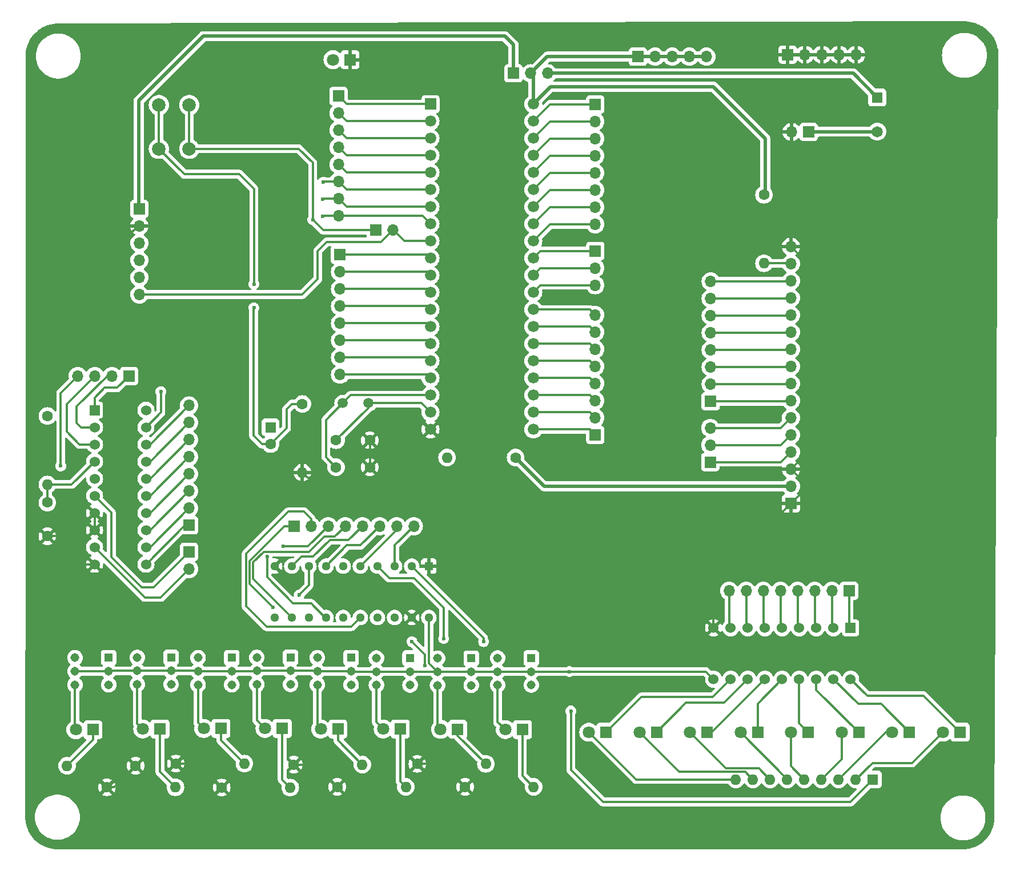
<source format=gbr>
%TF.GenerationSoftware,KiCad,Pcbnew,8.0.6*%
%TF.CreationDate,2025-03-15T16:55:39+05:30*%
%TF.ProjectId,8051_DEVboard,38303531-5f44-4455-9662-6f6172642e6b,rev?*%
%TF.SameCoordinates,Original*%
%TF.FileFunction,Copper,L1,Top*%
%TF.FilePolarity,Positive*%
%FSLAX46Y46*%
G04 Gerber Fmt 4.6, Leading zero omitted, Abs format (unit mm)*
G04 Created by KiCad (PCBNEW 8.0.6) date 2025-03-15 16:55:39*
%MOMM*%
%LPD*%
G01*
G04 APERTURE LIST*
%TA.AperFunction,ComponentPad*%
%ADD10R,1.800000X1.800000*%
%TD*%
%TA.AperFunction,ComponentPad*%
%ADD11C,1.800000*%
%TD*%
%TA.AperFunction,ComponentPad*%
%ADD12R,1.600000X1.600000*%
%TD*%
%TA.AperFunction,ComponentPad*%
%ADD13O,1.600000X1.600000*%
%TD*%
%TA.AperFunction,ComponentPad*%
%ADD14C,1.600000*%
%TD*%
%TA.AperFunction,ComponentPad*%
%ADD15R,1.308000X1.308000*%
%TD*%
%TA.AperFunction,ComponentPad*%
%ADD16C,1.308000*%
%TD*%
%TA.AperFunction,ComponentPad*%
%ADD17R,1.700000X1.700000*%
%TD*%
%TA.AperFunction,ComponentPad*%
%ADD18O,1.700000X1.700000*%
%TD*%
%TA.AperFunction,ComponentPad*%
%ADD19R,1.295400X1.295400*%
%TD*%
%TA.AperFunction,ComponentPad*%
%ADD20C,1.295400*%
%TD*%
%TA.AperFunction,ComponentPad*%
%ADD21C,2.000000*%
%TD*%
%TA.AperFunction,ComponentPad*%
%ADD22R,1.676400X1.676400*%
%TD*%
%TA.AperFunction,ComponentPad*%
%ADD23C,1.676400*%
%TD*%
%TA.AperFunction,ComponentPad*%
%ADD24R,1.524000X1.524000*%
%TD*%
%TA.AperFunction,ComponentPad*%
%ADD25C,1.524000*%
%TD*%
%TA.AperFunction,ComponentPad*%
%ADD26C,1.500000*%
%TD*%
%TA.AperFunction,ComponentPad*%
%ADD27R,1.650000X1.650000*%
%TD*%
%TA.AperFunction,ComponentPad*%
%ADD28C,1.650000*%
%TD*%
%TA.AperFunction,ViaPad*%
%ADD29C,0.600000*%
%TD*%
%TA.AperFunction,Conductor*%
%ADD30C,0.300000*%
%TD*%
%TA.AperFunction,Conductor*%
%ADD31C,0.500000*%
%TD*%
G04 APERTURE END LIST*
D10*
%TO.P,D1,1,K*%
%TO.N,Net-(D1-K)*%
X225175000Y-139850000D03*
D11*
%TO.P,D1,2,A*%
%TO.N,Net-(D1-A)*%
X222635000Y-139850000D03*
%TD*%
D12*
%TO.P,RN1,1,common*%
%TO.N,/VCC*%
X212255000Y-146850000D03*
D13*
%TO.P,RN1,2,R1*%
%TO.N,Net-(D1-A)*%
X209715000Y-146850000D03*
%TO.P,RN1,3,R2*%
%TO.N,Net-(D2-A)*%
X207175000Y-146850000D03*
%TO.P,RN1,4,R3*%
%TO.N,Net-(D3-A)*%
X204635000Y-146850000D03*
%TO.P,RN1,5,R4*%
%TO.N,Net-(D4-A)*%
X202095000Y-146850000D03*
%TO.P,RN1,6,R5*%
%TO.N,Net-(D5-A)*%
X199555000Y-146850000D03*
%TO.P,RN1,7,R6*%
%TO.N,Net-(D6-A)*%
X197015000Y-146850000D03*
%TO.P,RN1,8,R7*%
%TO.N,Net-(D7-A)*%
X194475000Y-146850000D03*
%TO.P,RN1,9,R8*%
%TO.N,Net-(D8-A)*%
X191935000Y-146850000D03*
%TD*%
D14*
%TO.P,270ohm2,1*%
%TO.N,/VCC*%
X159280000Y-99090000D03*
D13*
%TO.P,270ohm2,2*%
%TO.N,Net-(D9-A)*%
X149120000Y-99090000D03*
%TD*%
D14*
%TO.P,270ohm1,1*%
%TO.N,/VCC*%
X196110000Y-60120000D03*
D13*
%TO.P,270ohm1,2*%
%TO.N,Net-(J4-Pin_15)*%
X196110000Y-70280000D03*
%TD*%
D15*
%TO.P,S3,1*%
%TO.N,unconnected-(S3-Pad1)*%
X117205000Y-128790000D03*
D16*
%TO.P,S3,2*%
%TO.N,/VCC*%
X117205000Y-130790000D03*
%TO.P,S3,3*%
%TO.N,/SW_3*%
X117205000Y-132790000D03*
%TO.P,S3,4*%
%TO.N,unconnected-(S3-Pad4)*%
X112205000Y-128790000D03*
%TO.P,S3,5*%
%TO.N,/VCC*%
X112205000Y-130790000D03*
%TO.P,S3,6*%
%TO.N,/SW3_LED*%
X112205000Y-132790000D03*
%TD*%
D10*
%TO.P,D17,1,K*%
%TO.N,Net-(D17-K)*%
X132925000Y-139370000D03*
D11*
%TO.P,D17,2,A*%
%TO.N,/SW5_LED*%
X130385000Y-139370000D03*
%TD*%
D14*
%TO.P,270ohm,1*%
%TO.N,GND*%
X151795000Y-147940000D03*
D13*
%TO.P,270ohm,2*%
%TO.N,Net-(D15-K)*%
X161955000Y-147940000D03*
%TD*%
D17*
%TO.P,J6,1,Pin_1*%
%TO.N,/SENSOR_IN*%
X110870000Y-113080000D03*
D18*
%TO.P,J6,2,Pin_2*%
%TO.N,/VREF{slash}2*%
X110870000Y-115620000D03*
%TD*%
D15*
%TO.P,S6,1*%
%TO.N,unconnected-(S6-Pad1)*%
X143645000Y-128840000D03*
D16*
%TO.P,S6,2*%
%TO.N,/VCC*%
X143645000Y-130840000D03*
%TO.P,S6,3*%
%TO.N,/SW_6*%
X143645000Y-132840000D03*
%TO.P,S6,4*%
%TO.N,unconnected-(S6-Pad4)*%
X138645000Y-128840000D03*
%TO.P,S6,5*%
%TO.N,/VCC*%
X138645000Y-130840000D03*
%TO.P,S6,6*%
%TO.N,/SW6_LED*%
X138645000Y-132840000D03*
%TD*%
D19*
%TO.P,U3,1,\u002A1OE*%
%TO.N,GND*%
X146420000Y-115200000D03*
D20*
%TO.P,U3,2,1A1*%
%TO.N,/SW_1*%
X143880000Y-115200000D03*
%TO.P,U3,3,2Y4*%
%TO.N,/SW_8_out*%
X141340000Y-115200000D03*
%TO.P,U3,4,1A2*%
%TO.N,/SW_2*%
X138800000Y-115200000D03*
%TO.P,U3,5,2Y3*%
%TO.N,/SW_7_out*%
X136260000Y-115200000D03*
%TO.P,U3,6,1A3*%
%TO.N,/SW_3*%
X133720000Y-115200000D03*
%TO.P,U3,7,2Y2*%
%TO.N,/SW_6_out*%
X131180000Y-115200000D03*
%TO.P,U3,8,1A4*%
%TO.N,/SW_4*%
X128640000Y-115200000D03*
%TO.P,U3,9,2Y1*%
%TO.N,/SW_5_out*%
X126100000Y-115200000D03*
%TO.P,U3,10,GND*%
%TO.N,GND*%
X123560000Y-115200000D03*
%TO.P,U3,11,2A1*%
%TO.N,/SW_5*%
X123560000Y-122820000D03*
%TO.P,U3,12,1Y4*%
%TO.N,/SW_4_out*%
X126100000Y-122820000D03*
%TO.P,U3,13,2A2*%
%TO.N,/SW_6*%
X128640000Y-122820000D03*
%TO.P,U3,14,1Y3*%
%TO.N,/SW_3_out*%
X131180000Y-122820000D03*
%TO.P,U3,15,2A3*%
%TO.N,/SW_7*%
X133720000Y-122820000D03*
%TO.P,U3,16,1Y2*%
%TO.N,/SW_2_out*%
X136260000Y-122820000D03*
%TO.P,U3,17,2A4*%
%TO.N,/SW_8*%
X138800000Y-122820000D03*
%TO.P,U3,18,1Y1*%
%TO.N,/SW_1_out*%
X141340000Y-122820000D03*
%TO.P,U3,19,\u002A2OE*%
%TO.N,GND*%
X143880000Y-122820000D03*
%TO.P,U3,20,VCC*%
%TO.N,/VCC*%
X146420000Y-122820000D03*
%TD*%
D15*
%TO.P,S4,1*%
%TO.N,unconnected-(S4-Pad1)*%
X125915000Y-128740000D03*
D16*
%TO.P,S4,2*%
%TO.N,/VCC*%
X125915000Y-130740000D03*
%TO.P,S4,3*%
%TO.N,/SW_4*%
X125915000Y-132740000D03*
%TO.P,S4,4*%
%TO.N,unconnected-(S4-Pad4)*%
X120915000Y-128740000D03*
%TO.P,S4,5*%
%TO.N,/VCC*%
X120915000Y-130740000D03*
%TO.P,S4,6*%
%TO.N,/SW4_LED*%
X120915000Y-132740000D03*
%TD*%
D21*
%TO.P,SW1,1,1*%
%TO.N,Net-(10k1-Pad1)*%
X106400000Y-53300000D03*
X106400000Y-46800000D03*
%TO.P,SW1,2,2*%
%TO.N,Net-(J3-Pin_1)*%
X110900000Y-53300000D03*
X110900000Y-46800000D03*
%TD*%
D10*
%TO.P,D8,1,K*%
%TO.N,Net-(D8-K)*%
X172675000Y-139850000D03*
D11*
%TO.P,D8,2,A*%
%TO.N,Net-(D8-A)*%
X170135000Y-139850000D03*
%TD*%
D10*
%TO.P,D4,1,K*%
%TO.N,Net-(D4-K)*%
X202675000Y-139850000D03*
D11*
%TO.P,D4,2,A*%
%TO.N,Net-(D4-A)*%
X200135000Y-139850000D03*
%TD*%
D15*
%TO.P,S7,1*%
%TO.N,unconnected-(S7-Pad1)*%
X152715000Y-128870000D03*
D16*
%TO.P,S7,2*%
%TO.N,/VCC*%
X152715000Y-130870000D03*
%TO.P,S7,3*%
%TO.N,/SW_7*%
X152715000Y-132870000D03*
%TO.P,S7,4*%
%TO.N,unconnected-(S7-Pad4)*%
X147715000Y-128870000D03*
%TO.P,S7,5*%
%TO.N,/VCC*%
X147715000Y-130870000D03*
%TO.P,S7,6*%
%TO.N,/SW7_LED*%
X147715000Y-132870000D03*
%TD*%
D14*
%TO.P,270ohm9,1*%
%TO.N,GND*%
X132845000Y-147940000D03*
D13*
%TO.P,270ohm9,2*%
%TO.N,Net-(D16-K)*%
X143005000Y-147940000D03*
%TD*%
D15*
%TO.P,S8,1*%
%TO.N,unconnected-(S8-Pad1)*%
X161612500Y-128840000D03*
D16*
%TO.P,S8,2*%
%TO.N,/VCC*%
X161612500Y-130840000D03*
%TO.P,S8,3*%
%TO.N,/SW_8*%
X161612500Y-132840000D03*
%TO.P,S8,4*%
%TO.N,unconnected-(S8-Pad4)*%
X156612500Y-128840000D03*
%TO.P,S8,5*%
%TO.N,/VCC*%
X156612500Y-130840000D03*
%TO.P,S8,6*%
%TO.N,/SW8_LED*%
X156612500Y-132840000D03*
%TD*%
D14*
%TO.P,10k1,1*%
%TO.N,Net-(10k1-Pad1)*%
X127670000Y-91150000D03*
D13*
%TO.P,10k1,2*%
%TO.N,GND*%
X127670000Y-101310000D03*
%TD*%
D15*
%TO.P,S5,1*%
%TO.N,unconnected-(S5-Pad1)*%
X134895000Y-128790000D03*
D16*
%TO.P,S5,2*%
%TO.N,/VCC*%
X134895000Y-130790000D03*
%TO.P,S5,3*%
%TO.N,/SW_5*%
X134895000Y-132790000D03*
%TO.P,S5,4*%
%TO.N,unconnected-(S5-Pad4)*%
X129895000Y-128790000D03*
%TO.P,S5,5*%
%TO.N,/VCC*%
X129895000Y-130790000D03*
%TO.P,S5,6*%
%TO.N,/SW5_LED*%
X129895000Y-132790000D03*
%TD*%
D10*
%TO.P,D6,1,K*%
%TO.N,Net-(D6-K)*%
X187675000Y-139850000D03*
D11*
%TO.P,D6,2,A*%
%TO.N,Net-(D6-A)*%
X185135000Y-139850000D03*
%TD*%
D10*
%TO.P,D11,1,K*%
%TO.N,Net-(D11-K)*%
X106555000Y-139360000D03*
D11*
%TO.P,D11,2,A*%
%TO.N,/SW2_LED*%
X104015000Y-139360000D03*
%TD*%
D17*
%TO.P,J3,1,Pin_1*%
%TO.N,Net-(J3-Pin_1)*%
X138520000Y-65350000D03*
D18*
%TO.P,J3,2,Pin_2*%
%TO.N,/RST*%
X141060000Y-65350000D03*
%TD*%
D12*
%TO.P,1uF1,1*%
%TO.N,Net-(J3-Pin_1)*%
X122950000Y-94600000D03*
D14*
%TO.P,1uF1,2*%
%TO.N,Net-(10k1-Pad1)*%
X122950000Y-97100000D03*
%TD*%
D17*
%TO.P,OUTPUT_LED1,1,Pin_0*%
%TO.N,Net-(OUTPUT_LED1-Pin_0)*%
X208715000Y-118850000D03*
D18*
%TO.P,OUTPUT_LED1,2,Pin_1*%
%TO.N,Net-(OUTPUT_LED1-Pin_1)*%
X206175000Y-118850000D03*
%TO.P,OUTPUT_LED1,3,Pin_2*%
%TO.N,Net-(OUTPUT_LED1-Pin_2)*%
X203635000Y-118850000D03*
%TO.P,OUTPUT_LED1,4,Pin_3*%
%TO.N,Net-(OUTPUT_LED1-Pin_3)*%
X201095000Y-118850000D03*
%TO.P,OUTPUT_LED1,5,Pin_4*%
%TO.N,Net-(OUTPUT_LED1-Pin_4)*%
X198555000Y-118850000D03*
%TO.P,OUTPUT_LED1,6,Pin_5*%
%TO.N,Net-(OUTPUT_LED1-Pin_5)*%
X196015000Y-118850000D03*
%TO.P,OUTPUT_LED1,7,Pin_6*%
%TO.N,Net-(OUTPUT_LED1-Pin_6)*%
X193475000Y-118850000D03*
%TO.P,OUTPUT_LED1,8,Pin_7*%
%TO.N,Net-(OUTPUT_LED1-Pin_7)*%
X190935000Y-118850000D03*
%TD*%
D17*
%TO.P,RS_R/W_EN1,1,Pin_1*%
%TO.N,Net-(J4-Pin_4)*%
X188140000Y-99770000D03*
D18*
%TO.P,RS_R/W_EN1,2,Pin_2*%
%TO.N,Net-(J4-Pin_5)*%
X188140000Y-97230000D03*
%TO.P,RS_R/W_EN1,3,Pin_3*%
%TO.N,Net-(J4-Pin_6)*%
X188140000Y-94690000D03*
%TD*%
D22*
%TO.P,U1,1,(T2)_P1.0*%
%TO.N,Net-(Port_1-Pin_0)*%
X146660000Y-46670000D03*
D23*
%TO.P,U1,2,(T2_EX)_P1.1*%
%TO.N,Net-(Port_1-Pin_1)*%
X146660000Y-49210000D03*
%TO.P,U1,3,P1.2*%
%TO.N,Net-(Port_1-Pin_2)*%
X146660000Y-51750000D03*
%TO.P,U1,4,P1.3*%
%TO.N,Net-(Port_1-Pin_3)*%
X146660000Y-54290000D03*
%TO.P,U1,5,P1.4*%
%TO.N,Net-(Port_1-Pin_4)*%
X146660000Y-56830000D03*
%TO.P,U1,6,(MOSI)_P1.5*%
%TO.N,/MOSI*%
X146660000Y-59370000D03*
%TO.P,U1,7,(MISO)_P1.6*%
%TO.N,/MISO*%
X146660000Y-61910000D03*
%TO.P,U1,8,(SCK)_P1.7*%
%TO.N,/SCK*%
X146660000Y-64450000D03*
%TO.P,U1,9,RST*%
%TO.N,/RST*%
X146660000Y-66990000D03*
%TO.P,U1,10,(RXD)_P3.0*%
%TO.N,/RXD*%
X146660000Y-69530000D03*
%TO.P,U1,11,(TXD)_P3.1*%
%TO.N,/TXD*%
X146660000Y-72070000D03*
%TO.P,U1,12,(INT0)_P3.2*%
%TO.N,/INT0*%
X146660000Y-74610000D03*
%TO.P,U1,13,(INT1)_P3.3*%
%TO.N,/INT1*%
X146660000Y-77150000D03*
%TO.P,U1,14,(T0)_P3.4*%
%TO.N,/T0*%
X146660000Y-79690000D03*
%TO.P,U1,15,(T1)_P3.5*%
%TO.N,/T1*%
X146660000Y-82230000D03*
%TO.P,U1,16,(WR)_P3.6*%
%TO.N,/WR*%
X146660000Y-84770000D03*
%TO.P,U1,17,(RD)_P3.7*%
%TO.N,/RD*%
X146660000Y-87310000D03*
%TO.P,U1,18,XTAL2*%
%TO.N,Net-(U1-XTAL2)*%
X146660000Y-89850000D03*
%TO.P,U1,19,XTAL1*%
%TO.N,Net-(U1-XTAL1)*%
X146660000Y-92390000D03*
%TO.P,U1,20,GND*%
%TO.N,GND*%
X146660000Y-94930000D03*
%TO.P,U1,21,P2.0_(A8)*%
%TO.N,Net-(Port_2-Pin_0)*%
X161900000Y-94930000D03*
%TO.P,U1,22,P2.1_(A9)*%
%TO.N,Net-(Port_2-Pin_1)*%
X161900000Y-92390000D03*
%TO.P,U1,23,P2.2_(A10)*%
%TO.N,Net-(Port_2-Pin_2)*%
X161900000Y-89850000D03*
%TO.P,U1,24,P2.3_(A11)*%
%TO.N,Net-(Port_2-Pin_3)*%
X161900000Y-87310000D03*
%TO.P,U1,25,P2.4_(A12)*%
%TO.N,Net-(Port_2-Pin_4)*%
X161900000Y-84770000D03*
%TO.P,U1,26,P2.5_(A13)*%
%TO.N,Net-(Port_2-Pin_5)*%
X161900000Y-82230000D03*
%TO.P,U1,27,P2.6_(A14)*%
%TO.N,Net-(Port_2-Pin_6)*%
X161900000Y-79690000D03*
%TO.P,U1,28,P2.7_(A15)*%
%TO.N,Net-(Port_2-Pin_7)*%
X161900000Y-77150000D03*
%TO.P,U1,29,~PSEN*%
%TO.N,Net-(J5-Pin_3)*%
X161900000Y-74610000D03*
%TO.P,U1,30,ALE/~PROG*%
%TO.N,Net-(J5-Pin_2)*%
X161900000Y-72070000D03*
%TO.P,U1,31,~EA/VPP*%
%TO.N,Net-(J5-Pin_1)*%
X161900000Y-69530000D03*
%TO.P,U1,32,P0.7_(AD7)*%
%TO.N,Net-(Port_0-Pin_7)*%
X161900000Y-66990000D03*
%TO.P,U1,33,P0.6_(AD6)*%
%TO.N,Net-(Port_0-Pin_6)*%
X161900000Y-64450000D03*
%TO.P,U1,34,P0.5_(AD5)*%
%TO.N,Net-(Port_0-Pin_5)*%
X161900000Y-61910000D03*
%TO.P,U1,35,P0.4_(AD4)*%
%TO.N,Net-(Port_0-Pin_4)*%
X161900000Y-59370000D03*
%TO.P,U1,36,P0.3_(AD3)*%
%TO.N,Net-(Port_0-Pin_3)*%
X161900000Y-56830000D03*
%TO.P,U1,37,P0.2_(AD2)*%
%TO.N,Net-(Port_0-Pin_2)*%
X161900000Y-54290000D03*
%TO.P,U1,38,P0.1_(AD1)*%
%TO.N,Net-(Port_0-Pin_1)*%
X161900000Y-51750000D03*
%TO.P,U1,39,P0.0_(AD0)*%
%TO.N,Net-(Port_0-Pin_0)*%
X161900000Y-49210000D03*
%TO.P,U1,40,VCC*%
%TO.N,/VCC*%
X161900000Y-46670000D03*
%TD*%
D14*
%TO.P,270ohm4,1*%
%TO.N,GND*%
X98690000Y-148000000D03*
D13*
%TO.P,270ohm4,2*%
%TO.N,Net-(D11-K)*%
X108850000Y-148000000D03*
%TD*%
D15*
%TO.P,S1,1*%
%TO.N,unconnected-(S1-Pad1)*%
X98962500Y-128790000D03*
D16*
%TO.P,S1,2*%
%TO.N,/VCC*%
X98962500Y-130790000D03*
%TO.P,S1,3*%
%TO.N,/SW_1*%
X98962500Y-132790000D03*
%TO.P,S1,4*%
%TO.N,unconnected-(S1-Pad4)*%
X93962500Y-128790000D03*
%TO.P,S1,5*%
%TO.N,/VCC*%
X93962500Y-130790000D03*
%TO.P,S1,6*%
%TO.N,/SW1_LED*%
X93962500Y-132790000D03*
%TD*%
D14*
%TO.P,270ohm5,1*%
%TO.N,GND*%
X108915000Y-144490000D03*
D13*
%TO.P,270ohm5,2*%
%TO.N,Net-(D12-K)*%
X119075000Y-144490000D03*
%TD*%
D17*
%TO.P,J1,1,Pin_1*%
%TO.N,/P_VCC*%
X158970000Y-42100000D03*
D18*
%TO.P,J1,2,Pin_2*%
%TO.N,/VCC*%
X161510000Y-42100000D03*
%TO.P,J1,3,Pin_3*%
%TO.N,/PBT_VCC*%
X164050000Y-42100000D03*
%TD*%
D10*
%TO.P,D16,1,K*%
%TO.N,Net-(D16-K)*%
X142185000Y-139370000D03*
D11*
%TO.P,D16,2,A*%
%TO.N,/SW6_LED*%
X139645000Y-139370000D03*
%TD*%
D10*
%TO.P,D13,1,K*%
%TO.N,Net-(D13-K)*%
X150700000Y-139400000D03*
D11*
%TO.P,D13,2,A*%
%TO.N,/SW7_LED*%
X148160000Y-139400000D03*
%TD*%
D24*
%TO.P,U2,1,I1*%
%TO.N,Net-(OUTPUT_LED1-Pin_0)*%
X208955000Y-124350000D03*
D25*
%TO.P,U2,2,I2*%
%TO.N,Net-(OUTPUT_LED1-Pin_1)*%
X206415000Y-124350000D03*
%TO.P,U2,3,I3*%
%TO.N,Net-(OUTPUT_LED1-Pin_2)*%
X203875000Y-124350000D03*
%TO.P,U2,4,I4*%
%TO.N,Net-(OUTPUT_LED1-Pin_3)*%
X201335000Y-124350000D03*
%TO.P,U2,5,I5*%
%TO.N,Net-(OUTPUT_LED1-Pin_4)*%
X198795000Y-124350000D03*
%TO.P,U2,6,I6*%
%TO.N,Net-(OUTPUT_LED1-Pin_5)*%
X196255000Y-124350000D03*
%TO.P,U2,7,I7*%
%TO.N,Net-(OUTPUT_LED1-Pin_6)*%
X193715000Y-124350000D03*
%TO.P,U2,8,I8*%
%TO.N,Net-(OUTPUT_LED1-Pin_7)*%
X191175000Y-124350000D03*
%TO.P,U2,9,GND*%
%TO.N,GND*%
X188635000Y-124350000D03*
%TO.P,U2,10,COM*%
%TO.N,/VCC*%
X188635000Y-131970000D03*
%TO.P,U2,11,O8*%
%TO.N,Net-(D8-K)*%
X191175000Y-131970000D03*
%TO.P,U2,12,O7*%
%TO.N,Net-(D7-K)*%
X193715000Y-131970000D03*
%TO.P,U2,13,O6*%
%TO.N,Net-(D6-K)*%
X196255000Y-131970000D03*
%TO.P,U2,14,O5*%
%TO.N,Net-(D5-K)*%
X198795000Y-131970000D03*
%TO.P,U2,15,O4*%
%TO.N,Net-(D4-K)*%
X201335000Y-131970000D03*
%TO.P,U2,16,O3*%
%TO.N,Net-(D3-K)*%
X203875000Y-131970000D03*
%TO.P,U2,17,O2*%
%TO.N,Net-(D2-K)*%
X206415000Y-131970000D03*
%TO.P,U2,18,O1*%
%TO.N,Net-(D1-K)*%
X208955000Y-131970000D03*
%TD*%
D10*
%TO.P,D2,1,K*%
%TO.N,Net-(D2-K)*%
X217675000Y-139850000D03*
D11*
%TO.P,D2,2,A*%
%TO.N,Net-(D2-A)*%
X215135000Y-139850000D03*
%TD*%
D17*
%TO.P,J9,1,Pin_1*%
%TO.N,/VCC*%
X177430000Y-39630000D03*
D18*
%TO.P,J9,2,Pin_2*%
X179970000Y-39630000D03*
%TO.P,J9,3,Pin_3*%
X182510000Y-39630000D03*
%TO.P,J9,4,Pin_4*%
X185050000Y-39630000D03*
%TO.P,J9,5,Pin_5*%
X187590000Y-39630000D03*
%TD*%
D17*
%TO.P,GND_JMP1,1,Pin_1*%
%TO.N,/PBT_GND*%
X202750000Y-50800000D03*
D18*
%TO.P,GND_JMP1,2,Pin_2*%
%TO.N,GND*%
X200210000Y-50800000D03*
%TD*%
D10*
%TO.P,D9,1,K*%
%TO.N,GND*%
X134735000Y-40080000D03*
D11*
%TO.P,D9,2,A*%
%TO.N,Net-(D9-A)*%
X132195000Y-40080000D03*
%TD*%
D10*
%TO.P,D14,1,K*%
%TO.N,Net-(D14-K)*%
X124675000Y-139280000D03*
D11*
%TO.P,D14,2,A*%
%TO.N,/SW4_LED*%
X122135000Y-139280000D03*
%TD*%
D17*
%TO.P,Port_2,1,Pin_0*%
%TO.N,Net-(Port_2-Pin_0)*%
X171100000Y-95730000D03*
D18*
%TO.P,Port_2,2,Pin_1*%
%TO.N,Net-(Port_2-Pin_1)*%
X171100000Y-93190000D03*
%TO.P,Port_2,3,Pin_2*%
%TO.N,Net-(Port_2-Pin_2)*%
X171100000Y-90650000D03*
%TO.P,Port_2,4,Pin_3*%
%TO.N,Net-(Port_2-Pin_3)*%
X171100000Y-88110000D03*
%TO.P,Port_2,5,Pin_4*%
%TO.N,Net-(Port_2-Pin_4)*%
X171100000Y-85570000D03*
%TO.P,Port_2,6,Pin_5*%
%TO.N,Net-(Port_2-Pin_5)*%
X171100000Y-83030000D03*
%TO.P,Port_2,7,Pin_6*%
%TO.N,Net-(Port_2-Pin_6)*%
X171100000Y-80490000D03*
%TO.P,Port_2,8,Pin_7*%
%TO.N,Net-(Port_2-Pin_7)*%
X171100000Y-77950000D03*
%TD*%
D10*
%TO.P,D5,1,K*%
%TO.N,Net-(D5-K)*%
X195175000Y-139850000D03*
D11*
%TO.P,D5,2,A*%
%TO.N,Net-(D5-A)*%
X192635000Y-139850000D03*
%TD*%
D26*
%TO.P,Y1,1,1*%
%TO.N,Net-(U1-XTAL2)*%
X133670000Y-91030000D03*
%TO.P,Y1,2,2*%
%TO.N,Net-(U1-XTAL1)*%
X137470000Y-91030000D03*
%TD*%
D10*
%TO.P,D7,1,K*%
%TO.N,Net-(D7-K)*%
X180175000Y-139850000D03*
D11*
%TO.P,D7,2,A*%
%TO.N,Net-(D7-A)*%
X177635000Y-139850000D03*
%TD*%
D17*
%TO.P,OUTPUT_LED2,1,Pin_0*%
%TO.N,/SW_1_out*%
X126410000Y-109270000D03*
D18*
%TO.P,OUTPUT_LED2,2,Pin_1*%
%TO.N,/SW_2_out*%
X128950000Y-109270000D03*
%TO.P,OUTPUT_LED2,3,Pin_2*%
%TO.N,/SW_3_out*%
X131490000Y-109270000D03*
%TO.P,OUTPUT_LED2,4,Pin_3*%
%TO.N,/SW_4_out*%
X134030000Y-109270000D03*
%TO.P,OUTPUT_LED2,5,Pin_4*%
%TO.N,/SW_5_out*%
X136570000Y-109270000D03*
%TO.P,OUTPUT_LED2,6,Pin_5*%
%TO.N,/SW_6_out*%
X139110000Y-109270000D03*
%TO.P,OUTPUT_LED2,7,Pin_6*%
%TO.N,/SW_7_out*%
X141650000Y-109270000D03*
%TO.P,OUTPUT_LED2,8,Pin_7*%
%TO.N,/SW_8_out*%
X144190000Y-109270000D03*
%TD*%
D14*
%TO.P,270ohm3,1*%
%TO.N,GND*%
X102945000Y-144820000D03*
D13*
%TO.P,270ohm3,2*%
%TO.N,Net-(D10-K)*%
X92785000Y-144820000D03*
%TD*%
D15*
%TO.P,S2,1*%
%TO.N,unconnected-(S2-Pad1)*%
X108202500Y-128750000D03*
D16*
%TO.P,S2,2*%
%TO.N,/VCC*%
X108202500Y-130750000D03*
%TO.P,S2,3*%
%TO.N,/SW_2*%
X108202500Y-132750000D03*
%TO.P,S2,4*%
%TO.N,unconnected-(S2-Pad4)*%
X103202500Y-128750000D03*
%TO.P,S2,5*%
%TO.N,/VCC*%
X103202500Y-130750000D03*
%TO.P,S2,6*%
%TO.N,/SW2_LED*%
X103202500Y-132750000D03*
%TD*%
D17*
%TO.P,J2,1,Pin_1*%
%TO.N,/~CS*%
X101990000Y-87000000D03*
D18*
%TO.P,J2,2,Pin_2*%
%TO.N,/~RD*%
X99450000Y-87000000D03*
%TO.P,J2,3,Pin_3*%
%TO.N,/~WR*%
X96910000Y-87000000D03*
%TO.P,J2,4,Pin_4*%
%TO.N,/~INTR*%
X94370000Y-87000000D03*
%TD*%
D24*
%TO.P,U4,1,~CS*%
%TO.N,/~CS*%
X96860000Y-92060000D03*
D25*
%TO.P,U4,2,~RD*%
%TO.N,/~RD*%
X96860000Y-94600000D03*
%TO.P,U4,3,~WR*%
%TO.N,/~WR*%
X96860000Y-97140000D03*
%TO.P,U4,4,CLKIN*%
%TO.N,/CLKIN*%
X96860000Y-99680000D03*
%TO.P,U4,5,~INTR*%
%TO.N,/~INTR*%
X96860000Y-102220000D03*
%TO.P,U4,6,VIN+*%
%TO.N,/SENSOR_IN*%
X96860000Y-104760000D03*
%TO.P,U4,7,VIN-*%
%TO.N,GND*%
X96860000Y-107300000D03*
%TO.P,U4,8,AGND*%
X96860000Y-109840000D03*
%TO.P,U4,9,VREF/2*%
%TO.N,/VREF{slash}2*%
X96860000Y-112380000D03*
%TO.P,U4,10,DGND*%
%TO.N,GND*%
X96860000Y-114920000D03*
%TO.P,U4,11,DB7*%
%TO.N,/ADC_DB7*%
X104480000Y-114920000D03*
%TO.P,U4,12,DB6*%
%TO.N,/ADC_DB6*%
X104480000Y-112380000D03*
%TO.P,U4,13,DB5*%
%TO.N,/ADC_DB5*%
X104480000Y-109840000D03*
%TO.P,U4,14,DB4*%
%TO.N,/ADC_DB4*%
X104480000Y-107300000D03*
%TO.P,U4,15,DB3*%
%TO.N,/ADC_DB3*%
X104480000Y-104760000D03*
%TO.P,U4,16,DB2*%
%TO.N,/ADC_DB2*%
X104480000Y-102220000D03*
%TO.P,U4,17,DB1*%
%TO.N,/ADC_DB1*%
X104480000Y-99680000D03*
%TO.P,U4,18,DB0*%
%TO.N,/ADC_DB0*%
X104480000Y-97140000D03*
%TO.P,U4,19,CLKR*%
%TO.N,/CLKR*%
X104480000Y-94600000D03*
%TO.P,U4,20,VCC*%
%TO.N,/VCC*%
X104480000Y-92060000D03*
%TD*%
D14*
%TO.P,270ohm10,1*%
%TO.N,GND*%
X126395000Y-144650000D03*
D13*
%TO.P,270ohm10,2*%
%TO.N,Net-(D17-K)*%
X136555000Y-144650000D03*
%TD*%
D17*
%TO.P,Port_1,1,Pin_0*%
%TO.N,Net-(Port_1-Pin_0)*%
X133020000Y-45470000D03*
D18*
%TO.P,Port_1,2,Pin_1*%
%TO.N,Net-(Port_1-Pin_1)*%
X133020000Y-48010000D03*
%TO.P,Port_1,3,Pin_2*%
%TO.N,Net-(Port_1-Pin_2)*%
X133020000Y-50550000D03*
%TO.P,Port_1,4,Pin_3*%
%TO.N,Net-(Port_1-Pin_3)*%
X133020000Y-53090000D03*
%TO.P,Port_1,5,Pin_4*%
%TO.N,Net-(Port_1-Pin_4)*%
X133020000Y-55630000D03*
%TO.P,Port_1,6,Pin_5*%
%TO.N,/MOSI*%
X133020000Y-58170000D03*
%TO.P,Port_1,7,Pin_6*%
%TO.N,/MISO*%
X133020000Y-60710000D03*
%TO.P,Port_1,8,Pin_7*%
%TO.N,/SCK*%
X133020000Y-63250000D03*
%TD*%
D27*
%TO.P,PBT_CONNECTOR1,1,1*%
%TO.N,/PBT_VCC*%
X212900000Y-45670000D03*
D28*
%TO.P,PBT_CONNECTOR1,2,2*%
%TO.N,/PBT_GND*%
X212900000Y-50750000D03*
%TD*%
D14*
%TO.P,270ohm8,1*%
%TO.N,GND*%
X144715000Y-144530000D03*
D13*
%TO.P,270ohm8,2*%
%TO.N,Net-(D13-K)*%
X154875000Y-144530000D03*
%TD*%
D14*
%TO.P,C1,1*%
%TO.N,GND*%
X137670000Y-100530000D03*
%TO.P,C1,2*%
%TO.N,Net-(U1-XTAL2)*%
X132670000Y-100530000D03*
%TD*%
D10*
%TO.P,D3,1,K*%
%TO.N,Net-(D3-K)*%
X210175000Y-139850000D03*
D11*
%TO.P,D3,2,A*%
%TO.N,Net-(D3-A)*%
X207635000Y-139850000D03*
%TD*%
D10*
%TO.P,D10,1,K*%
%TO.N,Net-(D10-K)*%
X96625000Y-139470000D03*
D11*
%TO.P,D10,2,A*%
%TO.N,/SW1_LED*%
X94085000Y-139470000D03*
%TD*%
D14*
%TO.P,270ohm6,1*%
%TO.N,GND*%
X115710000Y-148040000D03*
D13*
%TO.P,270ohm6,2*%
%TO.N,Net-(D14-K)*%
X125870000Y-148040000D03*
%TD*%
D17*
%TO.P,J5,1,Pin_1*%
%TO.N,Net-(J5-Pin_1)*%
X171100000Y-68450000D03*
D18*
%TO.P,J5,2,Pin_2*%
%TO.N,Net-(J5-Pin_2)*%
X171100000Y-70990000D03*
%TO.P,J5,3,Pin_3*%
%TO.N,Net-(J5-Pin_3)*%
X171100000Y-73530000D03*
%TD*%
D17*
%TO.P,J4,1,Pin_1*%
%TO.N,GND*%
X200100000Y-105900000D03*
D18*
%TO.P,J4,2,Pin_2*%
%TO.N,/VCC*%
X200100000Y-103360000D03*
%TO.P,J4,3,Pin_3*%
%TO.N,GND*%
X200100000Y-100820000D03*
%TO.P,J4,4,Pin_4*%
%TO.N,Net-(J4-Pin_4)*%
X200100000Y-98280000D03*
%TO.P,J4,5,Pin_5*%
%TO.N,Net-(J4-Pin_5)*%
X200100000Y-95740000D03*
%TO.P,J4,6,Pin_6*%
%TO.N,Net-(J4-Pin_6)*%
X200100000Y-93200000D03*
%TO.P,J4,7,Pin_7*%
%TO.N,Net-(J4-Pin_7)*%
X200100000Y-90660000D03*
%TO.P,J4,8,Pin_8*%
%TO.N,Net-(J4-Pin_8)*%
X200100000Y-88120000D03*
%TO.P,J4,9,Pin_9*%
%TO.N,Net-(J4-Pin_9)*%
X200100000Y-85580000D03*
%TO.P,J4,10,Pin_10*%
%TO.N,Net-(J4-Pin_10)*%
X200100000Y-83040000D03*
%TO.P,J4,11,Pin_11*%
%TO.N,Net-(J4-Pin_11)*%
X200100000Y-80500000D03*
%TO.P,J4,12,Pin_12*%
%TO.N,Net-(J4-Pin_12)*%
X200100000Y-77960000D03*
%TO.P,J4,13,Pin_13*%
%TO.N,Net-(J4-Pin_13)*%
X200100000Y-75420000D03*
%TO.P,J4,14,Pin_14*%
%TO.N,Net-(J4-Pin_14)*%
X200100000Y-72880000D03*
%TO.P,J4,15,Pin_15*%
%TO.N,Net-(J4-Pin_15)*%
X200100000Y-70340000D03*
%TO.P,J4,16,Pin_16*%
%TO.N,GND*%
X200100000Y-67800000D03*
%TD*%
D14*
%TO.P,10K2,1*%
%TO.N,/CLKR*%
X89870000Y-92930000D03*
D13*
%TO.P,10K2,2*%
%TO.N,/CLKIN*%
X89870000Y-103090000D03*
%TD*%
D14*
%TO.P,C2,1*%
%TO.N,GND*%
X137670000Y-96530000D03*
%TO.P,C2,2*%
%TO.N,Net-(U1-XTAL1)*%
X132670000Y-96530000D03*
%TD*%
D17*
%TO.P,LCD_DATA1,1,Pin_0*%
%TO.N,Net-(J4-Pin_7)*%
X188200000Y-90740000D03*
D18*
%TO.P,LCD_DATA1,2,Pin_1*%
%TO.N,Net-(J4-Pin_8)*%
X188200000Y-88200000D03*
%TO.P,LCD_DATA1,3,Pin_2*%
%TO.N,Net-(J4-Pin_9)*%
X188200000Y-85660000D03*
%TO.P,LCD_DATA1,4,Pin_3*%
%TO.N,Net-(J4-Pin_10)*%
X188200000Y-83120000D03*
%TO.P,LCD_DATA1,5,Pin_4*%
%TO.N,Net-(J4-Pin_11)*%
X188200000Y-80580000D03*
%TO.P,LCD_DATA1,6,Pin_5*%
%TO.N,Net-(J4-Pin_12)*%
X188200000Y-78040000D03*
%TO.P,LCD_DATA1,7,Pin_6*%
%TO.N,Net-(J4-Pin_13)*%
X188200000Y-75500000D03*
%TO.P,LCD_DATA1,8,Pin_7*%
%TO.N,Net-(J4-Pin_14)*%
X188200000Y-72960000D03*
%TD*%
D17*
%TO.P,J8,1,Pin_1*%
%TO.N,GND*%
X199620000Y-39320000D03*
D18*
%TO.P,J8,2,Pin_2*%
X202160000Y-39320000D03*
%TO.P,J8,3,Pin_3*%
X204700000Y-39320000D03*
%TO.P,J8,4,Pin_4*%
X207240000Y-39320000D03*
%TO.P,J8,5,Pin_5*%
X209780000Y-39320000D03*
%TD*%
D10*
%TO.P,D12,1,K*%
%TO.N,Net-(D12-K)*%
X115595000Y-139290000D03*
D11*
%TO.P,D12,2,A*%
%TO.N,/SW3_LED*%
X113055000Y-139290000D03*
%TD*%
D17*
%TO.P,Port_3,1,Pin_0*%
%TO.N,/RXD*%
X133250000Y-69020000D03*
D18*
%TO.P,Port_3,2,Pin_1*%
%TO.N,/TXD*%
X133250000Y-71560000D03*
%TO.P,Port_3,3,Pin_2*%
%TO.N,/INT0*%
X133250000Y-74100000D03*
%TO.P,Port_3,4,Pin_3*%
%TO.N,/INT1*%
X133250000Y-76640000D03*
%TO.P,Port_3,5,Pin_4*%
%TO.N,/T0*%
X133250000Y-79180000D03*
%TO.P,Port_3,6,Pin_5*%
%TO.N,/T1*%
X133250000Y-81720000D03*
%TO.P,Port_3,7,Pin_6*%
%TO.N,/WR*%
X133250000Y-84260000D03*
%TO.P,Port_3,8,Pin_7*%
%TO.N,/RD*%
X133250000Y-86800000D03*
%TD*%
D14*
%TO.P,C3,1*%
%TO.N,/CLKIN*%
X89870000Y-105770000D03*
%TO.P,C3,2*%
%TO.N,GND*%
X89870000Y-110770000D03*
%TD*%
D10*
%TO.P,D15,1,K*%
%TO.N,Net-(D15-K)*%
X160285000Y-139440000D03*
D11*
%TO.P,D15,2,A*%
%TO.N,/SW8_LED*%
X157745000Y-139440000D03*
%TD*%
D17*
%TO.P,Programming_Pins1,1,Pin_1*%
%TO.N,/P_VCC*%
X103510000Y-62210000D03*
D18*
%TO.P,Programming_Pins1,2,Pin_2*%
%TO.N,GND*%
X103510000Y-64750000D03*
%TO.P,Programming_Pins1,3,Pin_3*%
%TO.N,/MOSI*%
X103510000Y-67290000D03*
%TO.P,Programming_Pins1,4,Pin_4*%
%TO.N,/MISO*%
X103510000Y-69830000D03*
%TO.P,Programming_Pins1,5,Pin_5*%
%TO.N,/SCK*%
X103510000Y-72370000D03*
%TO.P,Programming_Pins1,6,Pin_6*%
%TO.N,/RST*%
X103510000Y-74910000D03*
%TD*%
D17*
%TO.P,ADC_DATA1,1,Pin_0*%
%TO.N,/ADC_DB7*%
X110870000Y-109150000D03*
D18*
%TO.P,ADC_DATA1,2,Pin_1*%
%TO.N,/ADC_DB6*%
X110870000Y-106610000D03*
%TO.P,ADC_DATA1,3,Pin_2*%
%TO.N,/ADC_DB5*%
X110870000Y-104070000D03*
%TO.P,ADC_DATA1,4,Pin_3*%
%TO.N,/ADC_DB4*%
X110870000Y-101530000D03*
%TO.P,ADC_DATA1,5,Pin_4*%
%TO.N,/ADC_DB3*%
X110870000Y-98990000D03*
%TO.P,ADC_DATA1,6,Pin_5*%
%TO.N,/ADC_DB2*%
X110870000Y-96450000D03*
%TO.P,ADC_DATA1,7,Pin_6*%
%TO.N,/ADC_DB1*%
X110870000Y-93910000D03*
%TO.P,ADC_DATA1,8,Pin_7*%
%TO.N,/ADC_DB0*%
X110870000Y-91370000D03*
%TD*%
D17*
%TO.P,Port_0,1,Pin_0*%
%TO.N,Net-(Port_0-Pin_0)*%
X171100000Y-46710000D03*
D18*
%TO.P,Port_0,2,Pin_1*%
%TO.N,Net-(Port_0-Pin_1)*%
X171100000Y-49250000D03*
%TO.P,Port_0,3,Pin_2*%
%TO.N,Net-(Port_0-Pin_2)*%
X171100000Y-51790000D03*
%TO.P,Port_0,4,Pin_3*%
%TO.N,Net-(Port_0-Pin_3)*%
X171100000Y-54330000D03*
%TO.P,Port_0,5,Pin_4*%
%TO.N,Net-(Port_0-Pin_4)*%
X171100000Y-56870000D03*
%TO.P,Port_0,6,Pin_5*%
%TO.N,Net-(Port_0-Pin_5)*%
X171100000Y-59410000D03*
%TO.P,Port_0,7,Pin_6*%
%TO.N,Net-(Port_0-Pin_6)*%
X171100000Y-61950000D03*
%TO.P,Port_0,8,Pin_7*%
%TO.N,Net-(Port_0-Pin_7)*%
X171100000Y-64490000D03*
%TD*%
D29*
%TO.N,Net-(J3-Pin_1)*%
X129200000Y-63800000D03*
%TO.N,Net-(10k1-Pad1)*%
X120480000Y-76890000D03*
X120480000Y-73360000D03*
%TO.N,GND*%
X151545000Y-105905000D03*
%TO.N,/VCC*%
X167470000Y-136697500D03*
X167260000Y-130840000D03*
%TO.N,/MOSI*%
X130750000Y-58250000D03*
%TO.N,/MISO*%
X130700000Y-60800000D03*
%TO.N,/SCK*%
X130700000Y-63350000D03*
%TO.N,/SW_7*%
X143900000Y-126410000D03*
X145800000Y-129980000D03*
%TO.N,/SW_4*%
X127210000Y-119480000D03*
%TO.N,/SW_1*%
X154540000Y-126400000D03*
%TO.N,/SW_2*%
X148620000Y-125950000D03*
%TO.N,/CLKR*%
X106700000Y-89310000D03*
%TO.N,/~INTR*%
X91840000Y-100350000D03*
%TO.N,/SW_1_out*%
X123320000Y-121270000D03*
%TO.N,/SW_3_out*%
X124880000Y-112250000D03*
X122445000Y-113740000D03*
%TD*%
D30*
%TO.N,Net-(J3-Pin_1)*%
X129200000Y-63800000D02*
X129200000Y-55350000D01*
X127150000Y-53300000D02*
X110900000Y-53300000D01*
X138520000Y-65350000D02*
X130750000Y-65350000D01*
X130750000Y-65350000D02*
X129200000Y-63800000D01*
X110900000Y-53300000D02*
X110900000Y-46800000D01*
X129200000Y-55350000D02*
X127150000Y-53300000D01*
%TO.N,Net-(10k1-Pad1)*%
X120440000Y-94450000D02*
X120440000Y-76930000D01*
X120440000Y-95830000D02*
X120440000Y-94450000D01*
X120480000Y-59220000D02*
X118320000Y-57060000D01*
X106400000Y-46800000D02*
X106400000Y-53300000D01*
X125330000Y-91960000D02*
X125330000Y-94720000D01*
X121710000Y-97100000D02*
X120790000Y-96180000D01*
X120480000Y-73360000D02*
X120480000Y-59220000D01*
X125330000Y-94720000D02*
X122950000Y-97100000D01*
X120790000Y-96180000D02*
X120440000Y-95830000D01*
X120440000Y-76930000D02*
X120480000Y-76890000D01*
X127670000Y-91150000D02*
X126140000Y-91150000D01*
X126140000Y-91150000D02*
X125330000Y-91960000D01*
X110160000Y-57060000D02*
X106400000Y-53300000D01*
X122950000Y-97100000D02*
X121710000Y-97100000D01*
X118320000Y-57060000D02*
X110160000Y-57060000D01*
D31*
%TO.N,GND*%
X207240000Y-39320000D02*
X209780000Y-39320000D01*
D30*
X202490000Y-70190000D02*
X202490000Y-98430000D01*
X96860000Y-109840000D02*
X96860000Y-107300000D01*
X96860000Y-114920000D02*
X94020000Y-114920000D01*
X132845000Y-147940000D02*
X130885000Y-149900000D01*
D31*
X199620000Y-39320000D02*
X202160000Y-39320000D01*
D30*
X102945000Y-144820000D02*
X99765000Y-148000000D01*
X100570000Y-149910000D02*
X113840000Y-149910000D01*
D31*
X204700000Y-39320000D02*
X202160000Y-39320000D01*
D30*
X134920000Y-150110000D02*
X149625000Y-150110000D01*
X127670000Y-101310000D02*
X122280000Y-101310000D01*
X200100000Y-100820000D02*
X200110000Y-100820000D01*
X111070000Y-80150000D02*
X102590000Y-80150000D01*
X99765000Y-148000000D02*
X98690000Y-148000000D01*
X200210000Y-67690000D02*
X200100000Y-67800000D01*
X137670000Y-96530000D02*
X137670000Y-100530000D01*
X89870000Y-110770000D02*
X95930000Y-110770000D01*
X183450000Y-115200000D02*
X188640000Y-120390000D01*
X200210000Y-50800000D02*
X200210000Y-67690000D01*
X99540000Y-68520000D02*
X103310000Y-64750000D01*
X130885000Y-149900000D02*
X117570000Y-149900000D01*
X188635000Y-117365000D02*
X188635000Y-120395000D01*
X98690000Y-148030000D02*
X100570000Y-149910000D01*
X122280000Y-101310000D02*
X117350000Y-96380000D01*
X132845000Y-147940000D02*
X132845000Y-148035000D01*
X113840000Y-149910000D02*
X115710000Y-148040000D01*
X201770000Y-104230000D02*
X200100000Y-105900000D01*
X108915000Y-144490000D02*
X112160000Y-144490000D01*
X200100000Y-105900000D02*
X188635000Y-117365000D01*
X102590000Y-80150000D02*
X99540000Y-77100000D01*
X94020000Y-114920000D02*
X89870000Y-110770000D01*
X132845000Y-148035000D02*
X134920000Y-150110000D01*
X200100000Y-67800000D02*
X202490000Y-70190000D01*
X99540000Y-77100000D02*
X99540000Y-68520000D01*
X146420000Y-115200000D02*
X183450000Y-115200000D01*
X146420000Y-115200000D02*
X146420000Y-111030000D01*
X112160000Y-144490000D02*
X115710000Y-148040000D01*
X149625000Y-150110000D02*
X151795000Y-147940000D01*
X200110000Y-100820000D02*
X201770000Y-102480000D01*
D31*
X204700000Y-39320000D02*
X207240000Y-39320000D01*
D30*
X128469999Y-102109999D02*
X136090001Y-102109999D01*
X148385000Y-144530000D02*
X151795000Y-147940000D01*
X117350000Y-86430000D02*
X111070000Y-80150000D01*
X126395000Y-144650000D02*
X129555000Y-144650000D01*
X146420000Y-111030000D02*
X151545000Y-105905000D01*
X129555000Y-144650000D02*
X132845000Y-147940000D01*
X188640000Y-120390000D02*
X188635000Y-120395000D01*
X202490000Y-98430000D02*
X200100000Y-100820000D01*
X151550000Y-105900000D02*
X151545000Y-105905000D01*
X188635000Y-120395000D02*
X188635000Y-124350000D01*
X136090001Y-102109999D02*
X137670000Y-100530000D01*
X117350000Y-96380000D02*
X117350000Y-86430000D01*
X103310000Y-64750000D02*
X103510000Y-64750000D01*
X201770000Y-102480000D02*
X201770000Y-104230000D01*
X127670000Y-101310000D02*
X128469999Y-102109999D01*
X95930000Y-110770000D02*
X96860000Y-109840000D01*
X144715000Y-144530000D02*
X148385000Y-144530000D01*
X117570000Y-149900000D02*
X115710000Y-148040000D01*
X98690000Y-148000000D02*
X98690000Y-148030000D01*
D31*
%TO.N,/VCC*%
X196290000Y-59940000D02*
X196110000Y-60120000D01*
D30*
X120915000Y-130740000D02*
X125915000Y-130740000D01*
D31*
X161900000Y-46670000D02*
X164480000Y-44090000D01*
D30*
X147685000Y-130840000D02*
X147715000Y-130870000D01*
X146420000Y-122820000D02*
X146420000Y-129575000D01*
D31*
X163980000Y-39630000D02*
X177430000Y-39630000D01*
D30*
X167470000Y-136697500D02*
X167470000Y-145420000D01*
X172240000Y-150190000D02*
X208915000Y-150190000D01*
X112205000Y-130790000D02*
X117205000Y-130790000D01*
X103202500Y-130750000D02*
X108202500Y-130750000D01*
X120865000Y-130790000D02*
X120915000Y-130740000D01*
D31*
X163550000Y-103360000D02*
X200100000Y-103360000D01*
D30*
X156612500Y-130840000D02*
X161612500Y-130840000D01*
X143645000Y-130840000D02*
X147685000Y-130840000D01*
X112165000Y-130750000D02*
X112205000Y-130790000D01*
D31*
X185050000Y-39630000D02*
X187590000Y-39630000D01*
D30*
X161612500Y-130840000D02*
X167260000Y-130840000D01*
X208915000Y-150190000D02*
X212255000Y-146850000D01*
X147715000Y-130870000D02*
X152715000Y-130870000D01*
X108202500Y-130750000D02*
X112165000Y-130750000D01*
X167470000Y-145420000D02*
X172240000Y-150190000D01*
X117205000Y-130790000D02*
X120865000Y-130790000D01*
X135120000Y-130840000D02*
X138645000Y-130840000D01*
X93962500Y-130790000D02*
X98962500Y-130790000D01*
D31*
X164480000Y-44090000D02*
X188590000Y-44090000D01*
X196290000Y-51790000D02*
X196290000Y-59940000D01*
X188590000Y-44090000D02*
X196290000Y-51790000D01*
X161510000Y-42100000D02*
X163980000Y-39630000D01*
D30*
X103202500Y-130750000D02*
X99002500Y-130750000D01*
D31*
X161900000Y-46670000D02*
X161900000Y-42490000D01*
D30*
X129895000Y-130790000D02*
X134895000Y-130790000D01*
D31*
X161900000Y-42490000D02*
X161510000Y-42100000D01*
D30*
X135070000Y-130790000D02*
X135120000Y-130840000D01*
X167260000Y-130840000D02*
X187505000Y-130840000D01*
X187505000Y-130840000D02*
X188635000Y-131970000D01*
D31*
X177430000Y-39630000D02*
X179970000Y-39630000D01*
D30*
X99002500Y-130750000D02*
X98962500Y-130790000D01*
X146420000Y-129575000D02*
X147715000Y-130870000D01*
X152715000Y-130870000D02*
X156582500Y-130870000D01*
X129845000Y-130740000D02*
X129895000Y-130790000D01*
X156582500Y-130870000D02*
X156612500Y-130840000D01*
X125915000Y-130740000D02*
X129845000Y-130740000D01*
X138645000Y-130840000D02*
X143645000Y-130840000D01*
D31*
X179970000Y-39630000D02*
X182510000Y-39630000D01*
D30*
X134895000Y-130790000D02*
X135070000Y-130790000D01*
D31*
X159280000Y-99090000D02*
X163550000Y-103360000D01*
X182510000Y-39630000D02*
X185050000Y-39630000D01*
D30*
%TO.N,Net-(J4-Pin_15)*%
X200040000Y-70280000D02*
X200100000Y-70340000D01*
X196110000Y-70280000D02*
X200040000Y-70280000D01*
%TO.N,Net-(U1-XTAL2)*%
X134850000Y-89850000D02*
X146660000Y-89850000D01*
X131150000Y-93550000D02*
X131150000Y-99010000D01*
X133670000Y-91030000D02*
X134850000Y-89850000D01*
X131150000Y-99010000D02*
X132670000Y-100530000D01*
X133670000Y-91030000D02*
X131150000Y-93550000D01*
%TO.N,Net-(U1-XTAL1)*%
X132670000Y-96530000D02*
X137470000Y-91730000D01*
X145300000Y-91030000D02*
X146660000Y-92390000D01*
X137470000Y-91730000D02*
X137470000Y-91030000D01*
X137470000Y-91030000D02*
X145300000Y-91030000D01*
%TO.N,Net-(D1-K)*%
X211435000Y-134450000D02*
X219775000Y-134450000D01*
X219775000Y-134450000D02*
X225175000Y-139850000D01*
X208955000Y-131970000D02*
X211435000Y-134450000D01*
%TO.N,Net-(D1-A)*%
X218095000Y-144390000D02*
X222635000Y-139850000D01*
X212175000Y-144390000D02*
X218095000Y-144390000D01*
X209715000Y-146850000D02*
X212175000Y-144390000D01*
%TO.N,Net-(D2-A)*%
X207175000Y-146850000D02*
X214175000Y-139850000D01*
X214175000Y-139850000D02*
X215135000Y-139850000D01*
%TO.N,Net-(D2-K)*%
X206415000Y-131970000D02*
X210085000Y-135640000D01*
X213465000Y-135640000D02*
X217675000Y-139850000D01*
X210085000Y-135640000D02*
X213465000Y-135640000D01*
%TO.N,Net-(D3-K)*%
X203875000Y-133550000D02*
X210175000Y-139850000D01*
X203875000Y-131970000D02*
X203875000Y-133550000D01*
%TO.N,Net-(D3-A)*%
X207635000Y-143850000D02*
X204635000Y-146850000D01*
X207635000Y-139850000D02*
X207635000Y-143850000D01*
%TO.N,Net-(D4-K)*%
X201335000Y-138510000D02*
X202675000Y-139850000D01*
X201335000Y-131970000D02*
X201335000Y-138510000D01*
%TO.N,Net-(D4-A)*%
X200135000Y-144890000D02*
X202095000Y-146850000D01*
X200135000Y-139850000D02*
X200135000Y-144890000D01*
%TO.N,Net-(D5-A)*%
X199555000Y-146770000D02*
X199555000Y-146850000D01*
X192635000Y-139850000D02*
X199555000Y-146770000D01*
%TO.N,Net-(D5-K)*%
X195175000Y-135590000D02*
X198795000Y-131970000D01*
X195175000Y-139850000D02*
X195175000Y-135590000D01*
%TO.N,Net-(D6-K)*%
X187675000Y-139850000D02*
X188375000Y-139850000D01*
X188375000Y-139850000D02*
X196255000Y-131970000D01*
%TO.N,Net-(D6-A)*%
X195365000Y-145200000D02*
X197015000Y-146850000D01*
X185135000Y-139850000D02*
X190485000Y-145200000D01*
X190485000Y-145200000D02*
X195365000Y-145200000D01*
%TO.N,Net-(D7-A)*%
X177635000Y-139850000D02*
X183485000Y-145700000D01*
X193325000Y-145700000D02*
X194475000Y-146850000D01*
X183485000Y-145700000D02*
X193325000Y-145700000D01*
%TO.N,Net-(D7-K)*%
X180175000Y-139850000D02*
X184545000Y-135480000D01*
X184545000Y-135480000D02*
X190205000Y-135480000D01*
X190205000Y-135480000D02*
X193715000Y-131970000D01*
%TO.N,Net-(D8-A)*%
X177135000Y-146850000D02*
X191935000Y-146850000D01*
X170135000Y-139850000D02*
X177135000Y-146850000D01*
%TO.N,Net-(D8-K)*%
X188535000Y-134610000D02*
X191175000Y-131970000D01*
X177915000Y-134610000D02*
X188535000Y-134610000D01*
X172675000Y-139850000D02*
X177915000Y-134610000D01*
D31*
%TO.N,/PBT_VCC*%
X209330000Y-42100000D02*
X164050000Y-42100000D01*
X212900000Y-45670000D02*
X209330000Y-42100000D01*
%TO.N,/PBT_GND*%
X202800000Y-50750000D02*
X202750000Y-50800000D01*
X212900000Y-50750000D02*
X202800000Y-50750000D01*
D30*
%TO.N,/RST*%
X103510000Y-74910000D02*
X127640000Y-74910000D01*
X141060000Y-65350000D02*
X141150000Y-65350000D01*
X139310000Y-67100000D02*
X141060000Y-65350000D01*
X131300000Y-67100000D02*
X139310000Y-67100000D01*
X127640000Y-74910000D02*
X129950000Y-72600000D01*
X129950000Y-72600000D02*
X129950000Y-68450000D01*
X129950000Y-68450000D02*
X131300000Y-67100000D01*
X142790000Y-66990000D02*
X146660000Y-66990000D01*
X141150000Y-65350000D02*
X142790000Y-66990000D01*
%TO.N,Net-(J4-Pin_11)*%
X188200000Y-80580000D02*
X200020000Y-80580000D01*
X200020000Y-80580000D02*
X200100000Y-80500000D01*
%TO.N,Net-(J4-Pin_14)*%
X200020000Y-72960000D02*
X200100000Y-72880000D01*
X188200000Y-72960000D02*
X200020000Y-72960000D01*
%TO.N,Net-(J4-Pin_6)*%
X188140000Y-94690000D02*
X198610000Y-94690000D01*
X198610000Y-94690000D02*
X200100000Y-93200000D01*
%TO.N,Net-(J4-Pin_4)*%
X198610000Y-99770000D02*
X200100000Y-98280000D01*
X188140000Y-99770000D02*
X198610000Y-99770000D01*
%TO.N,Net-(J4-Pin_12)*%
X188200000Y-78040000D02*
X200020000Y-78040000D01*
X200020000Y-78040000D02*
X200100000Y-77960000D01*
%TO.N,Net-(J4-Pin_10)*%
X200020000Y-83120000D02*
X200100000Y-83040000D01*
X188200000Y-83120000D02*
X200020000Y-83120000D01*
%TO.N,Net-(J4-Pin_9)*%
X188200000Y-85660000D02*
X200020000Y-85660000D01*
X200020000Y-85660000D02*
X200100000Y-85580000D01*
%TO.N,Net-(J4-Pin_7)*%
X188200000Y-90740000D02*
X200020000Y-90740000D01*
X200020000Y-90740000D02*
X200100000Y-90660000D01*
%TO.N,Net-(J4-Pin_8)*%
X188200000Y-88200000D02*
X200020000Y-88200000D01*
X200020000Y-88200000D02*
X200100000Y-88120000D01*
%TO.N,Net-(J4-Pin_13)*%
X200020000Y-75500000D02*
X200100000Y-75420000D01*
X188200000Y-75500000D02*
X200020000Y-75500000D01*
%TO.N,Net-(J4-Pin_5)*%
X198610000Y-97230000D02*
X200100000Y-95740000D01*
X188140000Y-97230000D02*
X198610000Y-97230000D01*
%TO.N,Net-(J5-Pin_1)*%
X171100000Y-68450000D02*
X162980000Y-68450000D01*
X162980000Y-68450000D02*
X161900000Y-69530000D01*
%TO.N,Net-(J5-Pin_3)*%
X171100000Y-73530000D02*
X162980000Y-73530000D01*
X162980000Y-73530000D02*
X161900000Y-74610000D01*
%TO.N,Net-(J5-Pin_2)*%
X162980000Y-70990000D02*
X161900000Y-72070000D01*
X171100000Y-70990000D02*
X162980000Y-70990000D01*
%TO.N,Net-(Port_0-Pin_2)*%
X164400000Y-51790000D02*
X161900000Y-54290000D01*
X171100000Y-51790000D02*
X164400000Y-51790000D01*
%TO.N,Net-(Port_0-Pin_5)*%
X171100000Y-59410000D02*
X164400000Y-59410000D01*
X164400000Y-59410000D02*
X161900000Y-61910000D01*
%TO.N,Net-(Port_0-Pin_1)*%
X164400000Y-49250000D02*
X161900000Y-51750000D01*
X171100000Y-49250000D02*
X164400000Y-49250000D01*
%TO.N,Net-(Port_0-Pin_4)*%
X171100000Y-56870000D02*
X164400000Y-56870000D01*
X164400000Y-56870000D02*
X161900000Y-59370000D01*
%TO.N,Net-(Port_0-Pin_7)*%
X164400000Y-64490000D02*
X161900000Y-66990000D01*
X171100000Y-64490000D02*
X164400000Y-64490000D01*
%TO.N,Net-(Port_0-Pin_3)*%
X171100000Y-54330000D02*
X164400000Y-54330000D01*
X164400000Y-54330000D02*
X161900000Y-56830000D01*
%TO.N,Net-(Port_0-Pin_6)*%
X171100000Y-61950000D02*
X164400000Y-61950000D01*
X164400000Y-61950000D02*
X161900000Y-64450000D01*
%TO.N,Net-(Port_1-Pin_4)*%
X146660000Y-56830000D02*
X134220000Y-56830000D01*
X134220000Y-56830000D02*
X133020000Y-55630000D01*
%TO.N,/MOSI*%
X130830000Y-58170000D02*
X130750000Y-58250000D01*
X146660000Y-59370000D02*
X134220000Y-59370000D01*
X133020000Y-58170000D02*
X130830000Y-58170000D01*
X134220000Y-59370000D02*
X133020000Y-58170000D01*
%TO.N,Net-(Port_1-Pin_2)*%
X134220000Y-51750000D02*
X133020000Y-50550000D01*
X146660000Y-51750000D02*
X134220000Y-51750000D01*
%TO.N,/MISO*%
X134220000Y-61910000D02*
X133020000Y-60710000D01*
X130790000Y-60710000D02*
X130700000Y-60800000D01*
X146660000Y-61910000D02*
X134220000Y-61910000D01*
X133020000Y-60710000D02*
X130790000Y-60710000D01*
%TO.N,Net-(Port_1-Pin_1)*%
X146660000Y-49210000D02*
X134220000Y-49210000D01*
X134220000Y-49210000D02*
X133020000Y-48010000D01*
%TO.N,/SCK*%
X133020000Y-63250000D02*
X145460000Y-63250000D01*
X145460000Y-63250000D02*
X146660000Y-64450000D01*
X133020000Y-63250000D02*
X130800000Y-63250000D01*
X130800000Y-63250000D02*
X130700000Y-63350000D01*
%TO.N,Net-(Port_1-Pin_3)*%
X134220000Y-54290000D02*
X133020000Y-53090000D01*
X146660000Y-54290000D02*
X134220000Y-54290000D01*
%TO.N,Net-(Port_2-Pin_6)*%
X161900000Y-79690000D02*
X170300000Y-79690000D01*
X170300000Y-79690000D02*
X171100000Y-80490000D01*
%TO.N,Net-(Port_2-Pin_3)*%
X170300000Y-87310000D02*
X171100000Y-88110000D01*
X161900000Y-87310000D02*
X170300000Y-87310000D01*
%TO.N,Net-(Port_2-Pin_4)*%
X170300000Y-84770000D02*
X171100000Y-85570000D01*
X161900000Y-84770000D02*
X170300000Y-84770000D01*
%TO.N,Net-(Port_2-Pin_5)*%
X161900000Y-82230000D02*
X170300000Y-82230000D01*
X170300000Y-82230000D02*
X171100000Y-83030000D01*
%TO.N,Net-(Port_2-Pin_7)*%
X161900000Y-77150000D02*
X170300000Y-77150000D01*
X170300000Y-77150000D02*
X171100000Y-77950000D01*
%TO.N,Net-(Port_2-Pin_2)*%
X161900000Y-89850000D02*
X170300000Y-89850000D01*
X170300000Y-89850000D02*
X171100000Y-90650000D01*
%TO.N,Net-(Port_2-Pin_1)*%
X161900000Y-92390000D02*
X170300000Y-92390000D01*
X170300000Y-92390000D02*
X171100000Y-93190000D01*
%TO.N,/RD*%
X133250000Y-86800000D02*
X146150000Y-86800000D01*
X146150000Y-86800000D02*
X146660000Y-87310000D01*
%TO.N,/T0*%
X146150000Y-79180000D02*
X146660000Y-79690000D01*
X133250000Y-79180000D02*
X146150000Y-79180000D01*
%TO.N,/TXD*%
X133250000Y-71560000D02*
X146150000Y-71560000D01*
X146150000Y-71560000D02*
X146660000Y-72070000D01*
%TO.N,/INT1*%
X146150000Y-76640000D02*
X146660000Y-77150000D01*
X133250000Y-76640000D02*
X146150000Y-76640000D01*
%TO.N,/INT0*%
X146150000Y-74100000D02*
X146660000Y-74610000D01*
X133250000Y-74100000D02*
X146150000Y-74100000D01*
%TO.N,/T1*%
X133250000Y-81720000D02*
X146150000Y-81720000D01*
X146150000Y-81720000D02*
X146660000Y-82230000D01*
%TO.N,/WR*%
X133250000Y-84260000D02*
X146150000Y-84260000D01*
X146150000Y-84260000D02*
X146660000Y-84770000D01*
%TO.N,Net-(Port_1-Pin_0)*%
X134220000Y-46670000D02*
X133020000Y-45470000D01*
X146660000Y-46670000D02*
X134220000Y-46670000D01*
%TO.N,Net-(Port_0-Pin_0)*%
X171100000Y-46710000D02*
X164400000Y-46710000D01*
X164400000Y-46710000D02*
X161900000Y-49210000D01*
%TO.N,Net-(Port_2-Pin_0)*%
X161900000Y-94930000D02*
X170300000Y-94930000D01*
X170300000Y-94930000D02*
X171100000Y-95730000D01*
%TO.N,/RXD*%
X146150000Y-69020000D02*
X146660000Y-69530000D01*
X133250000Y-69020000D02*
X146150000Y-69020000D01*
%TO.N,Net-(OUTPUT_LED1-Pin_6)*%
X193475000Y-124110000D02*
X193715000Y-124350000D01*
X193475000Y-118850000D02*
X193475000Y-124110000D01*
%TO.N,Net-(OUTPUT_LED1-Pin_4)*%
X198555000Y-124110000D02*
X198795000Y-124350000D01*
X198555000Y-118850000D02*
X198555000Y-124110000D01*
%TO.N,Net-(OUTPUT_LED1-Pin_5)*%
X196015000Y-124110000D02*
X196255000Y-124350000D01*
X196015000Y-118850000D02*
X196015000Y-124110000D01*
%TO.N,Net-(OUTPUT_LED1-Pin_2)*%
X203635000Y-118850000D02*
X203635000Y-124110000D01*
X203635000Y-124110000D02*
X203875000Y-124350000D01*
%TO.N,Net-(OUTPUT_LED1-Pin_7)*%
X190935000Y-124110000D02*
X191175000Y-124350000D01*
X190935000Y-118850000D02*
X190935000Y-124110000D01*
%TO.N,Net-(OUTPUT_LED1-Pin_1)*%
X206175000Y-124110000D02*
X206415000Y-124350000D01*
X206175000Y-118850000D02*
X206175000Y-124110000D01*
%TO.N,Net-(OUTPUT_LED1-Pin_0)*%
X208715000Y-118850000D02*
X208715000Y-124110000D01*
X208715000Y-124110000D02*
X208955000Y-124350000D01*
%TO.N,Net-(OUTPUT_LED1-Pin_3)*%
X201095000Y-118850000D02*
X201095000Y-124110000D01*
X201095000Y-124110000D02*
X201335000Y-124350000D01*
%TO.N,/SW1_LED*%
X93962500Y-132790000D02*
X93962500Y-139347500D01*
X93962500Y-139347500D02*
X94085000Y-139470000D01*
%TO.N,/SW2_LED*%
X103202500Y-132750000D02*
X103202500Y-138547500D01*
X103202500Y-138547500D02*
X104015000Y-139360000D01*
%TO.N,/SW3_LED*%
X112205000Y-138440000D02*
X113055000Y-139290000D01*
X112205000Y-132790000D02*
X112205000Y-138440000D01*
%TO.N,/SW7_LED*%
X147715000Y-132870000D02*
X147715000Y-138955000D01*
X147715000Y-138955000D02*
X148160000Y-139400000D01*
%TO.N,/SW4_LED*%
X120915000Y-138060000D02*
X122135000Y-139280000D01*
X120915000Y-132740000D02*
X120915000Y-138060000D01*
%TO.N,/SW8_LED*%
X156612500Y-138307500D02*
X157745000Y-139440000D01*
X156612500Y-132840000D02*
X156612500Y-138307500D01*
%TO.N,/SW6_LED*%
X138645000Y-132840000D02*
X138645000Y-138370000D01*
X138645000Y-138370000D02*
X139645000Y-139370000D01*
%TO.N,/SW5_LED*%
X129895000Y-138880000D02*
X130385000Y-139370000D01*
X129895000Y-132790000D02*
X129895000Y-138880000D01*
%TO.N,/SW_7*%
X143900000Y-126410000D02*
X145800000Y-128310000D01*
X145800000Y-128310000D02*
X145800000Y-129980000D01*
%TO.N,/SW_4*%
X128640000Y-115200000D02*
X128640000Y-118050000D01*
X128640000Y-118050000D02*
X127210000Y-119480000D01*
X127210000Y-119480000D02*
X127110000Y-119580000D01*
%TO.N,/SW_1*%
X154540000Y-125860000D02*
X154540000Y-126400000D01*
X143880000Y-115200000D02*
X154540000Y-125860000D01*
%TO.N,/SW_2*%
X140560000Y-116960000D02*
X144210000Y-116960000D01*
X138800000Y-115200000D02*
X140560000Y-116960000D01*
X148620000Y-121370000D02*
X148620000Y-125950000D01*
X144210000Y-116960000D02*
X148620000Y-121370000D01*
%TO.N,Net-(D10-K)*%
X96625000Y-140980000D02*
X92785000Y-144820000D01*
X96625000Y-139470000D02*
X96625000Y-140980000D01*
%TO.N,Net-(D11-K)*%
X106555000Y-139360000D02*
X106555000Y-145705000D01*
X106555000Y-145705000D02*
X108850000Y-148000000D01*
%TO.N,Net-(D12-K)*%
X115595000Y-141010000D02*
X119075000Y-144490000D01*
X115595000Y-139290000D02*
X115595000Y-141010000D01*
%TO.N,Net-(D14-K)*%
X124675000Y-146845000D02*
X125870000Y-148040000D01*
X124675000Y-139280000D02*
X124675000Y-146845000D01*
%TO.N,Net-(D15-K)*%
X160285000Y-139440000D02*
X160285000Y-146270000D01*
X160285000Y-146270000D02*
X161955000Y-147940000D01*
%TO.N,Net-(D13-K)*%
X150700000Y-139400000D02*
X150700000Y-140355000D01*
X150700000Y-140355000D02*
X154875000Y-144530000D01*
%TO.N,Net-(D16-K)*%
X142185000Y-139370000D02*
X142185000Y-147120000D01*
X142185000Y-147120000D02*
X143005000Y-147940000D01*
%TO.N,Net-(D17-K)*%
X132925000Y-139370000D02*
X132925000Y-141020000D01*
X132925000Y-141020000D02*
X136555000Y-144650000D01*
%TO.N,/CLKIN*%
X93450000Y-103090000D02*
X89870000Y-103090000D01*
X89870000Y-103090000D02*
X89870000Y-105770000D01*
X96860000Y-99680000D02*
X93450000Y-103090000D01*
%TO.N,/CLKR*%
X104480000Y-94600000D02*
X106700000Y-92380000D01*
X106700000Y-92380000D02*
X106700000Y-89310000D01*
%TO.N,/ADC_DB1*%
X110870000Y-93910000D02*
X105100000Y-99680000D01*
X105100000Y-99680000D02*
X104480000Y-99680000D01*
%TO.N,/ADC_DB6*%
X110870000Y-106610000D02*
X105100000Y-112380000D01*
X105100000Y-112380000D02*
X104480000Y-112380000D01*
%TO.N,/ADC_DB2*%
X105100000Y-102220000D02*
X104480000Y-102220000D01*
X110870000Y-96450000D02*
X105100000Y-102220000D01*
%TO.N,/ADC_DB3*%
X105100000Y-104760000D02*
X104480000Y-104760000D01*
X110870000Y-98990000D02*
X105100000Y-104760000D01*
%TO.N,/ADC_DB4*%
X105100000Y-107300000D02*
X104480000Y-107300000D01*
X110870000Y-101530000D02*
X105100000Y-107300000D01*
%TO.N,/ADC_DB0*%
X105100000Y-97140000D02*
X104480000Y-97140000D01*
X110870000Y-91370000D02*
X105100000Y-97140000D01*
%TO.N,/ADC_DB7*%
X104480000Y-114920000D02*
X110250000Y-109150000D01*
X110250000Y-109150000D02*
X110870000Y-109150000D01*
%TO.N,/ADC_DB5*%
X110870000Y-104070000D02*
X105100000Y-109840000D01*
X105100000Y-109840000D02*
X104480000Y-109840000D01*
D31*
%TO.N,/P_VCC*%
X158970000Y-42100000D02*
X158970000Y-37870000D01*
X103400000Y-62100000D02*
X103510000Y-62210000D01*
X103400000Y-46150000D02*
X103400000Y-62100000D01*
X112950000Y-36600000D02*
X103400000Y-46150000D01*
X157700000Y-36600000D02*
X112950000Y-36600000D01*
X158970000Y-37870000D02*
X157700000Y-36600000D01*
D30*
%TO.N,/~INTR*%
X94370000Y-87000000D02*
X91840000Y-89530000D01*
X91840000Y-89530000D02*
X91840000Y-100350000D01*
%TO.N,/~RD*%
X98730000Y-87000000D02*
X99450000Y-87000000D01*
X94210000Y-93980000D02*
X94210000Y-91520000D01*
X94210000Y-91520000D02*
X98730000Y-87000000D01*
X96860000Y-94600000D02*
X94830000Y-94600000D01*
X94830000Y-94600000D02*
X94210000Y-93980000D01*
%TO.N,/~WR*%
X96910000Y-87000000D02*
X92710000Y-91200000D01*
X94600000Y-97140000D02*
X96860000Y-97140000D01*
X92710000Y-95250000D02*
X94600000Y-97140000D01*
X92710000Y-91200000D02*
X92710000Y-95250000D01*
%TO.N,/~CS*%
X96860000Y-90260000D02*
X98370000Y-88750000D01*
X100240000Y-88750000D02*
X101990000Y-87000000D01*
X96860000Y-92060000D02*
X96860000Y-90260000D01*
X98370000Y-88750000D02*
X100240000Y-88750000D01*
%TO.N,/SENSOR_IN*%
X96860000Y-104790000D02*
X99350000Y-107280000D01*
X99350000Y-107280000D02*
X99350000Y-113880000D01*
X99350000Y-113880000D02*
X103830000Y-118360000D01*
X105580000Y-118360000D02*
X110860000Y-113080000D01*
X96860000Y-104760000D02*
X96860000Y-104790000D01*
X110860000Y-113080000D02*
X110870000Y-113080000D01*
X103830000Y-118360000D02*
X105580000Y-118360000D01*
%TO.N,/VREF{slash}2*%
X106640000Y-119850000D02*
X110870000Y-115620000D01*
X96860000Y-112380000D02*
X104330000Y-119850000D01*
X104330000Y-119850000D02*
X106640000Y-119850000D01*
%TO.N,/SW_7_out*%
X141650000Y-109810000D02*
X141650000Y-109270000D01*
X136260000Y-115200000D02*
X141650000Y-109810000D01*
%TO.N,/SW_4_out*%
X121920000Y-113090000D02*
X120350000Y-114660000D01*
X120350000Y-117070000D02*
X126100000Y-122820000D01*
X134030000Y-109270000D02*
X132490000Y-110810000D01*
X130940000Y-110810000D02*
X128660000Y-113090000D01*
X132490000Y-110810000D02*
X130940000Y-110810000D01*
X120350000Y-114660000D02*
X120350000Y-117070000D01*
X128660000Y-113090000D02*
X121920000Y-113090000D01*
%TO.N,/SW_1_out*%
X119850000Y-114452893D02*
X125032893Y-109270000D01*
X123320000Y-121270000D02*
X119850000Y-117800000D01*
X119850000Y-117800000D02*
X119850000Y-114452893D01*
X125032893Y-109270000D02*
X126410000Y-109270000D01*
%TO.N,/SW_5_out*%
X136570000Y-109270000D02*
X134530000Y-111310000D01*
X131740000Y-111310000D02*
X129260000Y-113790000D01*
X134530000Y-111310000D02*
X131740000Y-111310000D01*
X127510000Y-113790000D02*
X126100000Y-115200000D01*
X129260000Y-113790000D02*
X127510000Y-113790000D01*
%TO.N,/SW_2_out*%
X128950000Y-109270000D02*
X128950000Y-108170000D01*
X128950000Y-108170000D02*
X127900000Y-107120000D01*
X122400000Y-124190000D02*
X134890000Y-124190000D01*
X125620000Y-107120000D02*
X119350000Y-113390000D01*
X119350000Y-121140000D02*
X122400000Y-124190000D01*
X127900000Y-107120000D02*
X125620000Y-107120000D01*
X119350000Y-113390000D02*
X119350000Y-121140000D01*
X134890000Y-124190000D02*
X136260000Y-122820000D01*
%TO.N,/SW_8_out*%
X141340000Y-112120000D02*
X144190000Y-109270000D01*
X141340000Y-115200000D02*
X141340000Y-112120000D01*
%TO.N,/SW_6_out*%
X139110000Y-109270000D02*
X136260000Y-112120000D01*
X134260000Y-112120000D02*
X131180000Y-115200000D01*
X136260000Y-112120000D02*
X134260000Y-112120000D01*
%TO.N,/SW_3_out*%
X131490000Y-109270000D02*
X128510000Y-112250000D01*
X128510000Y-112250000D02*
X124880000Y-112250000D01*
X131050000Y-122820000D02*
X128950000Y-120720000D01*
X126310000Y-120720000D02*
X122445000Y-116855000D01*
X131180000Y-122820000D02*
X131050000Y-122820000D01*
X122445000Y-116855000D02*
X122445000Y-113740000D01*
X128950000Y-120720000D02*
X126310000Y-120720000D01*
%TD*%
%TA.AperFunction,Conductor*%
%TO.N,GND*%
G36*
X126407230Y-113760185D02*
G01*
X126452985Y-113812989D01*
X126462929Y-113882147D01*
X126433904Y-113945703D01*
X126427871Y-113952182D01*
X126355277Y-114024774D01*
X126293953Y-114058259D01*
X126244814Y-114058981D01*
X126206397Y-114051800D01*
X126206396Y-114051800D01*
X125993604Y-114051800D01*
X125784434Y-114090901D01*
X125784431Y-114090901D01*
X125784431Y-114090902D01*
X125586013Y-114167768D01*
X125586007Y-114167771D01*
X125405092Y-114279789D01*
X125405090Y-114279791D01*
X125247836Y-114423147D01*
X125119596Y-114592962D01*
X125024750Y-114783439D01*
X125024750Y-114783440D01*
X124966514Y-114988115D01*
X124953220Y-115131589D01*
X124927434Y-115196527D01*
X124922414Y-115200122D01*
X124951442Y-115256043D01*
X124953220Y-115268410D01*
X124966514Y-115411884D01*
X125024750Y-115616559D01*
X125024750Y-115616560D01*
X125119596Y-115807037D01*
X125186434Y-115895544D01*
X125243975Y-115971740D01*
X125247836Y-115976852D01*
X125405090Y-116120208D01*
X125405092Y-116120210D01*
X125586007Y-116232228D01*
X125586013Y-116232231D01*
X125598352Y-116237011D01*
X125784434Y-116309099D01*
X125993604Y-116348200D01*
X125993606Y-116348200D01*
X126206394Y-116348200D01*
X126206396Y-116348200D01*
X126415566Y-116309099D01*
X126613989Y-116232230D01*
X126794909Y-116120209D01*
X126952165Y-115976851D01*
X127080402Y-115807039D01*
X127116465Y-115734615D01*
X127175249Y-115616560D01*
X127175249Y-115616559D01*
X127175248Y-115616559D01*
X127175251Y-115616555D01*
X127233485Y-115411885D01*
X127246529Y-115271118D01*
X127272315Y-115206181D01*
X127329116Y-115165493D01*
X127398897Y-115161973D01*
X127459503Y-115196738D01*
X127491693Y-115258751D01*
X127493471Y-115271118D01*
X127506514Y-115411884D01*
X127564750Y-115616559D01*
X127564750Y-115616560D01*
X127659596Y-115807037D01*
X127726434Y-115895544D01*
X127787835Y-115976851D01*
X127934357Y-116110424D01*
X127949038Y-116123807D01*
X127985320Y-116183518D01*
X127989500Y-116215444D01*
X127989500Y-117729191D01*
X127969815Y-117796230D01*
X127953181Y-117816872D01*
X127111775Y-118658277D01*
X127050452Y-118691762D01*
X127037988Y-118693815D01*
X127030752Y-118694630D01*
X127030744Y-118694632D01*
X126860478Y-118754210D01*
X126707737Y-118850184D01*
X126580184Y-118977737D01*
X126484211Y-119130476D01*
X126424631Y-119300745D01*
X126424630Y-119300750D01*
X126404435Y-119479996D01*
X126404435Y-119480003D01*
X126417389Y-119594978D01*
X126405334Y-119663800D01*
X126357985Y-119715179D01*
X126290375Y-119732803D01*
X126223969Y-119711076D01*
X126206488Y-119696542D01*
X123131819Y-116621873D01*
X123098334Y-116560550D01*
X123095500Y-116534192D01*
X123095500Y-116430078D01*
X123115185Y-116363039D01*
X123167989Y-116317284D01*
X123237147Y-116307340D01*
X123242285Y-116308189D01*
X123453653Y-116347700D01*
X123666347Y-116347700D01*
X123875426Y-116308616D01*
X123875436Y-116308613D01*
X124073765Y-116231780D01*
X124073767Y-116231779D01*
X124175336Y-116168889D01*
X123600147Y-115593700D01*
X123611832Y-115593700D01*
X123711962Y-115566870D01*
X123801737Y-115515038D01*
X123875038Y-115441737D01*
X123926870Y-115351962D01*
X123953700Y-115251832D01*
X123953700Y-115240146D01*
X124531521Y-115817967D01*
X124539974Y-115806775D01*
X124634782Y-115616372D01*
X124692991Y-115411793D01*
X124706278Y-115268410D01*
X124732064Y-115203473D01*
X124737083Y-115199877D01*
X124708056Y-115143956D01*
X124706278Y-115131589D01*
X124692991Y-114988206D01*
X124634781Y-114783623D01*
X124634781Y-114783621D01*
X124539976Y-114593226D01*
X124539975Y-114593224D01*
X124531522Y-114582031D01*
X124531521Y-114582031D01*
X123953700Y-115159852D01*
X123953700Y-115148168D01*
X123926870Y-115048038D01*
X123875038Y-114958263D01*
X123801737Y-114884962D01*
X123711962Y-114833130D01*
X123611832Y-114806300D01*
X123600147Y-114806300D01*
X124175336Y-114231109D01*
X124175335Y-114231108D01*
X124073769Y-114168221D01*
X124073763Y-114168218D01*
X123875427Y-114091383D01*
X123666347Y-114052300D01*
X123453649Y-114052300D01*
X123374413Y-114067111D01*
X123304898Y-114060079D01*
X123250220Y-114016581D01*
X123227739Y-113950427D01*
X123229954Y-113926217D01*
X123229589Y-113926176D01*
X123238102Y-113850617D01*
X123265168Y-113786203D01*
X123322763Y-113746648D01*
X123361322Y-113740500D01*
X126340191Y-113740500D01*
X126407230Y-113760185D01*
G37*
%TD.AperFunction*%
%TA.AperFunction,Conductor*%
G36*
X98321775Y-107173924D02*
G01*
X98336732Y-107186678D01*
X98663181Y-107513127D01*
X98696666Y-107574450D01*
X98699500Y-107600808D01*
X98699500Y-113000192D01*
X98679815Y-113067231D01*
X98627011Y-113112986D01*
X98557853Y-113122930D01*
X98494297Y-113093905D01*
X98487819Y-113087873D01*
X98135857Y-112735911D01*
X98102372Y-112674588D01*
X98103764Y-112616133D01*
X98108070Y-112600068D01*
X98123014Y-112429255D01*
X98127323Y-112380002D01*
X98127323Y-112379997D01*
X98110012Y-112182129D01*
X98108070Y-112159932D01*
X98050894Y-111946550D01*
X97957534Y-111746339D01*
X97830826Y-111565380D01*
X97674620Y-111409174D01*
X97674616Y-111409171D01*
X97674615Y-111409170D01*
X97493666Y-111282468D01*
X97493662Y-111282466D01*
X97364218Y-111222105D01*
X97311779Y-111175932D01*
X97292627Y-111108739D01*
X97312843Y-111041858D01*
X97364219Y-110997340D01*
X97493416Y-110937095D01*
X97493417Y-110937094D01*
X97558188Y-110891741D01*
X96912848Y-110246400D01*
X96913504Y-110246400D01*
X97016865Y-110218705D01*
X97109536Y-110165201D01*
X97185201Y-110089536D01*
X97238705Y-109996865D01*
X97266400Y-109893504D01*
X97266400Y-109892847D01*
X97911741Y-110538188D01*
X97957094Y-110473417D01*
X97957100Y-110473407D01*
X98050419Y-110273284D01*
X98050424Y-110273270D01*
X98107573Y-110059986D01*
X98107575Y-110059976D01*
X98126821Y-109840000D01*
X98126821Y-109839999D01*
X98107575Y-109620023D01*
X98107573Y-109620013D01*
X98050424Y-109406729D01*
X98050420Y-109406720D01*
X97957096Y-109206586D01*
X97911741Y-109141811D01*
X97911740Y-109141810D01*
X97266400Y-109787151D01*
X97266400Y-109786496D01*
X97238705Y-109683135D01*
X97185201Y-109590464D01*
X97109536Y-109514799D01*
X97016865Y-109461295D01*
X96913504Y-109433600D01*
X96912848Y-109433600D01*
X97558188Y-108788259D01*
X97558187Y-108788258D01*
X97493411Y-108742901D01*
X97493405Y-108742898D01*
X97363627Y-108682382D01*
X97311187Y-108636210D01*
X97292035Y-108569017D01*
X97312251Y-108502135D01*
X97363627Y-108457618D01*
X97493407Y-108397100D01*
X97493417Y-108397094D01*
X97558188Y-108351741D01*
X96912848Y-107706400D01*
X96913504Y-107706400D01*
X97016865Y-107678705D01*
X97109536Y-107625201D01*
X97185201Y-107549536D01*
X97238705Y-107456865D01*
X97266400Y-107353504D01*
X97266400Y-107352847D01*
X97911741Y-107998188D01*
X97957094Y-107933417D01*
X97957100Y-107933407D01*
X98050419Y-107733284D01*
X98050424Y-107733270D01*
X98107573Y-107519986D01*
X98107575Y-107519976D01*
X98126820Y-107300001D01*
X98125523Y-107285169D01*
X98139289Y-107216668D01*
X98187903Y-107166484D01*
X98255931Y-107150550D01*
X98321775Y-107173924D01*
G37*
%TD.AperFunction*%
%TA.AperFunction,Conductor*%
G36*
X201694075Y-39127007D02*
G01*
X201660000Y-39254174D01*
X201660000Y-39385826D01*
X201694075Y-39512993D01*
X201726988Y-39570000D01*
X200053012Y-39570000D01*
X200085925Y-39512993D01*
X200120000Y-39385826D01*
X200120000Y-39254174D01*
X200085925Y-39127007D01*
X200053012Y-39070000D01*
X201726988Y-39070000D01*
X201694075Y-39127007D01*
G37*
%TD.AperFunction*%
%TA.AperFunction,Conductor*%
G36*
X204234075Y-39127007D02*
G01*
X204200000Y-39254174D01*
X204200000Y-39385826D01*
X204234075Y-39512993D01*
X204266988Y-39570000D01*
X202593012Y-39570000D01*
X202625925Y-39512993D01*
X202660000Y-39385826D01*
X202660000Y-39254174D01*
X202625925Y-39127007D01*
X202593012Y-39070000D01*
X204266988Y-39070000D01*
X204234075Y-39127007D01*
G37*
%TD.AperFunction*%
%TA.AperFunction,Conductor*%
G36*
X206774075Y-39127007D02*
G01*
X206740000Y-39254174D01*
X206740000Y-39385826D01*
X206774075Y-39512993D01*
X206806988Y-39570000D01*
X205133012Y-39570000D01*
X205165925Y-39512993D01*
X205200000Y-39385826D01*
X205200000Y-39254174D01*
X205165925Y-39127007D01*
X205133012Y-39070000D01*
X206806988Y-39070000D01*
X206774075Y-39127007D01*
G37*
%TD.AperFunction*%
%TA.AperFunction,Conductor*%
G36*
X209314075Y-39127007D02*
G01*
X209280000Y-39254174D01*
X209280000Y-39385826D01*
X209314075Y-39512993D01*
X209346988Y-39570000D01*
X207673012Y-39570000D01*
X207705925Y-39512993D01*
X207740000Y-39385826D01*
X207740000Y-39254174D01*
X207705925Y-39127007D01*
X207673012Y-39070000D01*
X209346988Y-39070000D01*
X209314075Y-39127007D01*
G37*
%TD.AperFunction*%
%TA.AperFunction,Conductor*%
G36*
X225992473Y-34398136D02*
G01*
X226408940Y-34428647D01*
X226419411Y-34429864D01*
X226832942Y-34495823D01*
X226843242Y-34497917D01*
X227249715Y-34598773D01*
X227259805Y-34601738D01*
X227656225Y-34736750D01*
X227666031Y-34740562D01*
X227878559Y-34833768D01*
X228049528Y-34908748D01*
X228058994Y-34913388D01*
X228426831Y-35113546D01*
X228435857Y-35118967D01*
X228700655Y-35293737D01*
X228785361Y-35349644D01*
X228793904Y-35355820D01*
X229122545Y-35615345D01*
X229130533Y-35622224D01*
X229435942Y-35908727D01*
X229443317Y-35916260D01*
X229723283Y-36227663D01*
X229729987Y-36235790D01*
X229801693Y-36330655D01*
X229982506Y-36569868D01*
X229988499Y-36578541D01*
X230211709Y-36932830D01*
X230216945Y-36941980D01*
X230409267Y-37313972D01*
X230413706Y-37323534D01*
X230573736Y-37710516D01*
X230577346Y-37720420D01*
X230703921Y-38119577D01*
X230706678Y-38129753D01*
X230798894Y-38538235D01*
X230800776Y-38548607D01*
X230857962Y-38963434D01*
X230858957Y-38973929D01*
X230880816Y-39394318D01*
X230880981Y-39401447D01*
X230250837Y-152640714D01*
X230250578Y-152648067D01*
X230224237Y-153053338D01*
X230223024Y-153064354D01*
X230160823Y-153464224D01*
X230158632Y-153475089D01*
X230060971Y-153867818D01*
X230057819Y-153878443D01*
X229925480Y-154260889D01*
X229921391Y-154271191D01*
X229755428Y-154640295D01*
X229750435Y-154650190D01*
X229552186Y-155002986D01*
X229546330Y-155012396D01*
X229317367Y-155346086D01*
X229310694Y-155354936D01*
X229052847Y-155666851D01*
X229045411Y-155675069D01*
X228760743Y-155962714D01*
X228752603Y-155970235D01*
X228443390Y-156231311D01*
X228434610Y-156238076D01*
X228103319Y-156470499D01*
X228093970Y-156476453D01*
X227743241Y-156678369D01*
X227733399Y-156683463D01*
X227366055Y-156853251D01*
X227355796Y-156857447D01*
X226974753Y-156993756D01*
X226964161Y-156997019D01*
X226572476Y-157098759D01*
X226561635Y-157101064D01*
X226162415Y-157167424D01*
X226151412Y-157168751D01*
X225748538Y-157199149D01*
X225739208Y-157199500D01*
X91504106Y-157199500D01*
X91492476Y-157198599D01*
X91448692Y-157199475D01*
X91446213Y-157199500D01*
X91444258Y-157199500D01*
X91441474Y-157199469D01*
X91402740Y-157198599D01*
X91047113Y-157190611D01*
X91036610Y-157189928D01*
X90646168Y-157147845D01*
X90635760Y-157146274D01*
X90250290Y-157071230D01*
X90240053Y-157068782D01*
X89862327Y-156961315D01*
X89852335Y-156958007D01*
X89485099Y-156818899D01*
X89475423Y-156814756D01*
X89121309Y-156645005D01*
X89112019Y-156640057D01*
X88773553Y-156440873D01*
X88764732Y-156435164D01*
X88444391Y-156208001D01*
X88436072Y-156201554D01*
X88136141Y-155948033D01*
X88128399Y-155940904D01*
X87851068Y-155662881D01*
X87843957Y-155655120D01*
X87591195Y-155354569D01*
X87584768Y-155346233D01*
X87358402Y-155025322D01*
X87352706Y-155016471D01*
X87154382Y-154677537D01*
X87149456Y-154668235D01*
X87102116Y-154568845D01*
X86980580Y-154313683D01*
X86976464Y-154304003D01*
X86964128Y-154271191D01*
X86838265Y-153936401D01*
X86834985Y-153926404D01*
X86819993Y-153873207D01*
X86728463Y-153548426D01*
X86726042Y-153538189D01*
X86651956Y-153152515D01*
X86650413Y-153142115D01*
X86646260Y-153102662D01*
X86609923Y-152757453D01*
X86609243Y-152744452D01*
X86609302Y-152449997D01*
X88014024Y-152449997D01*
X88014024Y-152450002D01*
X88033579Y-152810679D01*
X88092018Y-153167141D01*
X88092019Y-153167144D01*
X88188649Y-153515176D01*
X88188650Y-153515178D01*
X88322345Y-153850730D01*
X88322354Y-153850748D01*
X88491545Y-154169875D01*
X88694252Y-154468845D01*
X88694259Y-154468855D01*
X88871515Y-154677537D01*
X88928096Y-154744149D01*
X89026435Y-154837300D01*
X89190340Y-154992559D01*
X89477890Y-155211149D01*
X89477894Y-155211152D01*
X89521002Y-155237089D01*
X89787401Y-155397375D01*
X89787406Y-155397377D01*
X89787409Y-155397379D01*
X90003547Y-155497375D01*
X90115228Y-155549044D01*
X90457532Y-155664380D01*
X90810299Y-155742030D01*
X91169394Y-155781084D01*
X91169400Y-155781084D01*
X91530600Y-155781084D01*
X91530606Y-155781084D01*
X91889701Y-155742030D01*
X92242468Y-155664380D01*
X92584772Y-155549044D01*
X92912599Y-155397375D01*
X93222107Y-155211151D01*
X93478203Y-155016471D01*
X93509659Y-154992559D01*
X93509661Y-154992556D01*
X93509665Y-154992554D01*
X93771904Y-154744149D01*
X94005747Y-154468847D01*
X94208455Y-154169875D01*
X94377650Y-153850740D01*
X94511348Y-153515182D01*
X94525497Y-153464224D01*
X94569780Y-153304730D01*
X94607983Y-153167136D01*
X94666420Y-152810682D01*
X94680554Y-152549997D01*
X222264024Y-152549997D01*
X222264024Y-152550002D01*
X222283579Y-152910679D01*
X222342018Y-153267141D01*
X222342019Y-153267144D01*
X222438649Y-153615176D01*
X222438650Y-153615178D01*
X222572345Y-153950730D01*
X222572350Y-153950740D01*
X222741545Y-154269875D01*
X222937808Y-154559342D01*
X222944252Y-154568845D01*
X222944259Y-154568855D01*
X223178088Y-154844140D01*
X223178093Y-154844146D01*
X223440340Y-155092559D01*
X223727890Y-155311149D01*
X223727894Y-155311152D01*
X223829637Y-155372368D01*
X224037401Y-155497375D01*
X224037406Y-155497377D01*
X224037409Y-155497379D01*
X224365217Y-155649039D01*
X224365228Y-155649044D01*
X224707532Y-155764380D01*
X225060299Y-155842030D01*
X225419394Y-155881084D01*
X225419400Y-155881084D01*
X225780600Y-155881084D01*
X225780606Y-155881084D01*
X226139701Y-155842030D01*
X226492468Y-155764380D01*
X226834772Y-155649044D01*
X227162599Y-155497375D01*
X227472107Y-155311151D01*
X227685900Y-155148629D01*
X227759659Y-155092559D01*
X227759661Y-155092556D01*
X227759665Y-155092554D01*
X228021904Y-154844149D01*
X228255747Y-154568847D01*
X228458455Y-154269875D01*
X228627650Y-153950740D01*
X228761348Y-153615182D01*
X228857983Y-153267136D01*
X228916420Y-152910682D01*
X228931058Y-152640714D01*
X228935976Y-152550002D01*
X228935976Y-152549997D01*
X228916420Y-152189320D01*
X228900026Y-152089320D01*
X228857983Y-151832864D01*
X228788346Y-151582054D01*
X228761350Y-151484823D01*
X228761349Y-151484821D01*
X228721506Y-151384823D01*
X228627650Y-151149260D01*
X228458455Y-150830125D01*
X228255747Y-150531153D01*
X228255743Y-150531148D01*
X228255740Y-150531144D01*
X228021911Y-150255859D01*
X228021906Y-150255853D01*
X227759659Y-150007440D01*
X227472109Y-149788850D01*
X227472105Y-149788847D01*
X227268618Y-149666414D01*
X227162599Y-149602625D01*
X227162596Y-149602623D01*
X227162590Y-149602620D01*
X226834782Y-149450960D01*
X226834777Y-149450958D01*
X226834772Y-149450956D01*
X226667919Y-149394736D01*
X226492467Y-149335619D01*
X226139699Y-149257969D01*
X225780607Y-149218916D01*
X225780606Y-149218916D01*
X225419394Y-149218916D01*
X225419392Y-149218916D01*
X225060300Y-149257969D01*
X224707532Y-149335619D01*
X224442921Y-149424777D01*
X224365228Y-149450956D01*
X224365225Y-149450957D01*
X224365217Y-149450960D01*
X224037409Y-149602620D01*
X223727894Y-149788847D01*
X223727890Y-149788850D01*
X223440340Y-150007440D01*
X223178093Y-150255853D01*
X223178088Y-150255859D01*
X222944259Y-150531144D01*
X222944252Y-150531154D01*
X222741545Y-150830124D01*
X222572354Y-151149251D01*
X222572345Y-151149269D01*
X222438650Y-151484821D01*
X222438649Y-151484823D01*
X222342019Y-151832855D01*
X222342018Y-151832858D01*
X222283579Y-152189320D01*
X222264024Y-152549997D01*
X94680554Y-152549997D01*
X94685976Y-152450000D01*
X94666420Y-152089318D01*
X94607983Y-151732864D01*
X94564466Y-151576132D01*
X94511350Y-151384823D01*
X94511349Y-151384821D01*
X94377654Y-151049269D01*
X94377645Y-151049251D01*
X94266972Y-150840500D01*
X94208455Y-150730125D01*
X94005747Y-150431153D01*
X94005743Y-150431148D01*
X94005740Y-150431144D01*
X93771911Y-150155859D01*
X93771906Y-150155853D01*
X93509659Y-149907440D01*
X93222109Y-149688850D01*
X93222105Y-149688847D01*
X92973886Y-149539500D01*
X92912599Y-149502625D01*
X92912596Y-149502623D01*
X92912590Y-149502620D01*
X92584782Y-149350960D01*
X92584777Y-149350958D01*
X92584772Y-149350956D01*
X92334832Y-149266741D01*
X92242467Y-149235619D01*
X91889699Y-149157969D01*
X91530607Y-149118916D01*
X91530606Y-149118916D01*
X91169394Y-149118916D01*
X91169392Y-149118916D01*
X90810300Y-149157969D01*
X90457532Y-149235619D01*
X90250231Y-149305468D01*
X90115228Y-149350956D01*
X90115225Y-149350957D01*
X90115217Y-149350960D01*
X89787409Y-149502620D01*
X89477894Y-149688847D01*
X89477890Y-149688850D01*
X89190340Y-149907440D01*
X88928093Y-150155853D01*
X88928088Y-150155859D01*
X88694259Y-150431144D01*
X88694252Y-150431154D01*
X88491545Y-150730124D01*
X88322354Y-151049251D01*
X88322345Y-151049269D01*
X88188650Y-151384821D01*
X88188649Y-151384823D01*
X88092019Y-151732855D01*
X88092018Y-151732858D01*
X88033579Y-152089320D01*
X88014024Y-152449997D01*
X86609302Y-152449997D01*
X86610200Y-147999997D01*
X97385034Y-147999997D01*
X97385034Y-148000002D01*
X97404858Y-148226599D01*
X97404860Y-148226610D01*
X97463730Y-148446317D01*
X97463735Y-148446331D01*
X97559863Y-148652478D01*
X97610974Y-148725472D01*
X98290000Y-148046446D01*
X98290000Y-148052661D01*
X98317259Y-148154394D01*
X98369920Y-148245606D01*
X98444394Y-148320080D01*
X98535606Y-148372741D01*
X98637339Y-148400000D01*
X98643553Y-148400000D01*
X97964526Y-149079025D01*
X98037513Y-149130132D01*
X98037521Y-149130136D01*
X98243668Y-149226264D01*
X98243682Y-149226269D01*
X98463389Y-149285139D01*
X98463400Y-149285141D01*
X98689998Y-149304966D01*
X98690002Y-149304966D01*
X98916599Y-149285141D01*
X98916610Y-149285139D01*
X99136317Y-149226269D01*
X99136331Y-149226264D01*
X99342478Y-149130136D01*
X99415471Y-149079024D01*
X98736447Y-148400000D01*
X98742661Y-148400000D01*
X98844394Y-148372741D01*
X98935606Y-148320080D01*
X99010080Y-148245606D01*
X99062741Y-148154394D01*
X99090000Y-148052661D01*
X99090000Y-148046447D01*
X99769024Y-148725471D01*
X99820136Y-148652478D01*
X99916264Y-148446331D01*
X99916269Y-148446317D01*
X99975139Y-148226610D01*
X99975141Y-148226599D01*
X99994966Y-148000002D01*
X99994966Y-147999997D01*
X99975141Y-147773400D01*
X99975139Y-147773389D01*
X99916269Y-147553682D01*
X99916264Y-147553668D01*
X99820136Y-147347521D01*
X99820132Y-147347513D01*
X99769025Y-147274526D01*
X99090000Y-147953551D01*
X99090000Y-147947339D01*
X99062741Y-147845606D01*
X99010080Y-147754394D01*
X98935606Y-147679920D01*
X98844394Y-147627259D01*
X98742661Y-147600000D01*
X98736448Y-147600000D01*
X99415472Y-146920974D01*
X99342478Y-146869863D01*
X99136331Y-146773735D01*
X99136317Y-146773730D01*
X98916610Y-146714860D01*
X98916599Y-146714858D01*
X98690002Y-146695034D01*
X98689998Y-146695034D01*
X98463400Y-146714858D01*
X98463389Y-146714860D01*
X98243682Y-146773730D01*
X98243673Y-146773734D01*
X98037516Y-146869866D01*
X98037512Y-146869868D01*
X97964526Y-146920973D01*
X97964526Y-146920974D01*
X98643553Y-147600000D01*
X98637339Y-147600000D01*
X98535606Y-147627259D01*
X98444394Y-147679920D01*
X98369920Y-147754394D01*
X98317259Y-147845606D01*
X98290000Y-147947339D01*
X98290000Y-147953552D01*
X97610974Y-147274526D01*
X97610973Y-147274526D01*
X97559868Y-147347512D01*
X97559866Y-147347516D01*
X97463734Y-147553673D01*
X97463730Y-147553682D01*
X97404860Y-147773389D01*
X97404858Y-147773400D01*
X97385034Y-147999997D01*
X86610200Y-147999997D01*
X86610841Y-144819998D01*
X91479532Y-144819998D01*
X91479532Y-144820001D01*
X91499364Y-145046686D01*
X91499366Y-145046697D01*
X91558258Y-145266488D01*
X91558261Y-145266497D01*
X91654431Y-145472732D01*
X91654432Y-145472734D01*
X91784954Y-145659141D01*
X91945858Y-145820045D01*
X91966749Y-145834673D01*
X92132266Y-145950568D01*
X92338504Y-146046739D01*
X92558308Y-146105635D01*
X92709173Y-146118834D01*
X92784998Y-146125468D01*
X92785000Y-146125468D01*
X92785002Y-146125468D01*
X92841673Y-146120509D01*
X93011692Y-146105635D01*
X93231496Y-146046739D01*
X93437734Y-145950568D01*
X93624139Y-145820047D01*
X93785047Y-145659139D01*
X93915568Y-145472734D01*
X94011739Y-145266496D01*
X94070635Y-145046692D01*
X94090468Y-144820000D01*
X94090468Y-144819997D01*
X101640034Y-144819997D01*
X101640034Y-144820002D01*
X101659858Y-145046599D01*
X101659860Y-145046610D01*
X101718730Y-145266317D01*
X101718735Y-145266331D01*
X101814862Y-145472476D01*
X101865974Y-145545472D01*
X102545000Y-144866446D01*
X102545000Y-144872661D01*
X102572259Y-144974394D01*
X102624920Y-145065606D01*
X102699394Y-145140080D01*
X102790606Y-145192741D01*
X102892339Y-145220000D01*
X102898553Y-145220000D01*
X102219526Y-145899025D01*
X102292513Y-145950132D01*
X102292521Y-145950136D01*
X102498668Y-146046264D01*
X102498682Y-146046269D01*
X102718389Y-146105139D01*
X102718400Y-146105141D01*
X102944998Y-146124966D01*
X102945002Y-146124966D01*
X103171599Y-146105141D01*
X103171610Y-146105139D01*
X103391317Y-146046269D01*
X103391331Y-146046264D01*
X103597478Y-145950136D01*
X103670471Y-145899024D01*
X102991447Y-145220000D01*
X102997661Y-145220000D01*
X103099394Y-145192741D01*
X103190606Y-145140080D01*
X103265080Y-145065606D01*
X103317741Y-144974394D01*
X103345000Y-144872661D01*
X103345000Y-144866447D01*
X104024024Y-145545471D01*
X104075138Y-145472476D01*
X104171264Y-145266331D01*
X104171269Y-145266317D01*
X104230139Y-145046610D01*
X104230141Y-145046599D01*
X104249966Y-144820002D01*
X104249966Y-144819997D01*
X104230141Y-144593400D01*
X104230139Y-144593389D01*
X104171269Y-144373682D01*
X104171264Y-144373668D01*
X104075136Y-144167521D01*
X104075132Y-144167513D01*
X104024025Y-144094526D01*
X103345000Y-144773551D01*
X103345000Y-144767339D01*
X103317741Y-144665606D01*
X103265080Y-144574394D01*
X103190606Y-144499920D01*
X103099394Y-144447259D01*
X102997661Y-144420000D01*
X102991448Y-144420000D01*
X103670472Y-143740974D01*
X103597478Y-143689863D01*
X103391331Y-143593735D01*
X103391317Y-143593730D01*
X103171610Y-143534860D01*
X103171599Y-143534858D01*
X102945002Y-143515034D01*
X102944998Y-143515034D01*
X102718400Y-143534858D01*
X102718389Y-143534860D01*
X102498682Y-143593730D01*
X102498673Y-143593734D01*
X102292516Y-143689866D01*
X102292512Y-143689868D01*
X102219526Y-143740973D01*
X102219526Y-143740974D01*
X102898553Y-144420000D01*
X102892339Y-144420000D01*
X102790606Y-144447259D01*
X102699394Y-144499920D01*
X102624920Y-144574394D01*
X102572259Y-144665606D01*
X102545000Y-144767339D01*
X102545000Y-144773552D01*
X101865974Y-144094526D01*
X101865973Y-144094526D01*
X101814868Y-144167512D01*
X101814866Y-144167516D01*
X101718734Y-144373673D01*
X101718730Y-144373682D01*
X101659860Y-144593389D01*
X101659858Y-144593400D01*
X101640034Y-144819997D01*
X94090468Y-144819997D01*
X94070635Y-144593308D01*
X94059790Y-144552834D01*
X94061453Y-144482984D01*
X94091882Y-144433062D01*
X97130277Y-141394669D01*
X97201465Y-141288127D01*
X97250501Y-141169744D01*
X97269532Y-141074069D01*
X97275500Y-141044069D01*
X97275500Y-140994499D01*
X97295185Y-140927460D01*
X97347989Y-140881705D01*
X97399500Y-140870499D01*
X97572871Y-140870499D01*
X97572872Y-140870499D01*
X97632483Y-140864091D01*
X97767331Y-140813796D01*
X97882546Y-140727546D01*
X97968796Y-140612331D01*
X98019091Y-140477483D01*
X98025500Y-140417873D01*
X98025499Y-138522128D01*
X98019896Y-138470006D01*
X98019091Y-138462516D01*
X97968797Y-138327671D01*
X97968793Y-138327664D01*
X97882547Y-138212455D01*
X97882544Y-138212452D01*
X97767335Y-138126206D01*
X97767328Y-138126202D01*
X97632482Y-138075908D01*
X97632483Y-138075908D01*
X97572883Y-138069501D01*
X97572881Y-138069500D01*
X97572873Y-138069500D01*
X97572864Y-138069500D01*
X95677129Y-138069500D01*
X95677123Y-138069501D01*
X95617516Y-138075908D01*
X95482671Y-138126202D01*
X95482664Y-138126206D01*
X95367455Y-138212452D01*
X95367452Y-138212455D01*
X95281206Y-138327664D01*
X95281203Y-138327670D01*
X95252544Y-138404508D01*
X95210672Y-138460441D01*
X95145208Y-138484858D01*
X95076935Y-138470006D01*
X95045135Y-138445158D01*
X95036784Y-138436087D01*
X95036778Y-138436082D01*
X95036777Y-138436081D01*
X94853634Y-138293535D01*
X94853628Y-138293531D01*
X94677982Y-138198476D01*
X94628392Y-138149256D01*
X94613000Y-138089421D01*
X94613000Y-133813418D01*
X94632685Y-133746379D01*
X94657467Y-133719649D01*
X94656985Y-133719121D01*
X94764493Y-133621114D01*
X94819341Y-133571114D01*
X94948281Y-133400370D01*
X95043651Y-133208840D01*
X95043651Y-133208837D01*
X95043653Y-133208835D01*
X95087978Y-133053047D01*
X95102204Y-133003048D01*
X95121946Y-132790000D01*
X95121447Y-132784620D01*
X95102204Y-132576952D01*
X95102203Y-132576949D01*
X95043653Y-132371164D01*
X95043650Y-132371158D01*
X95018753Y-132321158D01*
X94948281Y-132179630D01*
X94819341Y-132008886D01*
X94679751Y-131881633D01*
X94643473Y-131821927D01*
X94645233Y-131752079D01*
X94679751Y-131698366D01*
X94819341Y-131571114D01*
X94880768Y-131489772D01*
X94936876Y-131448137D01*
X94979721Y-131440500D01*
X97945279Y-131440500D01*
X98012318Y-131460185D01*
X98044233Y-131489773D01*
X98105660Y-131571116D01*
X98245244Y-131698363D01*
X98281526Y-131758074D01*
X98279765Y-131827922D01*
X98245244Y-131881637D01*
X98105660Y-132008883D01*
X97976719Y-132179629D01*
X97881349Y-132371158D01*
X97881346Y-132371164D01*
X97822796Y-132576949D01*
X97822795Y-132576952D01*
X97803054Y-132789999D01*
X97803054Y-132790000D01*
X97822795Y-133003047D01*
X97822796Y-133003050D01*
X97881346Y-133208835D01*
X97881349Y-133208841D01*
X97951822Y-133350370D01*
X97976719Y-133400370D01*
X98105659Y-133571114D01*
X98263778Y-133715258D01*
X98263783Y-133715261D01*
X98263786Y-133715263D01*
X98445686Y-133827891D01*
X98445687Y-133827891D01*
X98445690Y-133827893D01*
X98645203Y-133905185D01*
X98855520Y-133944500D01*
X98855522Y-133944500D01*
X99069478Y-133944500D01*
X99069480Y-133944500D01*
X99279797Y-133905185D01*
X99479310Y-133827893D01*
X99661222Y-133715258D01*
X99819341Y-133571114D01*
X99948281Y-133400370D01*
X100043651Y-133208840D01*
X100043651Y-133208837D01*
X100043653Y-133208835D01*
X100087978Y-133053047D01*
X100102204Y-133003048D01*
X100121946Y-132790000D01*
X100121447Y-132784620D01*
X100102204Y-132576952D01*
X100102203Y-132576949D01*
X100043653Y-132371164D01*
X100043650Y-132371158D01*
X100018753Y-132321158D01*
X99948281Y-132179630D01*
X99819341Y-132008886D01*
X99679751Y-131881633D01*
X99643473Y-131821927D01*
X99645233Y-131752079D01*
X99679751Y-131698366D01*
X99819341Y-131571114D01*
X99910974Y-131449773D01*
X99967083Y-131408137D01*
X100009928Y-131400500D01*
X102185279Y-131400500D01*
X102252318Y-131420185D01*
X102284233Y-131449773D01*
X102345660Y-131531116D01*
X102485244Y-131658363D01*
X102521526Y-131718074D01*
X102519765Y-131787922D01*
X102485244Y-131841637D01*
X102345660Y-131968883D01*
X102216719Y-132139629D01*
X102121349Y-132331158D01*
X102121346Y-132331164D01*
X102062796Y-132536949D01*
X102062795Y-132536952D01*
X102043054Y-132749999D01*
X102043054Y-132750000D01*
X102062795Y-132963047D01*
X102062796Y-132963050D01*
X102121346Y-133168835D01*
X102121349Y-133168841D01*
X102193326Y-133313391D01*
X102216719Y-133360370D01*
X102345657Y-133531112D01*
X102345660Y-133531115D01*
X102508015Y-133679121D01*
X102507003Y-133680230D01*
X102544359Y-133730563D01*
X102552000Y-133773418D01*
X102552000Y-138611569D01*
X102552000Y-138611571D01*
X102551999Y-138611571D01*
X102573999Y-138722166D01*
X102576998Y-138737240D01*
X102577000Y-138737247D01*
X102626034Y-138855626D01*
X102647589Y-138887885D01*
X102668467Y-138954563D01*
X102664693Y-138987216D01*
X102628865Y-139128698D01*
X102609700Y-139359993D01*
X102609700Y-139360006D01*
X102628864Y-139591297D01*
X102628866Y-139591308D01*
X102685842Y-139816300D01*
X102779075Y-140028848D01*
X102906016Y-140223147D01*
X102906019Y-140223151D01*
X102906021Y-140223153D01*
X103063216Y-140393913D01*
X103063219Y-140393915D01*
X103063222Y-140393918D01*
X103246365Y-140536464D01*
X103246371Y-140536468D01*
X103246374Y-140536470D01*
X103450497Y-140646936D01*
X103507296Y-140666435D01*
X103670015Y-140722297D01*
X103670017Y-140722297D01*
X103670019Y-140722298D01*
X103898951Y-140760500D01*
X103898952Y-140760500D01*
X104131048Y-140760500D01*
X104131049Y-140760500D01*
X104359981Y-140722298D01*
X104579503Y-140646936D01*
X104783626Y-140536470D01*
X104825456Y-140503913D01*
X104863997Y-140473915D01*
X104966784Y-140393913D01*
X104975130Y-140384846D01*
X105035010Y-140348854D01*
X105104849Y-140350949D01*
X105162468Y-140390469D01*
X105182544Y-140425491D01*
X105211203Y-140502330D01*
X105211206Y-140502335D01*
X105297452Y-140617544D01*
X105297455Y-140617547D01*
X105412664Y-140703793D01*
X105412671Y-140703797D01*
X105457618Y-140720561D01*
X105547517Y-140754091D01*
X105607127Y-140760500D01*
X105780500Y-140760499D01*
X105847539Y-140780183D01*
X105893294Y-140832987D01*
X105904500Y-140884499D01*
X105904500Y-145769069D01*
X105904500Y-145769071D01*
X105904499Y-145769071D01*
X105928503Y-145889740D01*
X105929498Y-145894743D01*
X105978533Y-146013125D01*
X106049726Y-146119673D01*
X106049727Y-146119674D01*
X107543115Y-147613060D01*
X107576600Y-147674383D01*
X107575210Y-147732831D01*
X107564366Y-147773304D01*
X107564364Y-147773313D01*
X107544532Y-147999999D01*
X107544532Y-148000001D01*
X107564364Y-148226686D01*
X107564366Y-148226697D01*
X107623258Y-148446488D01*
X107623261Y-148446497D01*
X107719431Y-148652732D01*
X107719432Y-148652734D01*
X107849954Y-148839141D01*
X108010858Y-149000045D01*
X108010861Y-149000047D01*
X108197266Y-149130568D01*
X108403504Y-149226739D01*
X108403509Y-149226740D01*
X108403511Y-149226741D01*
X108456415Y-149240916D01*
X108623308Y-149285635D01*
X108785230Y-149299801D01*
X108849998Y-149305468D01*
X108850000Y-149305468D01*
X108850002Y-149305468D01*
X108906673Y-149300509D01*
X109076692Y-149285635D01*
X109296496Y-149226739D01*
X109502734Y-149130568D01*
X109689139Y-149000047D01*
X109850047Y-148839139D01*
X109980568Y-148652734D01*
X110076739Y-148446496D01*
X110135635Y-148226692D01*
X110151969Y-148039997D01*
X114405034Y-148039997D01*
X114405034Y-148040002D01*
X114424858Y-148266599D01*
X114424860Y-148266610D01*
X114483730Y-148486317D01*
X114483735Y-148486331D01*
X114579863Y-148692478D01*
X114630974Y-148765472D01*
X115310000Y-148086446D01*
X115310000Y-148092661D01*
X115337259Y-148194394D01*
X115389920Y-148285606D01*
X115464394Y-148360080D01*
X115555606Y-148412741D01*
X115657339Y-148440000D01*
X115663553Y-148440000D01*
X114984526Y-149119025D01*
X115057513Y-149170132D01*
X115057521Y-149170136D01*
X115263668Y-149266264D01*
X115263682Y-149266269D01*
X115483389Y-149325139D01*
X115483400Y-149325141D01*
X115709998Y-149344966D01*
X115710002Y-149344966D01*
X115936599Y-149325141D01*
X115936610Y-149325139D01*
X116156317Y-149266269D01*
X116156331Y-149266264D01*
X116362478Y-149170136D01*
X116435471Y-149119024D01*
X115756447Y-148440000D01*
X115762661Y-148440000D01*
X115864394Y-148412741D01*
X115955606Y-148360080D01*
X116030080Y-148285606D01*
X116082741Y-148194394D01*
X116110000Y-148092661D01*
X116110000Y-148086447D01*
X116789024Y-148765471D01*
X116840136Y-148692478D01*
X116936264Y-148486331D01*
X116936269Y-148486317D01*
X116995139Y-148266610D01*
X116995141Y-148266599D01*
X117014966Y-148040002D01*
X117014966Y-148039997D01*
X116995141Y-147813400D01*
X116995139Y-147813389D01*
X116936269Y-147593682D01*
X116936264Y-147593668D01*
X116840136Y-147387521D01*
X116840132Y-147387513D01*
X116789025Y-147314526D01*
X116110000Y-147993551D01*
X116110000Y-147987339D01*
X116082741Y-147885606D01*
X116030080Y-147794394D01*
X115955606Y-147719920D01*
X115864394Y-147667259D01*
X115762661Y-147640000D01*
X115756448Y-147640000D01*
X116435472Y-146960974D01*
X116362478Y-146909863D01*
X116156331Y-146813735D01*
X116156317Y-146813730D01*
X115936610Y-146754860D01*
X115936599Y-146754858D01*
X115710002Y-146735034D01*
X115709998Y-146735034D01*
X115483400Y-146754858D01*
X115483389Y-146754860D01*
X115263682Y-146813730D01*
X115263673Y-146813734D01*
X115057516Y-146909866D01*
X115057512Y-146909868D01*
X114984526Y-146960973D01*
X114984526Y-146960974D01*
X115663553Y-147640000D01*
X115657339Y-147640000D01*
X115555606Y-147667259D01*
X115464394Y-147719920D01*
X115389920Y-147794394D01*
X115337259Y-147885606D01*
X115310000Y-147987339D01*
X115310000Y-147993552D01*
X114630974Y-147314526D01*
X114630973Y-147314526D01*
X114579868Y-147387512D01*
X114579866Y-147387516D01*
X114483734Y-147593673D01*
X114483730Y-147593682D01*
X114424860Y-147813389D01*
X114424858Y-147813400D01*
X114405034Y-148039997D01*
X110151969Y-148039997D01*
X110155468Y-148000000D01*
X110150218Y-147939998D01*
X110149801Y-147935230D01*
X110135635Y-147773308D01*
X110076739Y-147553504D01*
X109980568Y-147347266D01*
X109850047Y-147160861D01*
X109850045Y-147160858D01*
X109689141Y-146999954D01*
X109502734Y-146869432D01*
X109502732Y-146869431D01*
X109296497Y-146773261D01*
X109296488Y-146773258D01*
X109076697Y-146714366D01*
X109076693Y-146714365D01*
X109076692Y-146714365D01*
X109076691Y-146714364D01*
X109076686Y-146714364D01*
X108850002Y-146694532D01*
X108849999Y-146694532D01*
X108623313Y-146714364D01*
X108623304Y-146714366D01*
X108582831Y-146725210D01*
X108512981Y-146723545D01*
X108463060Y-146693115D01*
X107241819Y-145471873D01*
X107208334Y-145410550D01*
X107205500Y-145384192D01*
X107205500Y-144489997D01*
X107610034Y-144489997D01*
X107610034Y-144490002D01*
X107629858Y-144716599D01*
X107629860Y-144716610D01*
X107688730Y-144936317D01*
X107688735Y-144936331D01*
X107784863Y-145142478D01*
X107835974Y-145215472D01*
X108515000Y-144536446D01*
X108515000Y-144542661D01*
X108542259Y-144644394D01*
X108594920Y-144735606D01*
X108669394Y-144810080D01*
X108760606Y-144862741D01*
X108862339Y-144890000D01*
X108868553Y-144890000D01*
X108189526Y-145569025D01*
X108262513Y-145620132D01*
X108262521Y-145620136D01*
X108468668Y-145716264D01*
X108468682Y-145716269D01*
X108688389Y-145775139D01*
X108688400Y-145775141D01*
X108914998Y-145794966D01*
X108915002Y-145794966D01*
X109141599Y-145775141D01*
X109141610Y-145775139D01*
X109361317Y-145716269D01*
X109361331Y-145716264D01*
X109567478Y-145620136D01*
X109640471Y-145569024D01*
X108961447Y-144890000D01*
X108967661Y-144890000D01*
X109069394Y-144862741D01*
X109160606Y-144810080D01*
X109235080Y-144735606D01*
X109287741Y-144644394D01*
X109315000Y-144542661D01*
X109315000Y-144536447D01*
X109994024Y-145215471D01*
X110045136Y-145142478D01*
X110141264Y-144936331D01*
X110141269Y-144936317D01*
X110200139Y-144716610D01*
X110200141Y-144716599D01*
X110219966Y-144490002D01*
X110219966Y-144489997D01*
X110200141Y-144263400D01*
X110200139Y-144263389D01*
X110141269Y-144043682D01*
X110141264Y-144043668D01*
X110045136Y-143837521D01*
X110045132Y-143837513D01*
X109994025Y-143764526D01*
X109315000Y-144443551D01*
X109315000Y-144437339D01*
X109287741Y-144335606D01*
X109235080Y-144244394D01*
X109160606Y-144169920D01*
X109069394Y-144117259D01*
X108967661Y-144090000D01*
X108961448Y-144090000D01*
X109640472Y-143410974D01*
X109567478Y-143359863D01*
X109361331Y-143263735D01*
X109361317Y-143263730D01*
X109141610Y-143204860D01*
X109141599Y-143204858D01*
X108915002Y-143185034D01*
X108914998Y-143185034D01*
X108688400Y-143204858D01*
X108688389Y-143204860D01*
X108468682Y-143263730D01*
X108468673Y-143263734D01*
X108262516Y-143359866D01*
X108262512Y-143359868D01*
X108189526Y-143410973D01*
X108189526Y-143410974D01*
X108868553Y-144090000D01*
X108862339Y-144090000D01*
X108760606Y-144117259D01*
X108669394Y-144169920D01*
X108594920Y-144244394D01*
X108542259Y-144335606D01*
X108515000Y-144437339D01*
X108515000Y-144443552D01*
X107835974Y-143764526D01*
X107835973Y-143764526D01*
X107784868Y-143837512D01*
X107784866Y-143837516D01*
X107688734Y-144043673D01*
X107688730Y-144043682D01*
X107629860Y-144263389D01*
X107629858Y-144263400D01*
X107610034Y-144489997D01*
X107205500Y-144489997D01*
X107205500Y-140884499D01*
X107225185Y-140817460D01*
X107277989Y-140771705D01*
X107329500Y-140760499D01*
X107502871Y-140760499D01*
X107502872Y-140760499D01*
X107562483Y-140754091D01*
X107697331Y-140703796D01*
X107812546Y-140617546D01*
X107898796Y-140502331D01*
X107949091Y-140367483D01*
X107955500Y-140307873D01*
X107955499Y-138412128D01*
X107949091Y-138352517D01*
X107945216Y-138342128D01*
X107898797Y-138217671D01*
X107898793Y-138217664D01*
X107812547Y-138102455D01*
X107812544Y-138102452D01*
X107697335Y-138016206D01*
X107697328Y-138016202D01*
X107562482Y-137965908D01*
X107562483Y-137965908D01*
X107502883Y-137959501D01*
X107502881Y-137959500D01*
X107502873Y-137959500D01*
X107502864Y-137959500D01*
X105607129Y-137959500D01*
X105607123Y-137959501D01*
X105547516Y-137965908D01*
X105412671Y-138016202D01*
X105412664Y-138016206D01*
X105297455Y-138102452D01*
X105297452Y-138102455D01*
X105211206Y-138217664D01*
X105211203Y-138217670D01*
X105182544Y-138294508D01*
X105140672Y-138350441D01*
X105075208Y-138374858D01*
X105006935Y-138360006D01*
X104975135Y-138335158D01*
X104966784Y-138326087D01*
X104966778Y-138326082D01*
X104966777Y-138326081D01*
X104783634Y-138183535D01*
X104783628Y-138183531D01*
X104579504Y-138073064D01*
X104579495Y-138073061D01*
X104359984Y-137997702D01*
X104169450Y-137965908D01*
X104131049Y-137959500D01*
X103977000Y-137959500D01*
X103909961Y-137939815D01*
X103864206Y-137887011D01*
X103853000Y-137835500D01*
X103853000Y-133773418D01*
X103872685Y-133706379D01*
X103897467Y-133679649D01*
X103896985Y-133679121D01*
X103968343Y-133614069D01*
X104059341Y-133531114D01*
X104188281Y-133360370D01*
X104283651Y-133168840D01*
X104283651Y-133168837D01*
X104283653Y-133168835D01*
X104342203Y-132963050D01*
X104342204Y-132963047D01*
X104358240Y-132789999D01*
X104361946Y-132750000D01*
X104353323Y-132656949D01*
X104342204Y-132536952D01*
X104342203Y-132536949D01*
X104283653Y-132331164D01*
X104283650Y-132331158D01*
X104250502Y-132264588D01*
X104188281Y-132139630D01*
X104059341Y-131968886D01*
X103919751Y-131841633D01*
X103883473Y-131781927D01*
X103885233Y-131712079D01*
X103919751Y-131658366D01*
X104059341Y-131531114D01*
X104120767Y-131449773D01*
X104176876Y-131408137D01*
X104219721Y-131400500D01*
X107185279Y-131400500D01*
X107252318Y-131420185D01*
X107284233Y-131449773D01*
X107345660Y-131531116D01*
X107485244Y-131658363D01*
X107521526Y-131718074D01*
X107519765Y-131787922D01*
X107485244Y-131841637D01*
X107345660Y-131968883D01*
X107216719Y-132139629D01*
X107121349Y-132331158D01*
X107121346Y-132331164D01*
X107062796Y-132536949D01*
X107062795Y-132536952D01*
X107043054Y-132749999D01*
X107043054Y-132750000D01*
X107062795Y-132963047D01*
X107062796Y-132963050D01*
X107121346Y-133168835D01*
X107121349Y-133168841D01*
X107193326Y-133313391D01*
X107216719Y-133360370D01*
X107345659Y-133531114D01*
X107503778Y-133675258D01*
X107503783Y-133675261D01*
X107503786Y-133675263D01*
X107685686Y-133787891D01*
X107685687Y-133787891D01*
X107685690Y-133787893D01*
X107885203Y-133865185D01*
X108095520Y-133904500D01*
X108095522Y-133904500D01*
X108309478Y-133904500D01*
X108309480Y-133904500D01*
X108519797Y-133865185D01*
X108719310Y-133787893D01*
X108901222Y-133675258D01*
X109059341Y-133531114D01*
X109188281Y-133360370D01*
X109283651Y-133168840D01*
X109283651Y-133168837D01*
X109283653Y-133168835D01*
X109342203Y-132963050D01*
X109342204Y-132963047D01*
X109358240Y-132789999D01*
X109361946Y-132750000D01*
X109353323Y-132656949D01*
X109342204Y-132536952D01*
X109342203Y-132536949D01*
X109283653Y-132331164D01*
X109283650Y-132331158D01*
X109250502Y-132264588D01*
X109188281Y-132139630D01*
X109059341Y-131968886D01*
X108919751Y-131841633D01*
X108883473Y-131781927D01*
X108885233Y-131712079D01*
X108919751Y-131658366D01*
X109059341Y-131531114D01*
X109120767Y-131449773D01*
X109176876Y-131408137D01*
X109219721Y-131400500D01*
X111157572Y-131400500D01*
X111224611Y-131420185D01*
X111256526Y-131449773D01*
X111348157Y-131571112D01*
X111348160Y-131571115D01*
X111487744Y-131698363D01*
X111524026Y-131758074D01*
X111522265Y-131827922D01*
X111487744Y-131881637D01*
X111348160Y-132008883D01*
X111219219Y-132179629D01*
X111123849Y-132371158D01*
X111123846Y-132371164D01*
X111065296Y-132576949D01*
X111065295Y-132576952D01*
X111045554Y-132789999D01*
X111045554Y-132790000D01*
X111065295Y-133003047D01*
X111065296Y-133003050D01*
X111123846Y-133208835D01*
X111123849Y-133208841D01*
X111194322Y-133350370D01*
X111219219Y-133400370D01*
X111348157Y-133571112D01*
X111348160Y-133571115D01*
X111510515Y-133719121D01*
X111509503Y-133720230D01*
X111546859Y-133770563D01*
X111554500Y-133813418D01*
X111554500Y-138504070D01*
X111575800Y-138611146D01*
X111575800Y-138611148D01*
X111579497Y-138629736D01*
X111579501Y-138629749D01*
X111617781Y-138722166D01*
X111628535Y-138748127D01*
X111652953Y-138784671D01*
X111684169Y-138831390D01*
X111705046Y-138898068D01*
X111701272Y-138930719D01*
X111668865Y-139058696D01*
X111649700Y-139289993D01*
X111649700Y-139290006D01*
X111668864Y-139521297D01*
X111668866Y-139521308D01*
X111725842Y-139746300D01*
X111819075Y-139958848D01*
X111946016Y-140153147D01*
X111946019Y-140153151D01*
X111946021Y-140153153D01*
X112103216Y-140323913D01*
X112103219Y-140323915D01*
X112103222Y-140323918D01*
X112286365Y-140466464D01*
X112286371Y-140466468D01*
X112286374Y-140466470D01*
X112490497Y-140576936D01*
X112593590Y-140612328D01*
X112710015Y-140652297D01*
X112710017Y-140652297D01*
X112710019Y-140652298D01*
X112938951Y-140690500D01*
X112938952Y-140690500D01*
X113171048Y-140690500D01*
X113171049Y-140690500D01*
X113399981Y-140652298D01*
X113619503Y-140576936D01*
X113823626Y-140466470D01*
X113830720Y-140460949D01*
X113903997Y-140403915D01*
X114006784Y-140323913D01*
X114015130Y-140314846D01*
X114075010Y-140278854D01*
X114144849Y-140280949D01*
X114202468Y-140320469D01*
X114222544Y-140355491D01*
X114251203Y-140432330D01*
X114251206Y-140432335D01*
X114337452Y-140547544D01*
X114337455Y-140547547D01*
X114452664Y-140633793D01*
X114452671Y-140633797D01*
X114497618Y-140650561D01*
X114587517Y-140684091D01*
X114647127Y-140690500D01*
X114820500Y-140690499D01*
X114887539Y-140710183D01*
X114933294Y-140762987D01*
X114944500Y-140814499D01*
X114944500Y-141074069D01*
X114962445Y-141164284D01*
X114968315Y-141193790D01*
X114969498Y-141199741D01*
X114969501Y-141199749D01*
X115018532Y-141318123D01*
X115089726Y-141424673D01*
X115089727Y-141424674D01*
X117768115Y-144103060D01*
X117801600Y-144164383D01*
X117800210Y-144222831D01*
X117789366Y-144263304D01*
X117789364Y-144263313D01*
X117769532Y-144489999D01*
X117769532Y-144490001D01*
X117789364Y-144716686D01*
X117789366Y-144716697D01*
X117848258Y-144936488D01*
X117848261Y-144936497D01*
X117944431Y-145142732D01*
X117944432Y-145142734D01*
X118074954Y-145329141D01*
X118235858Y-145490045D01*
X118235861Y-145490047D01*
X118422266Y-145620568D01*
X118628504Y-145716739D01*
X118628509Y-145716740D01*
X118628511Y-145716741D01*
X118638554Y-145719432D01*
X118848308Y-145775635D01*
X119010230Y-145789801D01*
X119074998Y-145795468D01*
X119075000Y-145795468D01*
X119075002Y-145795468D01*
X119131673Y-145790509D01*
X119301692Y-145775635D01*
X119521496Y-145716739D01*
X119727734Y-145620568D01*
X119914139Y-145490047D01*
X120075047Y-145329139D01*
X120205568Y-145142734D01*
X120301739Y-144936496D01*
X120360635Y-144716692D01*
X120380468Y-144490000D01*
X120379915Y-144483684D01*
X120370290Y-144373668D01*
X120360635Y-144263308D01*
X120301739Y-144043504D01*
X120205568Y-143837266D01*
X120075047Y-143650861D01*
X120075045Y-143650858D01*
X119914141Y-143489954D01*
X119727734Y-143359432D01*
X119727732Y-143359431D01*
X119521497Y-143263261D01*
X119521488Y-143263258D01*
X119301697Y-143204366D01*
X119301693Y-143204365D01*
X119301692Y-143204365D01*
X119301691Y-143204364D01*
X119301686Y-143204364D01*
X119075002Y-143184532D01*
X119074999Y-143184532D01*
X118848313Y-143204364D01*
X118848304Y-143204366D01*
X118807831Y-143215210D01*
X118737981Y-143213545D01*
X118688060Y-143183115D01*
X116407126Y-140902180D01*
X116373641Y-140840857D01*
X116378625Y-140771165D01*
X116420497Y-140715232D01*
X116485961Y-140690815D01*
X116494807Y-140690499D01*
X116542871Y-140690499D01*
X116542872Y-140690499D01*
X116602483Y-140684091D01*
X116737331Y-140633796D01*
X116852546Y-140547546D01*
X116938796Y-140432331D01*
X116989091Y-140297483D01*
X116995500Y-140237873D01*
X116995499Y-138342128D01*
X116989091Y-138282517D01*
X116988154Y-138280006D01*
X116938797Y-138147671D01*
X116938793Y-138147664D01*
X116852547Y-138032455D01*
X116852544Y-138032452D01*
X116737335Y-137946206D01*
X116737328Y-137946202D01*
X116602482Y-137895908D01*
X116602483Y-137895908D01*
X116542883Y-137889501D01*
X116542881Y-137889500D01*
X116542873Y-137889500D01*
X116542864Y-137889500D01*
X114647129Y-137889500D01*
X114647123Y-137889501D01*
X114587516Y-137895908D01*
X114452671Y-137946202D01*
X114452664Y-137946206D01*
X114337455Y-138032452D01*
X114337452Y-138032455D01*
X114251206Y-138147664D01*
X114251203Y-138147670D01*
X114222544Y-138224508D01*
X114180672Y-138280441D01*
X114115208Y-138304858D01*
X114046935Y-138290006D01*
X114015135Y-138265158D01*
X114006784Y-138256087D01*
X114006778Y-138256082D01*
X114006777Y-138256081D01*
X113823634Y-138113535D01*
X113823628Y-138113531D01*
X113619504Y-138003064D01*
X113619495Y-138003061D01*
X113399984Y-137927702D01*
X113209450Y-137895908D01*
X113171049Y-137889500D01*
X112979500Y-137889500D01*
X112912461Y-137869815D01*
X112866706Y-137817011D01*
X112855500Y-137765500D01*
X112855500Y-133813418D01*
X112875185Y-133746379D01*
X112899967Y-133719649D01*
X112899485Y-133719121D01*
X113006993Y-133621114D01*
X113061841Y-133571114D01*
X113190781Y-133400370D01*
X113286151Y-133208840D01*
X113286151Y-133208837D01*
X113286153Y-133208835D01*
X113330478Y-133053047D01*
X113344704Y-133003048D01*
X113364446Y-132790000D01*
X113363947Y-132784620D01*
X113344704Y-132576952D01*
X113344703Y-132576949D01*
X113286153Y-132371164D01*
X113286150Y-132371158D01*
X113261253Y-132321158D01*
X113190781Y-132179630D01*
X113061841Y-132008886D01*
X112922251Y-131881633D01*
X112885973Y-131821927D01*
X112887733Y-131752079D01*
X112922251Y-131698366D01*
X113061841Y-131571114D01*
X113123268Y-131489772D01*
X113179376Y-131448137D01*
X113222221Y-131440500D01*
X116187779Y-131440500D01*
X116254818Y-131460185D01*
X116286733Y-131489773D01*
X116348160Y-131571116D01*
X116487744Y-131698363D01*
X116524026Y-131758074D01*
X116522265Y-131827922D01*
X116487744Y-131881637D01*
X116348160Y-132008883D01*
X116219219Y-132179629D01*
X116123849Y-132371158D01*
X116123846Y-132371164D01*
X116065296Y-132576949D01*
X116065295Y-132576952D01*
X116045554Y-132789999D01*
X116045554Y-132790000D01*
X116065295Y-133003047D01*
X116065296Y-133003050D01*
X116123846Y-133208835D01*
X116123849Y-133208841D01*
X116194322Y-133350370D01*
X116219219Y-133400370D01*
X116348159Y-133571114D01*
X116506278Y-133715258D01*
X116506283Y-133715261D01*
X116506286Y-133715263D01*
X116688186Y-133827891D01*
X116688187Y-133827891D01*
X116688190Y-133827893D01*
X116887703Y-133905185D01*
X117098020Y-133944500D01*
X117098022Y-133944500D01*
X117311978Y-133944500D01*
X117311980Y-133944500D01*
X117522297Y-133905185D01*
X117721810Y-133827893D01*
X117903722Y-133715258D01*
X118061841Y-133571114D01*
X118190781Y-133400370D01*
X118286151Y-133208840D01*
X118286151Y-133208837D01*
X118286153Y-133208835D01*
X118330478Y-133053047D01*
X118344704Y-133003048D01*
X118364446Y-132790000D01*
X118363947Y-132784620D01*
X118344704Y-132576952D01*
X118344703Y-132576949D01*
X118286153Y-132371164D01*
X118286150Y-132371158D01*
X118261253Y-132321158D01*
X118190781Y-132179630D01*
X118061841Y-132008886D01*
X117922251Y-131881633D01*
X117885973Y-131821927D01*
X117887733Y-131752079D01*
X117922251Y-131698366D01*
X118061841Y-131571114D01*
X118123268Y-131489772D01*
X118179376Y-131448137D01*
X118222221Y-131440500D01*
X119935537Y-131440500D01*
X120002576Y-131460185D01*
X120034490Y-131489772D01*
X120058159Y-131521115D01*
X120197744Y-131648363D01*
X120234026Y-131708074D01*
X120232265Y-131777922D01*
X120197744Y-131831637D01*
X120058160Y-131958883D01*
X119929219Y-132129629D01*
X119833849Y-132321158D01*
X119833846Y-132321164D01*
X119775296Y-132526949D01*
X119775295Y-132526952D01*
X119755554Y-132739999D01*
X119755554Y-132740000D01*
X119775295Y-132953047D01*
X119775296Y-132953050D01*
X119833846Y-133158835D01*
X119833849Y-133158841D01*
X119929219Y-133350370D01*
X120058157Y-133521112D01*
X120058160Y-133521115D01*
X120220515Y-133669121D01*
X120219503Y-133670230D01*
X120256859Y-133720563D01*
X120264500Y-133763418D01*
X120264500Y-138124070D01*
X120269195Y-138147670D01*
X120283119Y-138217669D01*
X120286828Y-138236314D01*
X120289499Y-138249744D01*
X120337687Y-138366081D01*
X120338535Y-138368127D01*
X120406758Y-138470231D01*
X120409726Y-138474673D01*
X120409727Y-138474674D01*
X120746506Y-138811452D01*
X120779991Y-138872775D01*
X120779031Y-138929572D01*
X120748865Y-139048696D01*
X120729700Y-139279993D01*
X120729700Y-139280006D01*
X120748864Y-139511297D01*
X120748866Y-139511308D01*
X120805842Y-139736300D01*
X120899075Y-139948848D01*
X121026016Y-140143147D01*
X121026019Y-140143151D01*
X121026021Y-140143153D01*
X121183216Y-140313913D01*
X121183219Y-140313915D01*
X121183222Y-140313918D01*
X121366365Y-140456464D01*
X121366371Y-140456468D01*
X121366374Y-140456470D01*
X121570497Y-140566936D01*
X121615353Y-140582335D01*
X121790015Y-140642297D01*
X121790017Y-140642297D01*
X121790019Y-140642298D01*
X122018951Y-140680500D01*
X122018952Y-140680500D01*
X122251048Y-140680500D01*
X122251049Y-140680500D01*
X122479981Y-140642298D01*
X122699503Y-140566936D01*
X122903626Y-140456470D01*
X122932608Y-140433913D01*
X122971149Y-140403915D01*
X123086784Y-140313913D01*
X123095130Y-140304846D01*
X123155010Y-140268854D01*
X123224849Y-140270949D01*
X123282468Y-140310469D01*
X123302544Y-140345491D01*
X123331203Y-140422330D01*
X123331206Y-140422335D01*
X123417452Y-140537544D01*
X123417455Y-140537547D01*
X123532664Y-140623793D01*
X123532671Y-140623797D01*
X123559472Y-140633793D01*
X123667517Y-140674091D01*
X123727127Y-140680500D01*
X123900500Y-140680499D01*
X123967539Y-140700183D01*
X124013294Y-140752987D01*
X124024500Y-140804499D01*
X124024500Y-146909069D01*
X124024500Y-146909071D01*
X124024499Y-146909071D01*
X124049497Y-147034738D01*
X124049499Y-147034744D01*
X124098535Y-147153127D01*
X124139560Y-147214526D01*
X124169726Y-147259673D01*
X124169727Y-147259674D01*
X124563115Y-147653061D01*
X124596600Y-147714384D01*
X124595209Y-147772834D01*
X124584367Y-147813299D01*
X124584364Y-147813313D01*
X124564532Y-148039998D01*
X124564532Y-148040001D01*
X124584364Y-148266686D01*
X124584366Y-148266697D01*
X124643258Y-148486488D01*
X124643261Y-148486497D01*
X124739431Y-148692732D01*
X124739432Y-148692734D01*
X124869954Y-148879141D01*
X125030858Y-149040045D01*
X125030861Y-149040047D01*
X125217266Y-149170568D01*
X125423504Y-149266739D01*
X125643308Y-149325635D01*
X125805230Y-149339801D01*
X125869998Y-149345468D01*
X125870000Y-149345468D01*
X125870002Y-149345468D01*
X125926673Y-149340509D01*
X126096692Y-149325635D01*
X126316496Y-149266739D01*
X126522734Y-149170568D01*
X126709139Y-149040047D01*
X126870047Y-148879139D01*
X127000568Y-148692734D01*
X127096739Y-148486496D01*
X127155635Y-148266692D01*
X127175468Y-148040000D01*
X127172628Y-148007544D01*
X127166719Y-147939997D01*
X131540034Y-147939997D01*
X131540034Y-147940002D01*
X131559858Y-148166599D01*
X131559860Y-148166610D01*
X131618730Y-148386317D01*
X131618735Y-148386331D01*
X131714863Y-148592478D01*
X131765974Y-148665472D01*
X132445000Y-147986446D01*
X132445000Y-147992661D01*
X132472259Y-148094394D01*
X132524920Y-148185606D01*
X132599394Y-148260080D01*
X132690606Y-148312741D01*
X132792339Y-148340000D01*
X132798553Y-148340000D01*
X132119526Y-149019025D01*
X132192513Y-149070132D01*
X132192521Y-149070136D01*
X132398668Y-149166264D01*
X132398682Y-149166269D01*
X132618389Y-149225139D01*
X132618400Y-149225141D01*
X132844998Y-149244966D01*
X132845002Y-149244966D01*
X133071599Y-149225141D01*
X133071610Y-149225139D01*
X133291317Y-149166269D01*
X133291331Y-149166264D01*
X133497478Y-149070136D01*
X133570471Y-149019024D01*
X132891447Y-148340000D01*
X132897661Y-148340000D01*
X132999394Y-148312741D01*
X133090606Y-148260080D01*
X133165080Y-148185606D01*
X133217741Y-148094394D01*
X133245000Y-147992661D01*
X133245000Y-147986447D01*
X133924024Y-148665471D01*
X133975136Y-148592478D01*
X134071264Y-148386331D01*
X134071269Y-148386317D01*
X134130139Y-148166610D01*
X134130141Y-148166599D01*
X134149966Y-147940002D01*
X134149966Y-147939997D01*
X134130141Y-147713400D01*
X134130139Y-147713389D01*
X134071269Y-147493682D01*
X134071264Y-147493668D01*
X133975136Y-147287521D01*
X133975132Y-147287513D01*
X133924025Y-147214526D01*
X133245000Y-147893551D01*
X133245000Y-147887339D01*
X133217741Y-147785606D01*
X133165080Y-147694394D01*
X133090606Y-147619920D01*
X132999394Y-147567259D01*
X132897661Y-147540000D01*
X132891448Y-147540000D01*
X133570472Y-146860974D01*
X133497478Y-146809863D01*
X133291331Y-146713735D01*
X133291317Y-146713730D01*
X133071610Y-146654860D01*
X133071599Y-146654858D01*
X132845002Y-146635034D01*
X132844998Y-146635034D01*
X132618400Y-146654858D01*
X132618389Y-146654860D01*
X132398682Y-146713730D01*
X132398673Y-146713734D01*
X132192516Y-146809866D01*
X132192512Y-146809868D01*
X132119526Y-146860973D01*
X132119526Y-146860974D01*
X132798553Y-147540000D01*
X132792339Y-147540000D01*
X132690606Y-147567259D01*
X132599394Y-147619920D01*
X132524920Y-147694394D01*
X132472259Y-147785606D01*
X132445000Y-147887339D01*
X132445000Y-147893552D01*
X131765974Y-147214526D01*
X131765973Y-147214526D01*
X131714868Y-147287512D01*
X131714866Y-147287516D01*
X131618734Y-147493673D01*
X131618730Y-147493682D01*
X131559860Y-147713389D01*
X131559858Y-147713400D01*
X131540034Y-147939997D01*
X127166719Y-147939997D01*
X127162549Y-147892335D01*
X127155635Y-147813308D01*
X127096739Y-147593504D01*
X127000568Y-147387266D01*
X126870047Y-147200861D01*
X126870045Y-147200858D01*
X126709141Y-147039954D01*
X126522734Y-146909432D01*
X126522732Y-146909431D01*
X126316497Y-146813261D01*
X126316488Y-146813258D01*
X126096697Y-146754366D01*
X126096693Y-146754365D01*
X126096692Y-146754365D01*
X126096691Y-146754364D01*
X126096686Y-146754364D01*
X125870002Y-146734532D01*
X125869998Y-146734532D01*
X125643313Y-146754364D01*
X125643299Y-146754367D01*
X125602834Y-146765209D01*
X125532984Y-146763545D01*
X125483061Y-146733115D01*
X125361819Y-146611873D01*
X125328334Y-146550550D01*
X125325500Y-146524192D01*
X125325500Y-145417309D01*
X125345185Y-145350270D01*
X125361819Y-145329628D01*
X125995000Y-144696447D01*
X125995000Y-144702661D01*
X126022259Y-144804394D01*
X126074920Y-144895606D01*
X126149394Y-144970080D01*
X126240606Y-145022741D01*
X126342339Y-145050000D01*
X126348553Y-145050000D01*
X125669526Y-145729025D01*
X125742513Y-145780132D01*
X125742521Y-145780136D01*
X125948668Y-145876264D01*
X125948682Y-145876269D01*
X126168389Y-145935139D01*
X126168400Y-145935141D01*
X126394998Y-145954966D01*
X126395002Y-145954966D01*
X126621599Y-145935141D01*
X126621610Y-145935139D01*
X126841317Y-145876269D01*
X126841331Y-145876264D01*
X127047478Y-145780136D01*
X127120471Y-145729024D01*
X126441447Y-145050000D01*
X126447661Y-145050000D01*
X126549394Y-145022741D01*
X126640606Y-144970080D01*
X126715080Y-144895606D01*
X126767741Y-144804394D01*
X126795000Y-144702661D01*
X126795000Y-144696447D01*
X127474024Y-145375471D01*
X127525136Y-145302478D01*
X127621264Y-145096331D01*
X127621269Y-145096317D01*
X127680139Y-144876610D01*
X127680141Y-144876599D01*
X127699966Y-144650002D01*
X127699966Y-144649997D01*
X127680141Y-144423400D01*
X127680139Y-144423389D01*
X127621269Y-144203682D01*
X127621264Y-144203668D01*
X127525136Y-143997521D01*
X127525132Y-143997513D01*
X127474025Y-143924526D01*
X126795000Y-144603551D01*
X126795000Y-144597339D01*
X126767741Y-144495606D01*
X126715080Y-144404394D01*
X126640606Y-144329920D01*
X126549394Y-144277259D01*
X126447661Y-144250000D01*
X126441448Y-144250000D01*
X127120472Y-143570974D01*
X127047478Y-143519863D01*
X126841331Y-143423735D01*
X126841317Y-143423730D01*
X126621610Y-143364860D01*
X126621599Y-143364858D01*
X126395002Y-143345034D01*
X126394998Y-143345034D01*
X126168400Y-143364858D01*
X126168389Y-143364860D01*
X125948682Y-143423730D01*
X125948673Y-143423734D01*
X125742516Y-143519866D01*
X125742512Y-143519868D01*
X125669526Y-143570973D01*
X125669526Y-143570974D01*
X126348553Y-144250000D01*
X126342339Y-144250000D01*
X126240606Y-144277259D01*
X126149394Y-144329920D01*
X126074920Y-144404394D01*
X126022259Y-144495606D01*
X125995000Y-144597339D01*
X125995000Y-144603553D01*
X125361819Y-143970372D01*
X125328334Y-143909049D01*
X125325500Y-143882691D01*
X125325500Y-140804499D01*
X125345185Y-140737460D01*
X125397989Y-140691705D01*
X125449500Y-140680499D01*
X125622871Y-140680499D01*
X125622872Y-140680499D01*
X125682483Y-140674091D01*
X125817331Y-140623796D01*
X125932546Y-140537546D01*
X126018796Y-140422331D01*
X126069091Y-140287483D01*
X126075500Y-140227873D01*
X126075499Y-138332128D01*
X126069091Y-138272517D01*
X126065739Y-138263531D01*
X126018797Y-138137671D01*
X126018793Y-138137664D01*
X125932547Y-138022455D01*
X125932544Y-138022452D01*
X125817335Y-137936206D01*
X125817328Y-137936202D01*
X125682482Y-137885908D01*
X125682483Y-137885908D01*
X125622883Y-137879501D01*
X125622881Y-137879500D01*
X125622873Y-137879500D01*
X125622864Y-137879500D01*
X123727129Y-137879500D01*
X123727123Y-137879501D01*
X123667516Y-137885908D01*
X123532671Y-137936202D01*
X123532664Y-137936206D01*
X123417455Y-138022452D01*
X123417452Y-138022455D01*
X123331206Y-138137664D01*
X123331203Y-138137670D01*
X123302544Y-138214508D01*
X123260672Y-138270441D01*
X123195208Y-138294858D01*
X123126935Y-138280006D01*
X123095135Y-138255158D01*
X123086784Y-138246087D01*
X123086778Y-138246082D01*
X123086777Y-138246081D01*
X122903634Y-138103535D01*
X122903628Y-138103531D01*
X122699504Y-137993064D01*
X122699495Y-137993061D01*
X122479984Y-137917702D01*
X122289450Y-137885908D01*
X122251049Y-137879500D01*
X122018951Y-137879500D01*
X121920623Y-137895908D01*
X121790012Y-137917703D01*
X121785049Y-137918960D01*
X121784736Y-137917725D01*
X121720940Y-137920602D01*
X121662799Y-137887853D01*
X121601819Y-137826873D01*
X121568334Y-137765550D01*
X121565500Y-137739192D01*
X121565500Y-133763418D01*
X121585185Y-133696379D01*
X121609967Y-133669649D01*
X121609485Y-133669121D01*
X121716993Y-133571114D01*
X121771841Y-133521114D01*
X121900781Y-133350370D01*
X121996151Y-133158840D01*
X121996151Y-133158837D01*
X121996153Y-133158835D01*
X122029679Y-133041000D01*
X122054704Y-132953048D01*
X122074446Y-132740000D01*
X122054704Y-132526952D01*
X122039869Y-132474811D01*
X121996153Y-132321164D01*
X121996150Y-132321158D01*
X121900781Y-132129630D01*
X121771841Y-131958886D01*
X121632251Y-131831633D01*
X121595973Y-131771927D01*
X121597733Y-131702079D01*
X121632251Y-131648366D01*
X121771841Y-131521114D01*
X121833267Y-131439773D01*
X121889376Y-131398137D01*
X121932221Y-131390500D01*
X124897779Y-131390500D01*
X124964818Y-131410185D01*
X124996733Y-131439773D01*
X125058160Y-131521116D01*
X125197744Y-131648363D01*
X125234026Y-131708074D01*
X125232265Y-131777922D01*
X125197744Y-131831637D01*
X125058160Y-131958883D01*
X124929219Y-132129629D01*
X124833849Y-132321158D01*
X124833846Y-132321164D01*
X124775296Y-132526949D01*
X124775295Y-132526952D01*
X124755554Y-132739999D01*
X124755554Y-132740000D01*
X124775295Y-132953047D01*
X124775296Y-132953050D01*
X124833846Y-133158835D01*
X124833849Y-133158841D01*
X124929219Y-133350370D01*
X125058159Y-133521114D01*
X125216278Y-133665258D01*
X125216283Y-133665261D01*
X125216286Y-133665263D01*
X125398186Y-133777891D01*
X125398187Y-133777891D01*
X125398190Y-133777893D01*
X125597703Y-133855185D01*
X125808020Y-133894500D01*
X125808022Y-133894500D01*
X126021978Y-133894500D01*
X126021980Y-133894500D01*
X126232297Y-133855185D01*
X126431810Y-133777893D01*
X126613722Y-133665258D01*
X126771841Y-133521114D01*
X126900781Y-133350370D01*
X126996151Y-133158840D01*
X126996151Y-133158837D01*
X126996153Y-133158835D01*
X127029679Y-133041000D01*
X127054704Y-132953048D01*
X127074446Y-132740000D01*
X127054704Y-132526952D01*
X127039869Y-132474811D01*
X126996153Y-132321164D01*
X126996150Y-132321158D01*
X126900781Y-132129630D01*
X126771841Y-131958886D01*
X126632251Y-131831633D01*
X126595973Y-131771927D01*
X126597733Y-131702079D01*
X126632251Y-131648366D01*
X126771841Y-131521114D01*
X126833267Y-131439773D01*
X126889376Y-131398137D01*
X126932221Y-131390500D01*
X128840021Y-131390500D01*
X128907060Y-131410185D01*
X128938974Y-131439772D01*
X128954389Y-131460185D01*
X129038160Y-131571116D01*
X129177744Y-131698363D01*
X129214026Y-131758074D01*
X129212265Y-131827922D01*
X129177744Y-131881637D01*
X129038160Y-132008883D01*
X128909219Y-132179629D01*
X128813849Y-132371158D01*
X128813846Y-132371164D01*
X128755296Y-132576949D01*
X128755295Y-132576952D01*
X128735554Y-132789999D01*
X128735554Y-132790000D01*
X128755295Y-133003047D01*
X128755296Y-133003050D01*
X128813846Y-133208835D01*
X128813849Y-133208841D01*
X128884322Y-133350370D01*
X128909219Y-133400370D01*
X129038157Y-133571112D01*
X129038160Y-133571115D01*
X129200515Y-133719121D01*
X129199503Y-133720230D01*
X129236859Y-133770563D01*
X129244500Y-133813418D01*
X129244500Y-138518176D01*
X129224815Y-138585215D01*
X129224309Y-138585997D01*
X129149075Y-138701151D01*
X129055842Y-138913699D01*
X128998866Y-139138691D01*
X128998864Y-139138702D01*
X128979700Y-139369993D01*
X128979700Y-139370006D01*
X128998864Y-139601297D01*
X128998866Y-139601308D01*
X129055842Y-139826300D01*
X129149075Y-140038848D01*
X129276016Y-140233147D01*
X129276019Y-140233151D01*
X129276021Y-140233153D01*
X129433216Y-140403913D01*
X129433219Y-140403915D01*
X129433222Y-140403918D01*
X129616365Y-140546464D01*
X129616371Y-140546468D01*
X129616374Y-140546470D01*
X129747707Y-140617544D01*
X129801157Y-140646470D01*
X129820497Y-140656936D01*
X129870468Y-140674091D01*
X130040015Y-140732297D01*
X130040017Y-140732297D01*
X130040019Y-140732298D01*
X130268951Y-140770500D01*
X130268952Y-140770500D01*
X130501048Y-140770500D01*
X130501049Y-140770500D01*
X130729981Y-140732298D01*
X130949503Y-140656936D01*
X131153626Y-140546470D01*
X131165091Y-140537547D01*
X131246845Y-140473915D01*
X131336784Y-140403913D01*
X131345130Y-140394846D01*
X131405010Y-140358854D01*
X131474849Y-140360949D01*
X131532468Y-140400469D01*
X131552544Y-140435491D01*
X131581203Y-140512330D01*
X131581206Y-140512335D01*
X131667452Y-140627544D01*
X131667455Y-140627547D01*
X131782664Y-140713793D01*
X131782671Y-140713797D01*
X131819529Y-140727544D01*
X131917517Y-140764091D01*
X131977127Y-140770500D01*
X132150500Y-140770499D01*
X132217539Y-140790183D01*
X132263294Y-140842987D01*
X132274500Y-140894499D01*
X132274500Y-141084071D01*
X132296326Y-141193792D01*
X132296326Y-141193794D01*
X132299497Y-141209735D01*
X132299500Y-141209747D01*
X132348532Y-141328123D01*
X132348535Y-141328127D01*
X132413041Y-141424669D01*
X132419726Y-141434673D01*
X132419727Y-141434674D01*
X135248115Y-144263061D01*
X135281600Y-144324384D01*
X135280209Y-144382834D01*
X135269367Y-144423299D01*
X135269364Y-144423313D01*
X135249532Y-144649998D01*
X135249532Y-144650001D01*
X135269364Y-144876686D01*
X135269366Y-144876697D01*
X135328258Y-145096488D01*
X135328261Y-145096497D01*
X135424431Y-145302732D01*
X135424432Y-145302734D01*
X135554954Y-145489141D01*
X135715858Y-145650045D01*
X135715861Y-145650047D01*
X135902266Y-145780568D01*
X136108504Y-145876739D01*
X136328308Y-145935635D01*
X136483265Y-145949192D01*
X136554998Y-145955468D01*
X136555000Y-145955468D01*
X136555002Y-145955468D01*
X136615991Y-145950132D01*
X136781692Y-145935635D01*
X137001496Y-145876739D01*
X137207734Y-145780568D01*
X137394139Y-145650047D01*
X137555047Y-145489139D01*
X137685568Y-145302734D01*
X137781739Y-145096496D01*
X137840635Y-144876692D01*
X137860468Y-144650000D01*
X137840635Y-144423308D01*
X137781739Y-144203504D01*
X137685568Y-143997266D01*
X137555047Y-143810861D01*
X137555045Y-143810858D01*
X137394141Y-143649954D01*
X137207734Y-143519432D01*
X137207732Y-143519431D01*
X137001497Y-143423261D01*
X137001488Y-143423258D01*
X136781697Y-143364366D01*
X136781693Y-143364365D01*
X136781692Y-143364365D01*
X136781691Y-143364364D01*
X136781686Y-143364364D01*
X136555002Y-143344532D01*
X136554998Y-143344532D01*
X136328313Y-143364364D01*
X136328299Y-143364367D01*
X136287834Y-143375209D01*
X136217984Y-143373545D01*
X136168061Y-143343115D01*
X133805642Y-140980696D01*
X133772157Y-140919373D01*
X133777141Y-140849681D01*
X133819013Y-140793748D01*
X133880069Y-140769725D01*
X133932483Y-140764091D01*
X134067331Y-140713796D01*
X134182546Y-140627546D01*
X134268796Y-140512331D01*
X134319091Y-140377483D01*
X134325500Y-140317873D01*
X134325499Y-138422128D01*
X134319091Y-138362517D01*
X134318154Y-138360006D01*
X134268797Y-138227671D01*
X134268793Y-138227664D01*
X134182547Y-138112455D01*
X134182544Y-138112452D01*
X134067335Y-138026206D01*
X134067328Y-138026202D01*
X133932482Y-137975908D01*
X133932483Y-137975908D01*
X133872883Y-137969501D01*
X133872881Y-137969500D01*
X133872873Y-137969500D01*
X133872864Y-137969500D01*
X131977129Y-137969500D01*
X131977123Y-137969501D01*
X131917516Y-137975908D01*
X131782671Y-138026202D01*
X131782664Y-138026206D01*
X131667455Y-138112452D01*
X131667452Y-138112455D01*
X131581206Y-138227664D01*
X131581203Y-138227670D01*
X131552544Y-138304508D01*
X131510672Y-138360441D01*
X131445208Y-138384858D01*
X131376935Y-138370006D01*
X131345135Y-138345158D01*
X131336784Y-138336087D01*
X131336778Y-138336082D01*
X131336777Y-138336081D01*
X131153634Y-138193535D01*
X131153628Y-138193531D01*
X130949504Y-138083064D01*
X130949495Y-138083061D01*
X130729983Y-138007702D01*
X130649090Y-137994203D01*
X130586205Y-137963752D01*
X130549765Y-137904137D01*
X130545500Y-137871894D01*
X130545500Y-133813418D01*
X130565185Y-133746379D01*
X130589967Y-133719649D01*
X130589485Y-133719121D01*
X130696993Y-133621114D01*
X130751841Y-133571114D01*
X130880781Y-133400370D01*
X130976151Y-133208840D01*
X130976151Y-133208837D01*
X130976153Y-133208835D01*
X131020478Y-133053047D01*
X131034704Y-133003048D01*
X131054446Y-132790000D01*
X131053947Y-132784620D01*
X131034704Y-132576952D01*
X131034703Y-132576949D01*
X130976153Y-132371164D01*
X130976150Y-132371158D01*
X130951253Y-132321158D01*
X130880781Y-132179630D01*
X130751841Y-132008886D01*
X130612251Y-131881633D01*
X130575973Y-131821927D01*
X130577733Y-131752079D01*
X130612251Y-131698366D01*
X130751841Y-131571114D01*
X130813268Y-131489772D01*
X130869376Y-131448137D01*
X130912221Y-131440500D01*
X133877779Y-131440500D01*
X133944818Y-131460185D01*
X133976733Y-131489773D01*
X134038160Y-131571116D01*
X134177744Y-131698363D01*
X134214026Y-131758074D01*
X134212265Y-131827922D01*
X134177744Y-131881637D01*
X134038160Y-132008883D01*
X133909219Y-132179629D01*
X133813849Y-132371158D01*
X133813846Y-132371164D01*
X133755296Y-132576949D01*
X133755295Y-132576952D01*
X133735554Y-132789999D01*
X133735554Y-132790000D01*
X133755295Y-133003047D01*
X133755296Y-133003050D01*
X133813846Y-133208835D01*
X133813849Y-133208841D01*
X133884322Y-133350370D01*
X133909219Y-133400370D01*
X134038159Y-133571114D01*
X134196278Y-133715258D01*
X134196283Y-133715261D01*
X134196286Y-133715263D01*
X134378186Y-133827891D01*
X134378187Y-133827891D01*
X134378190Y-133827893D01*
X134577703Y-133905185D01*
X134788020Y-133944500D01*
X134788022Y-133944500D01*
X135001978Y-133944500D01*
X135001980Y-133944500D01*
X135212297Y-133905185D01*
X135411810Y-133827893D01*
X135593722Y-133715258D01*
X135751841Y-133571114D01*
X135880781Y-133400370D01*
X135976151Y-133208840D01*
X135976151Y-133208837D01*
X135976153Y-133208835D01*
X136020478Y-133053047D01*
X136034704Y-133003048D01*
X136054446Y-132790000D01*
X136053947Y-132784620D01*
X136034704Y-132576952D01*
X136034703Y-132576949D01*
X135976153Y-132371164D01*
X135976150Y-132371158D01*
X135951253Y-132321158D01*
X135880781Y-132179630D01*
X135751841Y-132008886D01*
X135612251Y-131881633D01*
X135575973Y-131821927D01*
X135577733Y-131752079D01*
X135612251Y-131698366D01*
X135751841Y-131571114D01*
X135775509Y-131539773D01*
X135775510Y-131539772D01*
X135831619Y-131498137D01*
X135874463Y-131490500D01*
X137627779Y-131490500D01*
X137694818Y-131510185D01*
X137726733Y-131539773D01*
X137788160Y-131621116D01*
X137927744Y-131748363D01*
X137964026Y-131808074D01*
X137962265Y-131877922D01*
X137927744Y-131931637D01*
X137788160Y-132058883D01*
X137659219Y-132229629D01*
X137563849Y-132421158D01*
X137563846Y-132421164D01*
X137505296Y-132626949D01*
X137505295Y-132626952D01*
X137485554Y-132839999D01*
X137485554Y-132840000D01*
X137505295Y-133053047D01*
X137505296Y-133053050D01*
X137563846Y-133258835D01*
X137563849Y-133258841D01*
X137616016Y-133363607D01*
X137659219Y-133450370D01*
X137788157Y-133621112D01*
X137788160Y-133621115D01*
X137950515Y-133769121D01*
X137949503Y-133770230D01*
X137986859Y-133820563D01*
X137994500Y-133863418D01*
X137994500Y-138434069D01*
X137994500Y-138434071D01*
X137994499Y-138434071D01*
X138015908Y-138541695D01*
X138019498Y-138559740D01*
X138019499Y-138559744D01*
X138042646Y-138615627D01*
X138068535Y-138678127D01*
X138139723Y-138784669D01*
X138256507Y-138901453D01*
X138289991Y-138962774D01*
X138289031Y-139019572D01*
X138258865Y-139138696D01*
X138239700Y-139369993D01*
X138239700Y-139370006D01*
X138258864Y-139601297D01*
X138258866Y-139601308D01*
X138315842Y-139826300D01*
X138409075Y-140038848D01*
X138536016Y-140233147D01*
X138536019Y-140233151D01*
X138536021Y-140233153D01*
X138693216Y-140403913D01*
X138693219Y-140403915D01*
X138693222Y-140403918D01*
X138876365Y-140546464D01*
X138876371Y-140546468D01*
X138876374Y-140546470D01*
X139007707Y-140617544D01*
X139061157Y-140646470D01*
X139080497Y-140656936D01*
X139130468Y-140674091D01*
X139300015Y-140732297D01*
X139300017Y-140732297D01*
X139300019Y-140732298D01*
X139528951Y-140770500D01*
X139528952Y-140770500D01*
X139761048Y-140770500D01*
X139761049Y-140770500D01*
X139989981Y-140732298D01*
X140209503Y-140656936D01*
X140413626Y-140546470D01*
X140425091Y-140537547D01*
X140506845Y-140473915D01*
X140596784Y-140403913D01*
X140605130Y-140394846D01*
X140665010Y-140358854D01*
X140734849Y-140360949D01*
X140792468Y-140400469D01*
X140812544Y-140435491D01*
X140841203Y-140512330D01*
X140841206Y-140512335D01*
X140927452Y-140627544D01*
X140927455Y-140627547D01*
X141042664Y-140713793D01*
X141042671Y-140713797D01*
X141079529Y-140727544D01*
X141177517Y-140764091D01*
X141237127Y-140770500D01*
X141410500Y-140770499D01*
X141477539Y-140790183D01*
X141523294Y-140842987D01*
X141534500Y-140894499D01*
X141534500Y-147184070D01*
X141542516Y-147224369D01*
X141550533Y-147264669D01*
X141552494Y-147274526D01*
X141559499Y-147309745D01*
X141607847Y-147426466D01*
X141608535Y-147428127D01*
X141679723Y-147534669D01*
X141679726Y-147534673D01*
X141698113Y-147553059D01*
X141731600Y-147614381D01*
X141730209Y-147672834D01*
X141719367Y-147713299D01*
X141719364Y-147713313D01*
X141699532Y-147939998D01*
X141699532Y-147940001D01*
X141719364Y-148166686D01*
X141719366Y-148166697D01*
X141778258Y-148386488D01*
X141778261Y-148386497D01*
X141874431Y-148592732D01*
X141874432Y-148592734D01*
X142004954Y-148779141D01*
X142165858Y-148940045D01*
X142165861Y-148940047D01*
X142352266Y-149070568D01*
X142558504Y-149166739D01*
X142558509Y-149166740D01*
X142558511Y-149166741D01*
X142572790Y-149170567D01*
X142778308Y-149225635D01*
X142940230Y-149239801D01*
X143004998Y-149245468D01*
X143005000Y-149245468D01*
X143005002Y-149245468D01*
X143061673Y-149240509D01*
X143231692Y-149225635D01*
X143451496Y-149166739D01*
X143657734Y-149070568D01*
X143844139Y-148940047D01*
X144005047Y-148779139D01*
X144135568Y-148592734D01*
X144231739Y-148386496D01*
X144290635Y-148166692D01*
X144310468Y-147940000D01*
X144310468Y-147939997D01*
X150490034Y-147939997D01*
X150490034Y-147940002D01*
X150509858Y-148166599D01*
X150509860Y-148166610D01*
X150568730Y-148386317D01*
X150568735Y-148386331D01*
X150664863Y-148592478D01*
X150715974Y-148665472D01*
X151395000Y-147986446D01*
X151395000Y-147992661D01*
X151422259Y-148094394D01*
X151474920Y-148185606D01*
X151549394Y-148260080D01*
X151640606Y-148312741D01*
X151742339Y-148340000D01*
X151748553Y-148340000D01*
X151069526Y-149019025D01*
X151142513Y-149070132D01*
X151142521Y-149070136D01*
X151348668Y-149166264D01*
X151348682Y-149166269D01*
X151568389Y-149225139D01*
X151568400Y-149225141D01*
X151794998Y-149244966D01*
X151795002Y-149244966D01*
X152021599Y-149225141D01*
X152021610Y-149225139D01*
X152241317Y-149166269D01*
X152241331Y-149166264D01*
X152447478Y-149070136D01*
X152520471Y-149019024D01*
X151841447Y-148340000D01*
X151847661Y-148340000D01*
X151949394Y-148312741D01*
X152040606Y-148260080D01*
X152115080Y-148185606D01*
X152167741Y-148094394D01*
X152195000Y-147992661D01*
X152195000Y-147986447D01*
X152874024Y-148665471D01*
X152925136Y-148592478D01*
X153021264Y-148386331D01*
X153021269Y-148386317D01*
X153080139Y-148166610D01*
X153080141Y-148166599D01*
X153099966Y-147940002D01*
X153099966Y-147939997D01*
X153080141Y-147713400D01*
X153080139Y-147713389D01*
X153021269Y-147493682D01*
X153021264Y-147493668D01*
X152925136Y-147287521D01*
X152925132Y-147287513D01*
X152874025Y-147214526D01*
X152195000Y-147893551D01*
X152195000Y-147887339D01*
X152167741Y-147785606D01*
X152115080Y-147694394D01*
X152040606Y-147619920D01*
X151949394Y-147567259D01*
X151847661Y-147540000D01*
X151841448Y-147540000D01*
X152520472Y-146860974D01*
X152447478Y-146809863D01*
X152241331Y-146713735D01*
X152241317Y-146713730D01*
X152021610Y-146654860D01*
X152021599Y-146654858D01*
X151795002Y-146635034D01*
X151794998Y-146635034D01*
X151568400Y-146654858D01*
X151568389Y-146654860D01*
X151348682Y-146713730D01*
X151348673Y-146713734D01*
X151142516Y-146809866D01*
X151142512Y-146809868D01*
X151069526Y-146860973D01*
X151069526Y-146860974D01*
X151748553Y-147540000D01*
X151742339Y-147540000D01*
X151640606Y-147567259D01*
X151549394Y-147619920D01*
X151474920Y-147694394D01*
X151422259Y-147785606D01*
X151395000Y-147887339D01*
X151395000Y-147893552D01*
X150715974Y-147214526D01*
X150715973Y-147214526D01*
X150664868Y-147287512D01*
X150664866Y-147287516D01*
X150568734Y-147493673D01*
X150568730Y-147493682D01*
X150509860Y-147713389D01*
X150509858Y-147713400D01*
X150490034Y-147939997D01*
X144310468Y-147939997D01*
X144306297Y-147892331D01*
X144295891Y-147773389D01*
X144290635Y-147713308D01*
X144231739Y-147493504D01*
X144135568Y-147287266D01*
X144005047Y-147100861D01*
X144005045Y-147100858D01*
X143844141Y-146939954D01*
X143657734Y-146809432D01*
X143657732Y-146809431D01*
X143451497Y-146713261D01*
X143451488Y-146713258D01*
X143231697Y-146654366D01*
X143231693Y-146654365D01*
X143231692Y-146654365D01*
X143231691Y-146654364D01*
X143231686Y-146654364D01*
X143005002Y-146634532D01*
X143004998Y-146634532D01*
X142970307Y-146637567D01*
X142901807Y-146623800D01*
X142851624Y-146575185D01*
X142835500Y-146514039D01*
X142835500Y-144529997D01*
X143410034Y-144529997D01*
X143410034Y-144530002D01*
X143429858Y-144756599D01*
X143429860Y-144756610D01*
X143488730Y-144976317D01*
X143488735Y-144976331D01*
X143584863Y-145182478D01*
X143635974Y-145255472D01*
X144315000Y-144576446D01*
X144315000Y-144582661D01*
X144342259Y-144684394D01*
X144394920Y-144775606D01*
X144469394Y-144850080D01*
X144560606Y-144902741D01*
X144662339Y-144930000D01*
X144668553Y-144930000D01*
X143989526Y-145609025D01*
X144062513Y-145660132D01*
X144062521Y-145660136D01*
X144268668Y-145756264D01*
X144268682Y-145756269D01*
X144488389Y-145815139D01*
X144488400Y-145815141D01*
X144714998Y-145834966D01*
X144715002Y-145834966D01*
X144941599Y-145815141D01*
X144941610Y-145815139D01*
X145161317Y-145756269D01*
X145161331Y-145756264D01*
X145367478Y-145660136D01*
X145440471Y-145609024D01*
X144761447Y-144930000D01*
X144767661Y-144930000D01*
X144869394Y-144902741D01*
X144960606Y-144850080D01*
X145035080Y-144775606D01*
X145087741Y-144684394D01*
X145115000Y-144582661D01*
X145115000Y-144576447D01*
X145794024Y-145255471D01*
X145845136Y-145182478D01*
X145941264Y-144976331D01*
X145941269Y-144976317D01*
X146000139Y-144756610D01*
X146000141Y-144756599D01*
X146019966Y-144530002D01*
X146019966Y-144529997D01*
X146000141Y-144303400D01*
X146000139Y-144303389D01*
X145941269Y-144083682D01*
X145941264Y-144083668D01*
X145845136Y-143877521D01*
X145845132Y-143877513D01*
X145794025Y-143804526D01*
X145115000Y-144483551D01*
X145115000Y-144477339D01*
X145087741Y-144375606D01*
X145035080Y-144284394D01*
X144960606Y-144209920D01*
X144869394Y-144157259D01*
X144767661Y-144130000D01*
X144761448Y-144130000D01*
X145440472Y-143450974D01*
X145367478Y-143399863D01*
X145161331Y-143303735D01*
X145161317Y-143303730D01*
X144941610Y-143244860D01*
X144941599Y-143244858D01*
X144715002Y-143225034D01*
X144714998Y-143225034D01*
X144488400Y-143244858D01*
X144488389Y-143244860D01*
X144268682Y-143303730D01*
X144268673Y-143303734D01*
X144062516Y-143399866D01*
X144062512Y-143399868D01*
X143989526Y-143450973D01*
X143989526Y-143450974D01*
X144668553Y-144130000D01*
X144662339Y-144130000D01*
X144560606Y-144157259D01*
X144469394Y-144209920D01*
X144394920Y-144284394D01*
X144342259Y-144375606D01*
X144315000Y-144477339D01*
X144315000Y-144483552D01*
X143635974Y-143804526D01*
X143635973Y-143804526D01*
X143584868Y-143877512D01*
X143584866Y-143877516D01*
X143488734Y-144083673D01*
X143488730Y-144083682D01*
X143429860Y-144303389D01*
X143429858Y-144303400D01*
X143410034Y-144529997D01*
X142835500Y-144529997D01*
X142835500Y-140894499D01*
X142855185Y-140827460D01*
X142907989Y-140781705D01*
X142959500Y-140770499D01*
X143132871Y-140770499D01*
X143132872Y-140770499D01*
X143192483Y-140764091D01*
X143327331Y-140713796D01*
X143442546Y-140627546D01*
X143528796Y-140512331D01*
X143579091Y-140377483D01*
X143585500Y-140317873D01*
X143585499Y-138422128D01*
X143579091Y-138362517D01*
X143578154Y-138360006D01*
X143528797Y-138227671D01*
X143528793Y-138227664D01*
X143442547Y-138112455D01*
X143442544Y-138112452D01*
X143327335Y-138026206D01*
X143327328Y-138026202D01*
X143192482Y-137975908D01*
X143192483Y-137975908D01*
X143132883Y-137969501D01*
X143132881Y-137969500D01*
X143132873Y-137969500D01*
X143132864Y-137969500D01*
X141237129Y-137969500D01*
X141237123Y-137969501D01*
X141177516Y-137975908D01*
X141042671Y-138026202D01*
X141042664Y-138026206D01*
X140927455Y-138112452D01*
X140927452Y-138112455D01*
X140841206Y-138227664D01*
X140841203Y-138227670D01*
X140812544Y-138304508D01*
X140770672Y-138360441D01*
X140705208Y-138384858D01*
X140636935Y-138370006D01*
X140605135Y-138345158D01*
X140596784Y-138336087D01*
X140596778Y-138336082D01*
X140596777Y-138336081D01*
X140413634Y-138193535D01*
X140413628Y-138193531D01*
X140209504Y-138083064D01*
X140209495Y-138083061D01*
X139989984Y-138007702D01*
X139818282Y-137979050D01*
X139761049Y-137969500D01*
X139528951Y-137969500D01*
X139439909Y-137984358D01*
X139370544Y-137975976D01*
X139316722Y-137931423D01*
X139295532Y-137864844D01*
X139295500Y-137862049D01*
X139295500Y-133863418D01*
X139315185Y-133796379D01*
X139339967Y-133769649D01*
X139339485Y-133769121D01*
X139420665Y-133695115D01*
X139501841Y-133621114D01*
X139630781Y-133450370D01*
X139726151Y-133258840D01*
X139726151Y-133258837D01*
X139726153Y-133258835D01*
X139765571Y-133120293D01*
X139784704Y-133053048D01*
X139804446Y-132840000D01*
X139795179Y-132739999D01*
X139784704Y-132626952D01*
X139784703Y-132626949D01*
X139726153Y-132421164D01*
X139726150Y-132421158D01*
X139717333Y-132403451D01*
X139630781Y-132229630D01*
X139501841Y-132058886D01*
X139362251Y-131931633D01*
X139325973Y-131871927D01*
X139327733Y-131802079D01*
X139362251Y-131748366D01*
X139501841Y-131621114D01*
X139563268Y-131539772D01*
X139619376Y-131498137D01*
X139662221Y-131490500D01*
X142627779Y-131490500D01*
X142694818Y-131510185D01*
X142726733Y-131539773D01*
X142788160Y-131621116D01*
X142927744Y-131748363D01*
X142964026Y-131808074D01*
X142962265Y-131877922D01*
X142927744Y-131931637D01*
X142788160Y-132058883D01*
X142659219Y-132229629D01*
X142563849Y-132421158D01*
X142563846Y-132421164D01*
X142505296Y-132626949D01*
X142505295Y-132626952D01*
X142485554Y-132839999D01*
X142485554Y-132840000D01*
X142505295Y-133053047D01*
X142505296Y-133053050D01*
X142563846Y-133258835D01*
X142563849Y-133258841D01*
X142616016Y-133363607D01*
X142659219Y-133450370D01*
X142788159Y-133621114D01*
X142946278Y-133765258D01*
X142946283Y-133765261D01*
X142946286Y-133765263D01*
X143128186Y-133877891D01*
X143128187Y-133877891D01*
X143128190Y-133877893D01*
X143327703Y-133955185D01*
X143538020Y-133994500D01*
X143538022Y-133994500D01*
X143751978Y-133994500D01*
X143751980Y-133994500D01*
X143962297Y-133955185D01*
X144161810Y-133877893D01*
X144343722Y-133765258D01*
X144501841Y-133621114D01*
X144630781Y-133450370D01*
X144726151Y-133258840D01*
X144726151Y-133258837D01*
X144726153Y-133258835D01*
X144765571Y-133120293D01*
X144784704Y-133053048D01*
X144804446Y-132840000D01*
X144795179Y-132739999D01*
X144784704Y-132626952D01*
X144784703Y-132626949D01*
X144726153Y-132421164D01*
X144726150Y-132421158D01*
X144717333Y-132403451D01*
X144630781Y-132229630D01*
X144501841Y-132058886D01*
X144362251Y-131931633D01*
X144325973Y-131871927D01*
X144327733Y-131802079D01*
X144362251Y-131748366D01*
X144501841Y-131621114D01*
X144563268Y-131539772D01*
X144619376Y-131498137D01*
X144662221Y-131490500D01*
X146675124Y-131490500D01*
X146742163Y-131510185D01*
X146774078Y-131539773D01*
X146858160Y-131651116D01*
X146997744Y-131778363D01*
X147034026Y-131838074D01*
X147032265Y-131907922D01*
X146997744Y-131961637D01*
X146858160Y-132088883D01*
X146729219Y-132259629D01*
X146633849Y-132451158D01*
X146633846Y-132451164D01*
X146575296Y-132656949D01*
X146575295Y-132656952D01*
X146555554Y-132869999D01*
X146555554Y-132870000D01*
X146575295Y-133083047D01*
X146575296Y-133083050D01*
X146633846Y-133288835D01*
X146633849Y-133288841D01*
X146711311Y-133444406D01*
X146729219Y-133480370D01*
X146858157Y-133651112D01*
X146858160Y-133651115D01*
X147020515Y-133799121D01*
X147019503Y-133800230D01*
X147056859Y-133850563D01*
X147064500Y-133893418D01*
X147064500Y-138479299D01*
X147044815Y-138546338D01*
X147044309Y-138547120D01*
X146924075Y-138731151D01*
X146830842Y-138943699D01*
X146773866Y-139168691D01*
X146773864Y-139168702D01*
X146754700Y-139399993D01*
X146754700Y-139400006D01*
X146773864Y-139631297D01*
X146773866Y-139631308D01*
X146830842Y-139856300D01*
X146924075Y-140068848D01*
X147051016Y-140263147D01*
X147051019Y-140263151D01*
X147051021Y-140263153D01*
X147208216Y-140433913D01*
X147208219Y-140433915D01*
X147208222Y-140433918D01*
X147391365Y-140576464D01*
X147391371Y-140576468D01*
X147391374Y-140576470D01*
X147521582Y-140646935D01*
X147571761Y-140674091D01*
X147595497Y-140686936D01*
X147698500Y-140722297D01*
X147815015Y-140762297D01*
X147815017Y-140762297D01*
X147815019Y-140762298D01*
X148043951Y-140800500D01*
X148043952Y-140800500D01*
X148276048Y-140800500D01*
X148276049Y-140800500D01*
X148504981Y-140762298D01*
X148724503Y-140686936D01*
X148928626Y-140576470D01*
X148940876Y-140566936D01*
X149021845Y-140503915D01*
X149111784Y-140433913D01*
X149120130Y-140424846D01*
X149180010Y-140388854D01*
X149249849Y-140390949D01*
X149307468Y-140430469D01*
X149327544Y-140465491D01*
X149356203Y-140542330D01*
X149356206Y-140542335D01*
X149442452Y-140657544D01*
X149442455Y-140657547D01*
X149557664Y-140743793D01*
X149557671Y-140743797D01*
X149602449Y-140760498D01*
X149692517Y-140794091D01*
X149752127Y-140800500D01*
X150174191Y-140800499D01*
X150241230Y-140820183D01*
X150261872Y-140836818D01*
X153568115Y-144143061D01*
X153601600Y-144204384D01*
X153600209Y-144262834D01*
X153589367Y-144303299D01*
X153589364Y-144303313D01*
X153569532Y-144529998D01*
X153569532Y-144530001D01*
X153589364Y-144756686D01*
X153589366Y-144756697D01*
X153648258Y-144976488D01*
X153648261Y-144976497D01*
X153744431Y-145182732D01*
X153744432Y-145182734D01*
X153874954Y-145369141D01*
X154035858Y-145530045D01*
X154054524Y-145543115D01*
X154222266Y-145660568D01*
X154428504Y-145756739D01*
X154648308Y-145815635D01*
X154810230Y-145829801D01*
X154874998Y-145835468D01*
X154875000Y-145835468D01*
X154875002Y-145835468D01*
X154931673Y-145830509D01*
X155101692Y-145815635D01*
X155321496Y-145756739D01*
X155527734Y-145660568D01*
X155714139Y-145530047D01*
X155875047Y-145369139D01*
X156005568Y-145182734D01*
X156101739Y-144976496D01*
X156160635Y-144756692D01*
X156180468Y-144530000D01*
X156176968Y-144490000D01*
X156169479Y-144404394D01*
X156160635Y-144303308D01*
X156101739Y-144083504D01*
X156005568Y-143877266D01*
X155907120Y-143736666D01*
X155875045Y-143690858D01*
X155714141Y-143529954D01*
X155527734Y-143399432D01*
X155527732Y-143399431D01*
X155321497Y-143303261D01*
X155321488Y-143303258D01*
X155101697Y-143244366D01*
X155101693Y-143244365D01*
X155101692Y-143244365D01*
X155101691Y-143244364D01*
X155101686Y-143244364D01*
X154875002Y-143224532D01*
X154874998Y-143224532D01*
X154648313Y-143244364D01*
X154648299Y-143244367D01*
X154607834Y-143255209D01*
X154537984Y-143253545D01*
X154488061Y-143223115D01*
X152018515Y-140753569D01*
X151985030Y-140692246D01*
X151990014Y-140622554D01*
X152006928Y-140591579D01*
X152043796Y-140542331D01*
X152094091Y-140407483D01*
X152100500Y-140347873D01*
X152100499Y-138452128D01*
X152094091Y-138392517D01*
X152091234Y-138384858D01*
X152043797Y-138257671D01*
X152043793Y-138257664D01*
X151957547Y-138142455D01*
X151957544Y-138142452D01*
X151842335Y-138056206D01*
X151842328Y-138056202D01*
X151707482Y-138005908D01*
X151707483Y-138005908D01*
X151647883Y-137999501D01*
X151647881Y-137999500D01*
X151647873Y-137999500D01*
X151647864Y-137999500D01*
X149752129Y-137999500D01*
X149752123Y-137999501D01*
X149692516Y-138005908D01*
X149557671Y-138056202D01*
X149557664Y-138056206D01*
X149442455Y-138142452D01*
X149442452Y-138142455D01*
X149356206Y-138257664D01*
X149356203Y-138257670D01*
X149327544Y-138334508D01*
X149285672Y-138390441D01*
X149220208Y-138414858D01*
X149151935Y-138400006D01*
X149120135Y-138375158D01*
X149111784Y-138366087D01*
X149111778Y-138366082D01*
X149111777Y-138366081D01*
X148928634Y-138223535D01*
X148928628Y-138223531D01*
X148724504Y-138113064D01*
X148724495Y-138113061D01*
X148504978Y-138037700D01*
X148504980Y-138037700D01*
X148469088Y-138031711D01*
X148406204Y-138001260D01*
X148369765Y-137941645D01*
X148365500Y-137909403D01*
X148365500Y-133893418D01*
X148385185Y-133826379D01*
X148409967Y-133799649D01*
X148409485Y-133799121D01*
X148496661Y-133719649D01*
X148571841Y-133651114D01*
X148700781Y-133480370D01*
X148796151Y-133288840D01*
X148796151Y-133288837D01*
X148796153Y-133288835D01*
X148854703Y-133083050D01*
X148854704Y-133083047D01*
X148874446Y-132870000D01*
X148874446Y-132869999D01*
X148854704Y-132656952D01*
X148854703Y-132656949D01*
X148796153Y-132451164D01*
X148796150Y-132451158D01*
X148736397Y-132331158D01*
X148700781Y-132259630D01*
X148571841Y-132088886D01*
X148432251Y-131961633D01*
X148395973Y-131901927D01*
X148397733Y-131832079D01*
X148432251Y-131778366D01*
X148571841Y-131651114D01*
X148632253Y-131571116D01*
X148633267Y-131569773D01*
X148689376Y-131528137D01*
X148732221Y-131520500D01*
X151697779Y-131520500D01*
X151764818Y-131540185D01*
X151796733Y-131569773D01*
X151858160Y-131651116D01*
X151997744Y-131778363D01*
X152034026Y-131838074D01*
X152032265Y-131907922D01*
X151997744Y-131961637D01*
X151858160Y-132088883D01*
X151729219Y-132259629D01*
X151633849Y-132451158D01*
X151633846Y-132451164D01*
X151575296Y-132656949D01*
X151575295Y-132656952D01*
X151555554Y-132869999D01*
X151555554Y-132870000D01*
X151575295Y-133083047D01*
X151575296Y-133083050D01*
X151633846Y-133288835D01*
X151633849Y-133288841D01*
X151711311Y-133444406D01*
X151729219Y-133480370D01*
X151858159Y-133651114D01*
X152016278Y-133795258D01*
X152016283Y-133795261D01*
X152016286Y-133795263D01*
X152198186Y-133907891D01*
X152198187Y-133907891D01*
X152198190Y-133907893D01*
X152397703Y-133985185D01*
X152608020Y-134024500D01*
X152608022Y-134024500D01*
X152821978Y-134024500D01*
X152821980Y-134024500D01*
X153032297Y-133985185D01*
X153231810Y-133907893D01*
X153413722Y-133795258D01*
X153571841Y-133651114D01*
X153700781Y-133480370D01*
X153796151Y-133288840D01*
X153796151Y-133288837D01*
X153796153Y-133288835D01*
X153854703Y-133083050D01*
X153854704Y-133083047D01*
X153874446Y-132870000D01*
X153874446Y-132869999D01*
X153854704Y-132656952D01*
X153854703Y-132656949D01*
X153796153Y-132451164D01*
X153796150Y-132451158D01*
X153736397Y-132331158D01*
X153700781Y-132259630D01*
X153571841Y-132088886D01*
X153432251Y-131961633D01*
X153395973Y-131901927D01*
X153397733Y-131832079D01*
X153432251Y-131778366D01*
X153571841Y-131651114D01*
X153632253Y-131571116D01*
X153633267Y-131569773D01*
X153689376Y-131528137D01*
X153732221Y-131520500D01*
X155617934Y-131520500D01*
X155684973Y-131540185D01*
X155716888Y-131569773D01*
X155755660Y-131621116D01*
X155895244Y-131748363D01*
X155931526Y-131808074D01*
X155929765Y-131877922D01*
X155895244Y-131931637D01*
X155755660Y-132058883D01*
X155626719Y-132229629D01*
X155531349Y-132421158D01*
X155531346Y-132421164D01*
X155472796Y-132626949D01*
X155472795Y-132626952D01*
X155453054Y-132839999D01*
X155453054Y-132840000D01*
X155472795Y-133053047D01*
X155472796Y-133053050D01*
X155531346Y-133258835D01*
X155531349Y-133258841D01*
X155583516Y-133363607D01*
X155626719Y-133450370D01*
X155755657Y-133621112D01*
X155755660Y-133621115D01*
X155918015Y-133769121D01*
X155917003Y-133770230D01*
X155954359Y-133820563D01*
X155962000Y-133863418D01*
X155962000Y-138371569D01*
X155962000Y-138371571D01*
X155961999Y-138371571D01*
X155984250Y-138483429D01*
X155984251Y-138483429D01*
X155984251Y-138483431D01*
X155986957Y-138497034D01*
X155987000Y-138497247D01*
X156036033Y-138615625D01*
X156083493Y-138686655D01*
X156093179Y-138701151D01*
X156107224Y-138722170D01*
X156107227Y-138722174D01*
X156356506Y-138971452D01*
X156389991Y-139032775D01*
X156389031Y-139089572D01*
X156358865Y-139208696D01*
X156339700Y-139439993D01*
X156339700Y-139440006D01*
X156358864Y-139671297D01*
X156358866Y-139671308D01*
X156415842Y-139896300D01*
X156509075Y-140108848D01*
X156636016Y-140303147D01*
X156636019Y-140303151D01*
X156636021Y-140303153D01*
X156793216Y-140473913D01*
X156793219Y-140473915D01*
X156793222Y-140473918D01*
X156976365Y-140616464D01*
X156976371Y-140616468D01*
X156976374Y-140616470D01*
X157180497Y-140726936D01*
X157259591Y-140754089D01*
X157400015Y-140802297D01*
X157400017Y-140802297D01*
X157400019Y-140802298D01*
X157628951Y-140840500D01*
X157628952Y-140840500D01*
X157861048Y-140840500D01*
X157861049Y-140840500D01*
X158089981Y-140802298D01*
X158309503Y-140726936D01*
X158513626Y-140616470D01*
X158564420Y-140576936D01*
X158615028Y-140537546D01*
X158696784Y-140473913D01*
X158705130Y-140464846D01*
X158765010Y-140428854D01*
X158834849Y-140430949D01*
X158892468Y-140470469D01*
X158912544Y-140505491D01*
X158941203Y-140582330D01*
X158941206Y-140582335D01*
X159027452Y-140697544D01*
X159027455Y-140697547D01*
X159142664Y-140783793D01*
X159142671Y-140783797D01*
X159170266Y-140794089D01*
X159277517Y-140834091D01*
X159337127Y-140840500D01*
X159510500Y-140840499D01*
X159577539Y-140860183D01*
X159623294Y-140912987D01*
X159634500Y-140964499D01*
X159634500Y-146334069D01*
X159648312Y-146403504D01*
X159659499Y-146459744D01*
X159708535Y-146578127D01*
X159779101Y-146683738D01*
X159779726Y-146684673D01*
X159779727Y-146684674D01*
X160648115Y-147553061D01*
X160681600Y-147614384D01*
X160680209Y-147672834D01*
X160669367Y-147713299D01*
X160669364Y-147713313D01*
X160649532Y-147939998D01*
X160649532Y-147940001D01*
X160669364Y-148166686D01*
X160669366Y-148166697D01*
X160728258Y-148386488D01*
X160728261Y-148386497D01*
X160824431Y-148592732D01*
X160824432Y-148592734D01*
X160954954Y-148779141D01*
X161115858Y-148940045D01*
X161115861Y-148940047D01*
X161302266Y-149070568D01*
X161508504Y-149166739D01*
X161508509Y-149166740D01*
X161508511Y-149166741D01*
X161522790Y-149170567D01*
X161728308Y-149225635D01*
X161890230Y-149239801D01*
X161954998Y-149245468D01*
X161955000Y-149245468D01*
X161955002Y-149245468D01*
X162011673Y-149240509D01*
X162181692Y-149225635D01*
X162401496Y-149166739D01*
X162607734Y-149070568D01*
X162794139Y-148940047D01*
X162955047Y-148779139D01*
X163085568Y-148592734D01*
X163181739Y-148386496D01*
X163240635Y-148166692D01*
X163260468Y-147940000D01*
X163256297Y-147892331D01*
X163245891Y-147773389D01*
X163240635Y-147713308D01*
X163181739Y-147493504D01*
X163085568Y-147287266D01*
X162955047Y-147100861D01*
X162955045Y-147100858D01*
X162794141Y-146939954D01*
X162607734Y-146809432D01*
X162607732Y-146809431D01*
X162401497Y-146713261D01*
X162401488Y-146713258D01*
X162181697Y-146654366D01*
X162181693Y-146654365D01*
X162181692Y-146654365D01*
X162181691Y-146654364D01*
X162181686Y-146654364D01*
X161955002Y-146634532D01*
X161954998Y-146634532D01*
X161728313Y-146654364D01*
X161728299Y-146654367D01*
X161687834Y-146665209D01*
X161617984Y-146663545D01*
X161568061Y-146633115D01*
X160971819Y-146036873D01*
X160938334Y-145975550D01*
X160935500Y-145949192D01*
X160935500Y-140964499D01*
X160955185Y-140897460D01*
X161007989Y-140851705D01*
X161059500Y-140840499D01*
X161232871Y-140840499D01*
X161232872Y-140840499D01*
X161292483Y-140834091D01*
X161427331Y-140783796D01*
X161542546Y-140697546D01*
X161628796Y-140582331D01*
X161679091Y-140447483D01*
X161685500Y-140387873D01*
X161685499Y-138492128D01*
X161679475Y-138436087D01*
X161679091Y-138432516D01*
X161628797Y-138297671D01*
X161628793Y-138297664D01*
X161542547Y-138182455D01*
X161542544Y-138182452D01*
X161427335Y-138096206D01*
X161427328Y-138096202D01*
X161292482Y-138045908D01*
X161292483Y-138045908D01*
X161232883Y-138039501D01*
X161232881Y-138039500D01*
X161232873Y-138039500D01*
X161232864Y-138039500D01*
X159337129Y-138039500D01*
X159337123Y-138039501D01*
X159277516Y-138045908D01*
X159142671Y-138096202D01*
X159142664Y-138096206D01*
X159027455Y-138182452D01*
X159027452Y-138182455D01*
X158941206Y-138297664D01*
X158941203Y-138297670D01*
X158912544Y-138374508D01*
X158870672Y-138430441D01*
X158805208Y-138454858D01*
X158736935Y-138440006D01*
X158705135Y-138415158D01*
X158696784Y-138406087D01*
X158696778Y-138406082D01*
X158696777Y-138406081D01*
X158513634Y-138263535D01*
X158513628Y-138263531D01*
X158309504Y-138153064D01*
X158309495Y-138153061D01*
X158089984Y-138077702D01*
X157899450Y-138045908D01*
X157861049Y-138039500D01*
X157628951Y-138039500D01*
X157407409Y-138076468D01*
X157338044Y-138068086D01*
X157284222Y-138023533D01*
X157263032Y-137956954D01*
X157263000Y-137954159D01*
X157263000Y-133863418D01*
X157282685Y-133796379D01*
X157307467Y-133769649D01*
X157306985Y-133769121D01*
X157388165Y-133695115D01*
X157469341Y-133621114D01*
X157598281Y-133450370D01*
X157693651Y-133258840D01*
X157693651Y-133258837D01*
X157693653Y-133258835D01*
X157733071Y-133120293D01*
X157752204Y-133053048D01*
X157771946Y-132840000D01*
X157762679Y-132739999D01*
X157752204Y-132626952D01*
X157752203Y-132626949D01*
X157693653Y-132421164D01*
X157693650Y-132421158D01*
X157684833Y-132403451D01*
X157598281Y-132229630D01*
X157469341Y-132058886D01*
X157329751Y-131931633D01*
X157293473Y-131871927D01*
X157295233Y-131802079D01*
X157329751Y-131748366D01*
X157469341Y-131621114D01*
X157530768Y-131539772D01*
X157586876Y-131498137D01*
X157629721Y-131490500D01*
X160595279Y-131490500D01*
X160662318Y-131510185D01*
X160694233Y-131539773D01*
X160755660Y-131621116D01*
X160895244Y-131748363D01*
X160931526Y-131808074D01*
X160929765Y-131877922D01*
X160895244Y-131931637D01*
X160755660Y-132058883D01*
X160626719Y-132229629D01*
X160531349Y-132421158D01*
X160531346Y-132421164D01*
X160472796Y-132626949D01*
X160472795Y-132626952D01*
X160453054Y-132839999D01*
X160453054Y-132840000D01*
X160472795Y-133053047D01*
X160472796Y-133053050D01*
X160531346Y-133258835D01*
X160531349Y-133258841D01*
X160583516Y-133363607D01*
X160626719Y-133450370D01*
X160755659Y-133621114D01*
X160913778Y-133765258D01*
X160913783Y-133765261D01*
X160913786Y-133765263D01*
X161095686Y-133877891D01*
X161095687Y-133877891D01*
X161095690Y-133877893D01*
X161295203Y-133955185D01*
X161505520Y-133994500D01*
X161505522Y-133994500D01*
X161719478Y-133994500D01*
X161719480Y-133994500D01*
X161929797Y-133955185D01*
X162129310Y-133877893D01*
X162311222Y-133765258D01*
X162469341Y-133621114D01*
X162598281Y-133450370D01*
X162693651Y-133258840D01*
X162693651Y-133258837D01*
X162693653Y-133258835D01*
X162733071Y-133120293D01*
X162752204Y-133053048D01*
X162771946Y-132840000D01*
X162762679Y-132739999D01*
X162752204Y-132626952D01*
X162752203Y-132626949D01*
X162693653Y-132421164D01*
X162693650Y-132421158D01*
X162684833Y-132403451D01*
X162598281Y-132229630D01*
X162469341Y-132058886D01*
X162329751Y-131931633D01*
X162293473Y-131871927D01*
X162295233Y-131802079D01*
X162329751Y-131748366D01*
X162469341Y-131621114D01*
X162530768Y-131539772D01*
X162586876Y-131498137D01*
X162629721Y-131490500D01*
X166754932Y-131490500D01*
X166820904Y-131509506D01*
X166910477Y-131565789D01*
X166910481Y-131565790D01*
X167080737Y-131625366D01*
X167080743Y-131625367D01*
X167080745Y-131625368D01*
X167080746Y-131625368D01*
X167080750Y-131625369D01*
X167259996Y-131645565D01*
X167260000Y-131645565D01*
X167260004Y-131645565D01*
X167439249Y-131625369D01*
X167439251Y-131625368D01*
X167439255Y-131625368D01*
X167439258Y-131625366D01*
X167439262Y-131625366D01*
X167529377Y-131593832D01*
X167609522Y-131565789D01*
X167699096Y-131509505D01*
X167765068Y-131490500D01*
X187184192Y-131490500D01*
X187251231Y-131510185D01*
X187271873Y-131526819D01*
X187359141Y-131614087D01*
X187392626Y-131675410D01*
X187391237Y-131733855D01*
X187386931Y-131749927D01*
X187386929Y-131749937D01*
X187367677Y-131969997D01*
X187367677Y-131970002D01*
X187386929Y-132190062D01*
X187386930Y-132190070D01*
X187444104Y-132403445D01*
X187444105Y-132403447D01*
X187444106Y-132403450D01*
X187506359Y-132536952D01*
X187537466Y-132603662D01*
X187537468Y-132603666D01*
X187664170Y-132784615D01*
X187664175Y-132784621D01*
X187820378Y-132940824D01*
X187820384Y-132940829D01*
X188001333Y-133067531D01*
X188001335Y-133067532D01*
X188001338Y-133067534D01*
X188201550Y-133160894D01*
X188414932Y-133218070D01*
X188572123Y-133231822D01*
X188634998Y-133237323D01*
X188635000Y-133237323D01*
X188635001Y-133237323D01*
X188645455Y-133236408D01*
X188682159Y-133233197D01*
X188750658Y-133246963D01*
X188800841Y-133295578D01*
X188816775Y-133363607D01*
X188793400Y-133429451D01*
X188780647Y-133444406D01*
X188301873Y-133923181D01*
X188240550Y-133956666D01*
X188214192Y-133959500D01*
X177850929Y-133959500D01*
X177725261Y-133984497D01*
X177725255Y-133984499D01*
X177606874Y-134033534D01*
X177500326Y-134104726D01*
X173191871Y-138413181D01*
X173130548Y-138446666D01*
X173104190Y-138449500D01*
X171727129Y-138449500D01*
X171727123Y-138449501D01*
X171667516Y-138455908D01*
X171532671Y-138506202D01*
X171532664Y-138506206D01*
X171417455Y-138592452D01*
X171417452Y-138592455D01*
X171331206Y-138707664D01*
X171331203Y-138707670D01*
X171302544Y-138784508D01*
X171260672Y-138840441D01*
X171195208Y-138864858D01*
X171126935Y-138850006D01*
X171095135Y-138825158D01*
X171086784Y-138816087D01*
X171086778Y-138816082D01*
X171086777Y-138816081D01*
X170903634Y-138673535D01*
X170903628Y-138673531D01*
X170699504Y-138563064D01*
X170699495Y-138563061D01*
X170479984Y-138487702D01*
X170289450Y-138455908D01*
X170251049Y-138449500D01*
X170018951Y-138449500D01*
X169980550Y-138455908D01*
X169790015Y-138487702D01*
X169570504Y-138563061D01*
X169570495Y-138563064D01*
X169366371Y-138673531D01*
X169366365Y-138673535D01*
X169183222Y-138816081D01*
X169183219Y-138816084D01*
X169183216Y-138816086D01*
X169183216Y-138816087D01*
X169147699Y-138854669D01*
X169026016Y-138986852D01*
X168899075Y-139181151D01*
X168805842Y-139393699D01*
X168748866Y-139618691D01*
X168748864Y-139618702D01*
X168729700Y-139849993D01*
X168729700Y-139850006D01*
X168748864Y-140081297D01*
X168748866Y-140081308D01*
X168805842Y-140306300D01*
X168899075Y-140518848D01*
X169026016Y-140713147D01*
X169026019Y-140713151D01*
X169026021Y-140713153D01*
X169183216Y-140883913D01*
X169183219Y-140883915D01*
X169183222Y-140883918D01*
X169366365Y-141026464D01*
X169366371Y-141026468D01*
X169366374Y-141026470D01*
X169570497Y-141136936D01*
X169684487Y-141176068D01*
X169790015Y-141212297D01*
X169790017Y-141212297D01*
X169790019Y-141212298D01*
X170018951Y-141250500D01*
X170018952Y-141250500D01*
X170251048Y-141250500D01*
X170251049Y-141250500D01*
X170479981Y-141212298D01*
X170484944Y-141211041D01*
X170485257Y-141212280D01*
X170549032Y-141209390D01*
X170607200Y-141242146D01*
X176720325Y-147355272D01*
X176720328Y-147355275D01*
X176817942Y-147420498D01*
X176822494Y-147423539D01*
X176826873Y-147426465D01*
X176945256Y-147475501D01*
X176945260Y-147475501D01*
X176945261Y-147475502D01*
X177070928Y-147500500D01*
X177070931Y-147500500D01*
X190738317Y-147500500D01*
X190805356Y-147520185D01*
X190839892Y-147553377D01*
X190934954Y-147689141D01*
X191095858Y-147850045D01*
X191095861Y-147850047D01*
X191282266Y-147980568D01*
X191488504Y-148076739D01*
X191708308Y-148135635D01*
X191870230Y-148149801D01*
X191934998Y-148155468D01*
X191935000Y-148155468D01*
X191935002Y-148155468D01*
X191991807Y-148150498D01*
X192161692Y-148135635D01*
X192381496Y-148076739D01*
X192587734Y-147980568D01*
X192774139Y-147850047D01*
X192935047Y-147689139D01*
X193065568Y-147502734D01*
X193092618Y-147444724D01*
X193138790Y-147392285D01*
X193205983Y-147373133D01*
X193272865Y-147393348D01*
X193317382Y-147444725D01*
X193344429Y-147502728D01*
X193344432Y-147502734D01*
X193474954Y-147689141D01*
X193635858Y-147850045D01*
X193635861Y-147850047D01*
X193822266Y-147980568D01*
X194028504Y-148076739D01*
X194248308Y-148135635D01*
X194410230Y-148149801D01*
X194474998Y-148155468D01*
X194475000Y-148155468D01*
X194475002Y-148155468D01*
X194531807Y-148150498D01*
X194701692Y-148135635D01*
X194921496Y-148076739D01*
X195127734Y-147980568D01*
X195314139Y-147850047D01*
X195475047Y-147689139D01*
X195605568Y-147502734D01*
X195632618Y-147444724D01*
X195678790Y-147392285D01*
X195745983Y-147373133D01*
X195812865Y-147393348D01*
X195857382Y-147444725D01*
X195884429Y-147502728D01*
X195884432Y-147502734D01*
X196014954Y-147689141D01*
X196175858Y-147850045D01*
X196175861Y-147850047D01*
X196362266Y-147980568D01*
X196568504Y-148076739D01*
X196788308Y-148135635D01*
X196950230Y-148149801D01*
X197014998Y-148155468D01*
X197015000Y-148155468D01*
X197015002Y-148155468D01*
X197071807Y-148150498D01*
X197241692Y-148135635D01*
X197461496Y-148076739D01*
X197667734Y-147980568D01*
X197854139Y-147850047D01*
X198015047Y-147689139D01*
X198145568Y-147502734D01*
X198172618Y-147444724D01*
X198218790Y-147392285D01*
X198285983Y-147373133D01*
X198352865Y-147393348D01*
X198397382Y-147444725D01*
X198424429Y-147502728D01*
X198424432Y-147502734D01*
X198554954Y-147689141D01*
X198715858Y-147850045D01*
X198715861Y-147850047D01*
X198902266Y-147980568D01*
X199108504Y-148076739D01*
X199328308Y-148135635D01*
X199490230Y-148149801D01*
X199554998Y-148155468D01*
X199555000Y-148155468D01*
X199555002Y-148155468D01*
X199611807Y-148150498D01*
X199781692Y-148135635D01*
X200001496Y-148076739D01*
X200207734Y-147980568D01*
X200394139Y-147850047D01*
X200555047Y-147689139D01*
X200685568Y-147502734D01*
X200712618Y-147444724D01*
X200758790Y-147392285D01*
X200825983Y-147373133D01*
X200892865Y-147393348D01*
X200937382Y-147444725D01*
X200964429Y-147502728D01*
X200964432Y-147502734D01*
X201094954Y-147689141D01*
X201255858Y-147850045D01*
X201255861Y-147850047D01*
X201442266Y-147980568D01*
X201648504Y-148076739D01*
X201868308Y-148135635D01*
X202030230Y-148149801D01*
X202094998Y-148155468D01*
X202095000Y-148155468D01*
X202095002Y-148155468D01*
X202151807Y-148150498D01*
X202321692Y-148135635D01*
X202541496Y-148076739D01*
X202747734Y-147980568D01*
X202934139Y-147850047D01*
X203095047Y-147689139D01*
X203225568Y-147502734D01*
X203252618Y-147444724D01*
X203298790Y-147392285D01*
X203365983Y-147373133D01*
X203432865Y-147393348D01*
X203477382Y-147444725D01*
X203504429Y-147502728D01*
X203504432Y-147502734D01*
X203634954Y-147689141D01*
X203795858Y-147850045D01*
X203795861Y-147850047D01*
X203982266Y-147980568D01*
X204188504Y-148076739D01*
X204408308Y-148135635D01*
X204570230Y-148149801D01*
X204634998Y-148155468D01*
X204635000Y-148155468D01*
X204635002Y-148155468D01*
X204691807Y-148150498D01*
X204861692Y-148135635D01*
X205081496Y-148076739D01*
X205287734Y-147980568D01*
X205474139Y-147850047D01*
X205635047Y-147689139D01*
X205765568Y-147502734D01*
X205792618Y-147444724D01*
X205838790Y-147392285D01*
X205905983Y-147373133D01*
X205972865Y-147393348D01*
X206017382Y-147444725D01*
X206044429Y-147502728D01*
X206044432Y-147502734D01*
X206174954Y-147689141D01*
X206335858Y-147850045D01*
X206335861Y-147850047D01*
X206522266Y-147980568D01*
X206728504Y-148076739D01*
X206948308Y-148135635D01*
X207110230Y-148149801D01*
X207174998Y-148155468D01*
X207175000Y-148155468D01*
X207175002Y-148155468D01*
X207231807Y-148150498D01*
X207401692Y-148135635D01*
X207621496Y-148076739D01*
X207827734Y-147980568D01*
X208014139Y-147850047D01*
X208175047Y-147689139D01*
X208305568Y-147502734D01*
X208332618Y-147444724D01*
X208378790Y-147392285D01*
X208445983Y-147373133D01*
X208512865Y-147393348D01*
X208557382Y-147444725D01*
X208584429Y-147502728D01*
X208584432Y-147502734D01*
X208714954Y-147689141D01*
X208875858Y-147850045D01*
X208875861Y-147850047D01*
X209062266Y-147980568D01*
X209268504Y-148076739D01*
X209488308Y-148135635D01*
X209715000Y-148155468D01*
X209720352Y-148154999D01*
X209788850Y-148168763D01*
X209839035Y-148217375D01*
X209854972Y-148285403D01*
X209831601Y-148351248D01*
X209818844Y-148366208D01*
X208681873Y-149503181D01*
X208620550Y-149536666D01*
X208594192Y-149539500D01*
X172560808Y-149539500D01*
X172493769Y-149519815D01*
X172473127Y-149503181D01*
X168156819Y-145186873D01*
X168123334Y-145125550D01*
X168120500Y-145099192D01*
X168120500Y-137202567D01*
X168139507Y-137136594D01*
X168195788Y-137047024D01*
X168255368Y-136876754D01*
X168255369Y-136876749D01*
X168275565Y-136697503D01*
X168275565Y-136697496D01*
X168255369Y-136518250D01*
X168255368Y-136518245D01*
X168195788Y-136347976D01*
X168113153Y-136216464D01*
X168099816Y-136195238D01*
X167972262Y-136067684D01*
X167954407Y-136056465D01*
X167819523Y-135971711D01*
X167649254Y-135912131D01*
X167649249Y-135912130D01*
X167470004Y-135891935D01*
X167469996Y-135891935D01*
X167290750Y-135912130D01*
X167290745Y-135912131D01*
X167120476Y-135971711D01*
X166967737Y-136067684D01*
X166840184Y-136195237D01*
X166744211Y-136347976D01*
X166684631Y-136518245D01*
X166684630Y-136518250D01*
X166664435Y-136697496D01*
X166664435Y-136697503D01*
X166684630Y-136876749D01*
X166684631Y-136876754D01*
X166744211Y-137047024D01*
X166800493Y-137136594D01*
X166819500Y-137202567D01*
X166819500Y-145484071D01*
X166843795Y-145606204D01*
X166843797Y-145606213D01*
X166844499Y-145609746D01*
X166893533Y-145728125D01*
X166912654Y-145756741D01*
X166946682Y-145807669D01*
X166964726Y-145834673D01*
X171825326Y-150695273D01*
X171825329Y-150695275D01*
X171825331Y-150695277D01*
X171931873Y-150766465D01*
X172050256Y-150815501D01*
X172050260Y-150815501D01*
X172050261Y-150815502D01*
X172175928Y-150840500D01*
X172175931Y-150840500D01*
X208979071Y-150840500D01*
X209063615Y-150823682D01*
X209104744Y-150815501D01*
X209223127Y-150766465D01*
X209329669Y-150695277D01*
X211838127Y-148186817D01*
X211899450Y-148153333D01*
X211925808Y-148150499D01*
X213102871Y-148150499D01*
X213102872Y-148150499D01*
X213162483Y-148144091D01*
X213297331Y-148093796D01*
X213412546Y-148007546D01*
X213498796Y-147892331D01*
X213549091Y-147757483D01*
X213555500Y-147697873D01*
X213555499Y-146002128D01*
X213549091Y-145942517D01*
X213546524Y-145935635D01*
X213498797Y-145807671D01*
X213498793Y-145807664D01*
X213412547Y-145692455D01*
X213412544Y-145692452D01*
X213297335Y-145606206D01*
X213297328Y-145606202D01*
X213162482Y-145555908D01*
X213162483Y-145555908D01*
X213102883Y-145549501D01*
X213102881Y-145549500D01*
X213102873Y-145549500D01*
X213102865Y-145549500D01*
X212234807Y-145549500D01*
X212167768Y-145529815D01*
X212122013Y-145477011D01*
X212112069Y-145407853D01*
X212141094Y-145344297D01*
X212147126Y-145337819D01*
X212218449Y-145266497D01*
X212408127Y-145076819D01*
X212469450Y-145043334D01*
X212495808Y-145040500D01*
X218159071Y-145040500D01*
X218248347Y-145022741D01*
X218284744Y-145015501D01*
X218403127Y-144966465D01*
X218415606Y-144958127D01*
X218509669Y-144895277D01*
X222162800Y-141242144D01*
X222224121Y-141208661D01*
X222284753Y-141212202D01*
X222285048Y-141211040D01*
X222290011Y-141212296D01*
X222290015Y-141212296D01*
X222290019Y-141212298D01*
X222518951Y-141250500D01*
X222518952Y-141250500D01*
X222751048Y-141250500D01*
X222751049Y-141250500D01*
X222979981Y-141212298D01*
X222980034Y-141212280D01*
X223016535Y-141199749D01*
X223199503Y-141136936D01*
X223403626Y-141026470D01*
X223586784Y-140883913D01*
X223595130Y-140874846D01*
X223655010Y-140838854D01*
X223724849Y-140840949D01*
X223782468Y-140880469D01*
X223802544Y-140915491D01*
X223831203Y-140992330D01*
X223831206Y-140992335D01*
X223917452Y-141107544D01*
X223917455Y-141107547D01*
X224032662Y-141193792D01*
X224032671Y-141193797D01*
X224167517Y-141244091D01*
X224167516Y-141244091D01*
X224174444Y-141244835D01*
X224227127Y-141250500D01*
X226122872Y-141250499D01*
X226182483Y-141244091D01*
X226317331Y-141193796D01*
X226317333Y-141193794D01*
X226317338Y-141193792D01*
X226399574Y-141132228D01*
X226432546Y-141107546D01*
X226518796Y-140992331D01*
X226569091Y-140857483D01*
X226575500Y-140797873D01*
X226575499Y-138902128D01*
X226569091Y-138842517D01*
X226559233Y-138816087D01*
X226518797Y-138707671D01*
X226518793Y-138707664D01*
X226432547Y-138592455D01*
X226432544Y-138592452D01*
X226317335Y-138506206D01*
X226317328Y-138506202D01*
X226182482Y-138455908D01*
X226182483Y-138455908D01*
X226122883Y-138449501D01*
X226122881Y-138449500D01*
X226122873Y-138449500D01*
X226122865Y-138449500D01*
X224745808Y-138449500D01*
X224678769Y-138429815D01*
X224658127Y-138413181D01*
X220189674Y-133944727D01*
X220189673Y-133944726D01*
X220189335Y-133944500D01*
X220083127Y-133873535D01*
X220062968Y-133865185D01*
X219964744Y-133824499D01*
X219964738Y-133824497D01*
X219839071Y-133799500D01*
X219839069Y-133799500D01*
X211755808Y-133799500D01*
X211688769Y-133779815D01*
X211668127Y-133763181D01*
X210230857Y-132325911D01*
X210197372Y-132264588D01*
X210198764Y-132206133D01*
X210203070Y-132190068D01*
X210222323Y-131970000D01*
X210222225Y-131968883D01*
X210215103Y-131887474D01*
X210203070Y-131749932D01*
X210145894Y-131536550D01*
X210052534Y-131336339D01*
X209925826Y-131155380D01*
X209769620Y-130999174D01*
X209769616Y-130999171D01*
X209769615Y-130999170D01*
X209588666Y-130872468D01*
X209588662Y-130872466D01*
X209588660Y-130872465D01*
X209388450Y-130779106D01*
X209388447Y-130779105D01*
X209388445Y-130779104D01*
X209175070Y-130721930D01*
X209175062Y-130721929D01*
X208955002Y-130702677D01*
X208954998Y-130702677D01*
X208734937Y-130721929D01*
X208734929Y-130721930D01*
X208521554Y-130779104D01*
X208521548Y-130779107D01*
X208321340Y-130872465D01*
X208321338Y-130872466D01*
X208140377Y-130999175D01*
X207984175Y-131155377D01*
X207857466Y-131336338D01*
X207857465Y-131336340D01*
X207797382Y-131465189D01*
X207751209Y-131517628D01*
X207684016Y-131536780D01*
X207617135Y-131516564D01*
X207572618Y-131465189D01*
X207512534Y-131336340D01*
X207512533Y-131336338D01*
X207385827Y-131155381D01*
X207385823Y-131155377D01*
X207229620Y-130999174D01*
X207229616Y-130999171D01*
X207229615Y-130999170D01*
X207048666Y-130872468D01*
X207048662Y-130872466D01*
X207048660Y-130872465D01*
X206848450Y-130779106D01*
X206848447Y-130779105D01*
X206848445Y-130779104D01*
X206635070Y-130721930D01*
X206635062Y-130721929D01*
X206415002Y-130702677D01*
X206414998Y-130702677D01*
X206194937Y-130721929D01*
X206194929Y-130721930D01*
X205981554Y-130779104D01*
X205981548Y-130779107D01*
X205781340Y-130872465D01*
X205781338Y-130872466D01*
X205600377Y-130999175D01*
X205444175Y-131155377D01*
X205317466Y-131336338D01*
X205317465Y-131336340D01*
X205257382Y-131465189D01*
X205211209Y-131517628D01*
X205144016Y-131536780D01*
X205077135Y-131516564D01*
X205032618Y-131465189D01*
X204972534Y-131336340D01*
X204972533Y-131336338D01*
X204845827Y-131155381D01*
X204845823Y-131155377D01*
X204689620Y-130999174D01*
X204689616Y-130999171D01*
X204689615Y-130999170D01*
X204508666Y-130872468D01*
X204508662Y-130872466D01*
X204508660Y-130872465D01*
X204308450Y-130779106D01*
X204308447Y-130779105D01*
X204308445Y-130779104D01*
X204095070Y-130721930D01*
X204095062Y-130721929D01*
X203875002Y-130702677D01*
X203874998Y-130702677D01*
X203654937Y-130721929D01*
X203654929Y-130721930D01*
X203441554Y-130779104D01*
X203441548Y-130779107D01*
X203241340Y-130872465D01*
X203241338Y-130872466D01*
X203060377Y-130999175D01*
X202904175Y-131155377D01*
X202777466Y-131336338D01*
X202777465Y-131336340D01*
X202717382Y-131465189D01*
X202671209Y-131517628D01*
X202604016Y-131536780D01*
X202537135Y-131516564D01*
X202492618Y-131465189D01*
X202432534Y-131336340D01*
X202432533Y-131336338D01*
X202305827Y-131155381D01*
X202305823Y-131155377D01*
X202149620Y-130999174D01*
X202149616Y-130999171D01*
X202149615Y-130999170D01*
X201968666Y-130872468D01*
X201968662Y-130872466D01*
X201968660Y-130872465D01*
X201768450Y-130779106D01*
X201768447Y-130779105D01*
X201768445Y-130779104D01*
X201555070Y-130721930D01*
X201555062Y-130721929D01*
X201335002Y-130702677D01*
X201334998Y-130702677D01*
X201114937Y-130721929D01*
X201114929Y-130721930D01*
X200901554Y-130779104D01*
X200901548Y-130779107D01*
X200701340Y-130872465D01*
X200701338Y-130872466D01*
X200520377Y-130999175D01*
X200364175Y-131155377D01*
X200237466Y-131336338D01*
X200237465Y-131336340D01*
X200177382Y-131465189D01*
X200131209Y-131517628D01*
X200064016Y-131536780D01*
X199997135Y-131516564D01*
X199952618Y-131465189D01*
X199892534Y-131336340D01*
X199892533Y-131336338D01*
X199765827Y-131155381D01*
X199765823Y-131155377D01*
X199609620Y-130999174D01*
X199609616Y-130999171D01*
X199609615Y-130999170D01*
X199428666Y-130872468D01*
X199428662Y-130872466D01*
X199428660Y-130872465D01*
X199228450Y-130779106D01*
X199228447Y-130779105D01*
X199228445Y-130779104D01*
X199015070Y-130721930D01*
X199015062Y-130721929D01*
X198795002Y-130702677D01*
X198794998Y-130702677D01*
X198574937Y-130721929D01*
X198574929Y-130721930D01*
X198361554Y-130779104D01*
X198361548Y-130779107D01*
X198161340Y-130872465D01*
X198161338Y-130872466D01*
X197980377Y-130999175D01*
X197824175Y-131155377D01*
X197697466Y-131336338D01*
X197697465Y-131336340D01*
X197637382Y-131465189D01*
X197591209Y-131517628D01*
X197524016Y-131536780D01*
X197457135Y-131516564D01*
X197412618Y-131465189D01*
X197352534Y-131336340D01*
X197352533Y-131336338D01*
X197225827Y-131155381D01*
X197225823Y-131155377D01*
X197069620Y-130999174D01*
X197069616Y-130999171D01*
X197069615Y-130999170D01*
X196888666Y-130872468D01*
X196888662Y-130872466D01*
X196888660Y-130872465D01*
X196688450Y-130779106D01*
X196688447Y-130779105D01*
X196688445Y-130779104D01*
X196475070Y-130721930D01*
X196475062Y-130721929D01*
X196255002Y-130702677D01*
X196254998Y-130702677D01*
X196034937Y-130721929D01*
X196034929Y-130721930D01*
X195821554Y-130779104D01*
X195821548Y-130779107D01*
X195621340Y-130872465D01*
X195621338Y-130872466D01*
X195440377Y-130999175D01*
X195284175Y-131155377D01*
X195157466Y-131336338D01*
X195157465Y-131336340D01*
X195097382Y-131465189D01*
X195051209Y-131517628D01*
X194984016Y-131536780D01*
X194917135Y-131516564D01*
X194872618Y-131465189D01*
X194812534Y-131336340D01*
X194812533Y-131336338D01*
X194685827Y-131155381D01*
X194685823Y-131155377D01*
X194529620Y-130999174D01*
X194529616Y-130999171D01*
X194529615Y-130999170D01*
X194348666Y-130872468D01*
X194348662Y-130872466D01*
X194348660Y-130872465D01*
X194148450Y-130779106D01*
X194148447Y-130779105D01*
X194148445Y-130779104D01*
X193935070Y-130721930D01*
X193935062Y-130721929D01*
X193715002Y-130702677D01*
X193714998Y-130702677D01*
X193494937Y-130721929D01*
X193494929Y-130721930D01*
X193281554Y-130779104D01*
X193281548Y-130779107D01*
X193081340Y-130872465D01*
X193081338Y-130872466D01*
X192900377Y-130999175D01*
X192744175Y-131155377D01*
X192617466Y-131336338D01*
X192617465Y-131336340D01*
X192557382Y-131465189D01*
X192511209Y-131517628D01*
X192444016Y-131536780D01*
X192377135Y-131516564D01*
X192332618Y-131465189D01*
X192272534Y-131336340D01*
X192272533Y-131336338D01*
X192145827Y-131155381D01*
X192145823Y-131155377D01*
X191989620Y-130999174D01*
X191989616Y-130999171D01*
X191989615Y-130999170D01*
X191808666Y-130872468D01*
X191808662Y-130872466D01*
X191808660Y-130872465D01*
X191608450Y-130779106D01*
X191608447Y-130779105D01*
X191608445Y-130779104D01*
X191395070Y-130721930D01*
X191395062Y-130721929D01*
X191175002Y-130702677D01*
X191174998Y-130702677D01*
X190954937Y-130721929D01*
X190954929Y-130721930D01*
X190741554Y-130779104D01*
X190741548Y-130779107D01*
X190541340Y-130872465D01*
X190541338Y-130872466D01*
X190360377Y-130999175D01*
X190204175Y-131155377D01*
X190077466Y-131336338D01*
X190077465Y-131336340D01*
X190017382Y-131465189D01*
X189971209Y-131517628D01*
X189904016Y-131536780D01*
X189837135Y-131516564D01*
X189792618Y-131465189D01*
X189732534Y-131336340D01*
X189732533Y-131336338D01*
X189605827Y-131155381D01*
X189605823Y-131155377D01*
X189449620Y-130999174D01*
X189449616Y-130999171D01*
X189449615Y-130999170D01*
X189268666Y-130872468D01*
X189268662Y-130872466D01*
X189268660Y-130872465D01*
X189068450Y-130779106D01*
X189068447Y-130779105D01*
X189068445Y-130779104D01*
X188855070Y-130721930D01*
X188855062Y-130721929D01*
X188635002Y-130702677D01*
X188634998Y-130702677D01*
X188414937Y-130721929D01*
X188414920Y-130721932D01*
X188398857Y-130726236D01*
X188329007Y-130724570D01*
X188279088Y-130694141D01*
X187919673Y-130334726D01*
X187919669Y-130334723D01*
X187813127Y-130263535D01*
X187694744Y-130214499D01*
X187694742Y-130214498D01*
X187694741Y-130214498D01*
X187689903Y-130213536D01*
X187689898Y-130213535D01*
X187569071Y-130189500D01*
X187569069Y-130189500D01*
X167765068Y-130189500D01*
X167699096Y-130170494D01*
X167609522Y-130114210D01*
X167609518Y-130114209D01*
X167439262Y-130054633D01*
X167439249Y-130054630D01*
X167260004Y-130034435D01*
X167259996Y-130034435D01*
X167080750Y-130054630D01*
X167080737Y-130054633D01*
X166910481Y-130114209D01*
X166910477Y-130114210D01*
X166820904Y-130170494D01*
X166754932Y-130189500D01*
X162629721Y-130189500D01*
X162562682Y-130169815D01*
X162530768Y-130140228D01*
X162500226Y-130099785D01*
X162475533Y-130034424D01*
X162490097Y-129966089D01*
X162524866Y-129925791D01*
X162624046Y-129851546D01*
X162710296Y-129736331D01*
X162760591Y-129601483D01*
X162767000Y-129541873D01*
X162766999Y-128138128D01*
X162760591Y-128078517D01*
X162753269Y-128058887D01*
X162710297Y-127943671D01*
X162710293Y-127943664D01*
X162624047Y-127828455D01*
X162624044Y-127828452D01*
X162508835Y-127742206D01*
X162508828Y-127742202D01*
X162373982Y-127691908D01*
X162373983Y-127691908D01*
X162314383Y-127685501D01*
X162314381Y-127685500D01*
X162314373Y-127685500D01*
X162314364Y-127685500D01*
X160910629Y-127685500D01*
X160910623Y-127685501D01*
X160851016Y-127691908D01*
X160716171Y-127742202D01*
X160716164Y-127742206D01*
X160600955Y-127828452D01*
X160600952Y-127828455D01*
X160514706Y-127943664D01*
X160514702Y-127943671D01*
X160464408Y-128078517D01*
X160458001Y-128138116D01*
X160458001Y-128138123D01*
X160458000Y-128138135D01*
X160458000Y-129541870D01*
X160458001Y-129541876D01*
X160464408Y-129601483D01*
X160514702Y-129736328D01*
X160514706Y-129736335D01*
X160600952Y-129851544D01*
X160600955Y-129851547D01*
X160700131Y-129925791D01*
X160742002Y-129981725D01*
X160746986Y-130051416D01*
X160724775Y-130099782D01*
X160694235Y-130140225D01*
X160638127Y-130181862D01*
X160595280Y-130189500D01*
X157629721Y-130189500D01*
X157562682Y-130169815D01*
X157530767Y-130140227D01*
X157493009Y-130090228D01*
X157469341Y-130058886D01*
X157329751Y-129931633D01*
X157293473Y-129871927D01*
X157295233Y-129802079D01*
X157329751Y-129748366D01*
X157469341Y-129621114D01*
X157598281Y-129450370D01*
X157693651Y-129258840D01*
X157693651Y-129258837D01*
X157693653Y-129258835D01*
X157727179Y-129141000D01*
X157752204Y-129053048D01*
X157771946Y-128840000D01*
X157762679Y-128739999D01*
X157752204Y-128626952D01*
X157752203Y-128626949D01*
X157693653Y-128421164D01*
X157693650Y-128421158D01*
X157668753Y-128371158D01*
X157598281Y-128229630D01*
X157469341Y-128058886D01*
X157311222Y-127914742D01*
X157311216Y-127914738D01*
X157311213Y-127914736D01*
X157129313Y-127802108D01*
X157129307Y-127802106D01*
X156929797Y-127724815D01*
X156719480Y-127685500D01*
X156505520Y-127685500D01*
X156295203Y-127724815D01*
X156217762Y-127754816D01*
X156095692Y-127802106D01*
X156095686Y-127802108D01*
X155913786Y-127914736D01*
X155913783Y-127914738D01*
X155913779Y-127914740D01*
X155913778Y-127914742D01*
X155767461Y-128048127D01*
X155755658Y-128058887D01*
X155626719Y-128229629D01*
X155531349Y-128421158D01*
X155531346Y-128421164D01*
X155472796Y-128626949D01*
X155472795Y-128626952D01*
X155453054Y-128839999D01*
X155453054Y-128840000D01*
X155472795Y-129053047D01*
X155472796Y-129053050D01*
X155531346Y-129258835D01*
X155531349Y-129258841D01*
X155626719Y-129450370D01*
X155755660Y-129621116D01*
X155895244Y-129748363D01*
X155931526Y-129808074D01*
X155929765Y-129877922D01*
X155895244Y-129931637D01*
X155755660Y-130058883D01*
X155671578Y-130170227D01*
X155615469Y-130211863D01*
X155572624Y-130219500D01*
X153732221Y-130219500D01*
X153665182Y-130199815D01*
X153633268Y-130170228D01*
X153618187Y-130150259D01*
X153602725Y-130129783D01*
X153578033Y-130064424D01*
X153592597Y-129996089D01*
X153627366Y-129955791D01*
X153726546Y-129881546D01*
X153812796Y-129766331D01*
X153863091Y-129631483D01*
X153869500Y-129571873D01*
X153869499Y-128168128D01*
X153863091Y-128108517D01*
X153855769Y-128088887D01*
X153812797Y-127973671D01*
X153812793Y-127973664D01*
X153726547Y-127858455D01*
X153726544Y-127858452D01*
X153611335Y-127772206D01*
X153611328Y-127772202D01*
X153476482Y-127721908D01*
X153476483Y-127721908D01*
X153416883Y-127715501D01*
X153416881Y-127715500D01*
X153416873Y-127715500D01*
X153416864Y-127715500D01*
X152013129Y-127715500D01*
X152013123Y-127715501D01*
X151953516Y-127721908D01*
X151818671Y-127772202D01*
X151818664Y-127772206D01*
X151703455Y-127858452D01*
X151703452Y-127858455D01*
X151617206Y-127973664D01*
X151617202Y-127973671D01*
X151566908Y-128108517D01*
X151560501Y-128168116D01*
X151560501Y-128168123D01*
X151560500Y-128168135D01*
X151560500Y-129571870D01*
X151560501Y-129571876D01*
X151566908Y-129631483D01*
X151617202Y-129766328D01*
X151617206Y-129766335D01*
X151703452Y-129881544D01*
X151703455Y-129881547D01*
X151802631Y-129955791D01*
X151844502Y-130011725D01*
X151849486Y-130081416D01*
X151827275Y-130129782D01*
X151819388Y-130140227D01*
X151797045Y-130169815D01*
X151796735Y-130170225D01*
X151740627Y-130211862D01*
X151697780Y-130219500D01*
X148732221Y-130219500D01*
X148665182Y-130199815D01*
X148633267Y-130170227D01*
X148620441Y-130153243D01*
X148571841Y-130088886D01*
X148432251Y-129961633D01*
X148395973Y-129901927D01*
X148397733Y-129832079D01*
X148432251Y-129778366D01*
X148571841Y-129651114D01*
X148700781Y-129480370D01*
X148796151Y-129288840D01*
X148796151Y-129288837D01*
X148796153Y-129288835D01*
X148854703Y-129083050D01*
X148854704Y-129083047D01*
X148874446Y-128870000D01*
X148874446Y-128869999D01*
X148854704Y-128656952D01*
X148854703Y-128656949D01*
X148796153Y-128451164D01*
X148796150Y-128451158D01*
X148731418Y-128321158D01*
X148700781Y-128259630D01*
X148571841Y-128088886D01*
X148413722Y-127944742D01*
X148413716Y-127944738D01*
X148413713Y-127944736D01*
X148231813Y-127832108D01*
X148231807Y-127832106D01*
X148222383Y-127828455D01*
X148032297Y-127754815D01*
X147821980Y-127715500D01*
X147608020Y-127715500D01*
X147397703Y-127754815D01*
X147397700Y-127754815D01*
X147397700Y-127754816D01*
X147239293Y-127816183D01*
X147169670Y-127822045D01*
X147107930Y-127789335D01*
X147073675Y-127728438D01*
X147070500Y-127700556D01*
X147070500Y-123835444D01*
X147090185Y-123768405D01*
X147110962Y-123743807D01*
X147114910Y-123740208D01*
X147272165Y-123596851D01*
X147400402Y-123427039D01*
X147440922Y-123345664D01*
X147495249Y-123236560D01*
X147495249Y-123236559D01*
X147495248Y-123236559D01*
X147495251Y-123236555D01*
X147553485Y-123031885D01*
X147573119Y-122820000D01*
X147569921Y-122785493D01*
X147553485Y-122608115D01*
X147513176Y-122466446D01*
X147495251Y-122403445D01*
X147495249Y-122403440D01*
X147495249Y-122403439D01*
X147400403Y-122212962D01*
X147272163Y-122043147D01*
X147114909Y-121899791D01*
X147114907Y-121899789D01*
X146933992Y-121787771D01*
X146933986Y-121787768D01*
X146748973Y-121716095D01*
X146735566Y-121710901D01*
X146526396Y-121671800D01*
X146313604Y-121671800D01*
X146104434Y-121710901D01*
X146104431Y-121710901D01*
X146104431Y-121710902D01*
X145906013Y-121787768D01*
X145906007Y-121787771D01*
X145725092Y-121899789D01*
X145725090Y-121899791D01*
X145567836Y-122043147D01*
X145439596Y-122212962D01*
X145344750Y-122403439D01*
X145344750Y-122403440D01*
X145286514Y-122608115D01*
X145273220Y-122751589D01*
X145247434Y-122816527D01*
X145242414Y-122820122D01*
X145271442Y-122876043D01*
X145273220Y-122888410D01*
X145286514Y-123031884D01*
X145344750Y-123236559D01*
X145344750Y-123236560D01*
X145439596Y-123427037D01*
X145567836Y-123596852D01*
X145729038Y-123743807D01*
X145765320Y-123803518D01*
X145769500Y-123835444D01*
X145769500Y-127060192D01*
X145749815Y-127127231D01*
X145697011Y-127172986D01*
X145627853Y-127182930D01*
X145564297Y-127153905D01*
X145557819Y-127147873D01*
X144721722Y-126311776D01*
X144688237Y-126250453D01*
X144686182Y-126237973D01*
X144685368Y-126230745D01*
X144625789Y-126060478D01*
X144619507Y-126050481D01*
X144529815Y-125907737D01*
X144402262Y-125780184D01*
X144249523Y-125684211D01*
X144079254Y-125624631D01*
X144079249Y-125624630D01*
X143900004Y-125604435D01*
X143899996Y-125604435D01*
X143720750Y-125624630D01*
X143720745Y-125624631D01*
X143550476Y-125684211D01*
X143397737Y-125780184D01*
X143270184Y-125907737D01*
X143174211Y-126060476D01*
X143114631Y-126230745D01*
X143114630Y-126230750D01*
X143094435Y-126409996D01*
X143094435Y-126410003D01*
X143114630Y-126589249D01*
X143114631Y-126589254D01*
X143174211Y-126759523D01*
X143263901Y-126902262D01*
X143270184Y-126912262D01*
X143397738Y-127039816D01*
X143488080Y-127096582D01*
X143534561Y-127125788D01*
X143550478Y-127135789D01*
X143720745Y-127195368D01*
X143727974Y-127196182D01*
X143792388Y-127223246D01*
X143801776Y-127231722D01*
X144043873Y-127473819D01*
X144077358Y-127535142D01*
X144072374Y-127604834D01*
X144030502Y-127660767D01*
X143965038Y-127685184D01*
X143956192Y-127685500D01*
X142943129Y-127685500D01*
X142943123Y-127685501D01*
X142883516Y-127691908D01*
X142748671Y-127742202D01*
X142748664Y-127742206D01*
X142633455Y-127828452D01*
X142633452Y-127828455D01*
X142547206Y-127943664D01*
X142547202Y-127943671D01*
X142496908Y-128078517D01*
X142490501Y-128138116D01*
X142490501Y-128138123D01*
X142490500Y-128138135D01*
X142490500Y-129541870D01*
X142490501Y-129541876D01*
X142496908Y-129601483D01*
X142547202Y-129736328D01*
X142547206Y-129736335D01*
X142633452Y-129851544D01*
X142633455Y-129851547D01*
X142732631Y-129925791D01*
X142774502Y-129981725D01*
X142779486Y-130051416D01*
X142757275Y-130099782D01*
X142726735Y-130140225D01*
X142670627Y-130181862D01*
X142627780Y-130189500D01*
X139662221Y-130189500D01*
X139595182Y-130169815D01*
X139563267Y-130140227D01*
X139525509Y-130090228D01*
X139501841Y-130058886D01*
X139362251Y-129931633D01*
X139325973Y-129871927D01*
X139327733Y-129802079D01*
X139362251Y-129748366D01*
X139501841Y-129621114D01*
X139630781Y-129450370D01*
X139726151Y-129258840D01*
X139726151Y-129258837D01*
X139726153Y-129258835D01*
X139759679Y-129141000D01*
X139784704Y-129053048D01*
X139804446Y-128840000D01*
X139795179Y-128739999D01*
X139784704Y-128626952D01*
X139784703Y-128626949D01*
X139726153Y-128421164D01*
X139726150Y-128421158D01*
X139701253Y-128371158D01*
X139630781Y-128229630D01*
X139501841Y-128058886D01*
X139343722Y-127914742D01*
X139343716Y-127914738D01*
X139343713Y-127914736D01*
X139161813Y-127802108D01*
X139161807Y-127802106D01*
X138962297Y-127724815D01*
X138751980Y-127685500D01*
X138538020Y-127685500D01*
X138327703Y-127724815D01*
X138250262Y-127754816D01*
X138128192Y-127802106D01*
X138128186Y-127802108D01*
X137946286Y-127914736D01*
X137946283Y-127914738D01*
X137946279Y-127914740D01*
X137946278Y-127914742D01*
X137799961Y-128048127D01*
X137788158Y-128058887D01*
X137659219Y-128229629D01*
X137563849Y-128421158D01*
X137563846Y-128421164D01*
X137505296Y-128626949D01*
X137505295Y-128626952D01*
X137485554Y-128839999D01*
X137485554Y-128840000D01*
X137505295Y-129053047D01*
X137505296Y-129053050D01*
X137563846Y-129258835D01*
X137563849Y-129258841D01*
X137659219Y-129450370D01*
X137788160Y-129621116D01*
X137927744Y-129748363D01*
X137964026Y-129808074D01*
X137962265Y-129877922D01*
X137927744Y-129931637D01*
X137788160Y-130058883D01*
X137726733Y-130140227D01*
X137670624Y-130181863D01*
X137627779Y-130189500D01*
X135949979Y-130189500D01*
X135882940Y-130169815D01*
X135851025Y-130140227D01*
X135782724Y-130049781D01*
X135758033Y-129984423D01*
X135772598Y-129916088D01*
X135807366Y-129875791D01*
X135906546Y-129801546D01*
X135992796Y-129686331D01*
X136043091Y-129551483D01*
X136049500Y-129491873D01*
X136049499Y-128088128D01*
X136043091Y-128028517D01*
X136035769Y-128008887D01*
X135992797Y-127893671D01*
X135992793Y-127893664D01*
X135906547Y-127778455D01*
X135906544Y-127778452D01*
X135791335Y-127692206D01*
X135791328Y-127692202D01*
X135656482Y-127641908D01*
X135656483Y-127641908D01*
X135596883Y-127635501D01*
X135596881Y-127635500D01*
X135596873Y-127635500D01*
X135596864Y-127635500D01*
X134193129Y-127635500D01*
X134193123Y-127635501D01*
X134133516Y-127641908D01*
X133998671Y-127692202D01*
X133998664Y-127692206D01*
X133883455Y-127778452D01*
X133883452Y-127778455D01*
X133797206Y-127893664D01*
X133797202Y-127893671D01*
X133746908Y-128028517D01*
X133741533Y-128078516D01*
X133740501Y-128088123D01*
X133740500Y-128088135D01*
X133740500Y-129491870D01*
X133740501Y-129491876D01*
X133746908Y-129551483D01*
X133797202Y-129686328D01*
X133797206Y-129686335D01*
X133883452Y-129801544D01*
X133883455Y-129801547D01*
X133982631Y-129875791D01*
X134024502Y-129931725D01*
X134029486Y-130001416D01*
X134007275Y-130049782D01*
X133976735Y-130090225D01*
X133920627Y-130131862D01*
X133877780Y-130139500D01*
X130912221Y-130139500D01*
X130845182Y-130119815D01*
X130813267Y-130090227D01*
X130783059Y-130050226D01*
X130751841Y-130008886D01*
X130612251Y-129881633D01*
X130575973Y-129821927D01*
X130577733Y-129752079D01*
X130612251Y-129698366D01*
X130751841Y-129571114D01*
X130880781Y-129400370D01*
X130976151Y-129208840D01*
X130976151Y-129208837D01*
X130976153Y-129208835D01*
X131034703Y-129003050D01*
X131034704Y-129003047D01*
X131054446Y-128790000D01*
X131054446Y-128789999D01*
X131034704Y-128576952D01*
X131034703Y-128576949D01*
X130976153Y-128371164D01*
X130976150Y-128371158D01*
X130920616Y-128259630D01*
X130880781Y-128179630D01*
X130751841Y-128008886D01*
X130593722Y-127864742D01*
X130593716Y-127864738D01*
X130593713Y-127864736D01*
X130411813Y-127752108D01*
X130411807Y-127752106D01*
X130212297Y-127674815D01*
X130001980Y-127635500D01*
X129788020Y-127635500D01*
X129577703Y-127674815D01*
X129507252Y-127702108D01*
X129378192Y-127752106D01*
X129378186Y-127752108D01*
X129196286Y-127864736D01*
X129196283Y-127864738D01*
X129196279Y-127864740D01*
X129196278Y-127864742D01*
X129060504Y-127988516D01*
X129038158Y-128008887D01*
X128909219Y-128179629D01*
X128813849Y-128371158D01*
X128813846Y-128371164D01*
X128755296Y-128576949D01*
X128755295Y-128576952D01*
X128735554Y-128789999D01*
X128735554Y-128790000D01*
X128755295Y-129003047D01*
X128755296Y-129003050D01*
X128813846Y-129208835D01*
X128813849Y-129208841D01*
X128909219Y-129400370D01*
X129038160Y-129571116D01*
X129177744Y-129698363D01*
X129214026Y-129758074D01*
X129212265Y-129827922D01*
X129177744Y-129881637D01*
X129038159Y-130008884D01*
X129014490Y-130040228D01*
X128958381Y-130081863D01*
X128915537Y-130089500D01*
X126932221Y-130089500D01*
X126865182Y-130069815D01*
X126833268Y-130040228D01*
X126818187Y-130020259D01*
X126802725Y-129999783D01*
X126778033Y-129934424D01*
X126792597Y-129866089D01*
X126827366Y-129825791D01*
X126926546Y-129751546D01*
X127012796Y-129636331D01*
X127063091Y-129501483D01*
X127069500Y-129441873D01*
X127069499Y-128038128D01*
X127063091Y-127978517D01*
X127059499Y-127968887D01*
X127012797Y-127843671D01*
X127012793Y-127843664D01*
X126926547Y-127728455D01*
X126926544Y-127728452D01*
X126811335Y-127642206D01*
X126811328Y-127642202D01*
X126676482Y-127591908D01*
X126676483Y-127591908D01*
X126616883Y-127585501D01*
X126616881Y-127585500D01*
X126616873Y-127585500D01*
X126616864Y-127585500D01*
X125213129Y-127585500D01*
X125213123Y-127585501D01*
X125153516Y-127591908D01*
X125018671Y-127642202D01*
X125018664Y-127642206D01*
X124903455Y-127728452D01*
X124903452Y-127728455D01*
X124817206Y-127843664D01*
X124817202Y-127843671D01*
X124766908Y-127978517D01*
X124761533Y-128028516D01*
X124760501Y-128038123D01*
X124760500Y-128038135D01*
X124760500Y-129441870D01*
X124760501Y-129441876D01*
X124766908Y-129501483D01*
X124817202Y-129636328D01*
X124817206Y-129636335D01*
X124903452Y-129751544D01*
X124903455Y-129751547D01*
X125002631Y-129825791D01*
X125044502Y-129881725D01*
X125049486Y-129951416D01*
X125027275Y-129999782D01*
X125016987Y-130013406D01*
X125001116Y-130034424D01*
X124996735Y-130040225D01*
X124940627Y-130081862D01*
X124897780Y-130089500D01*
X121932221Y-130089500D01*
X121865182Y-130069815D01*
X121833267Y-130040227D01*
X121820441Y-130023243D01*
X121771841Y-129958886D01*
X121632251Y-129831633D01*
X121595973Y-129771927D01*
X121597733Y-129702079D01*
X121632251Y-129648366D01*
X121771841Y-129521114D01*
X121900781Y-129350370D01*
X121996151Y-129158840D01*
X121996151Y-129158837D01*
X121996153Y-129158835D01*
X122051858Y-128963050D01*
X122054704Y-128953048D01*
X122074446Y-128740000D01*
X122054704Y-128526952D01*
X122036158Y-128461768D01*
X121996153Y-128321164D01*
X121996150Y-128321158D01*
X121950574Y-128229629D01*
X121900781Y-128129630D01*
X121771841Y-127958886D01*
X121613722Y-127814742D01*
X121613716Y-127814738D01*
X121613713Y-127814736D01*
X121431813Y-127702108D01*
X121431807Y-127702106D01*
X121427806Y-127700556D01*
X121232297Y-127624815D01*
X121021980Y-127585500D01*
X120808020Y-127585500D01*
X120597703Y-127624815D01*
X120471533Y-127673693D01*
X120398192Y-127702106D01*
X120398186Y-127702108D01*
X120216286Y-127814736D01*
X120216283Y-127814738D01*
X120216279Y-127814740D01*
X120216278Y-127814742D01*
X120106587Y-127914738D01*
X120058158Y-127958887D01*
X119929219Y-128129629D01*
X119833849Y-128321158D01*
X119833846Y-128321164D01*
X119775296Y-128526949D01*
X119775295Y-128526952D01*
X119755554Y-128739999D01*
X119755554Y-128740000D01*
X119775295Y-128953047D01*
X119775296Y-128953050D01*
X119833846Y-129158835D01*
X119833849Y-129158841D01*
X119929219Y-129350370D01*
X120058160Y-129521116D01*
X120197744Y-129648363D01*
X120234026Y-129708074D01*
X120232265Y-129777922D01*
X120197744Y-129831637D01*
X120058160Y-129958883D01*
X119988132Y-130051616D01*
X119958977Y-130090225D01*
X119958975Y-130090227D01*
X119902866Y-130131863D01*
X119860021Y-130139500D01*
X118222221Y-130139500D01*
X118155182Y-130119815D01*
X118123268Y-130090228D01*
X118096387Y-130054633D01*
X118092725Y-130049783D01*
X118068033Y-129984424D01*
X118082597Y-129916089D01*
X118117366Y-129875791D01*
X118216546Y-129801546D01*
X118302796Y-129686331D01*
X118353091Y-129551483D01*
X118359500Y-129491873D01*
X118359499Y-128088128D01*
X118353091Y-128028517D01*
X118345769Y-128008887D01*
X118302797Y-127893671D01*
X118302793Y-127893664D01*
X118216547Y-127778455D01*
X118216544Y-127778452D01*
X118101335Y-127692206D01*
X118101328Y-127692202D01*
X117966482Y-127641908D01*
X117966483Y-127641908D01*
X117906883Y-127635501D01*
X117906881Y-127635500D01*
X117906873Y-127635500D01*
X117906864Y-127635500D01*
X116503129Y-127635500D01*
X116503123Y-127635501D01*
X116443516Y-127641908D01*
X116308671Y-127692202D01*
X116308664Y-127692206D01*
X116193455Y-127778452D01*
X116193452Y-127778455D01*
X116107206Y-127893664D01*
X116107202Y-127893671D01*
X116056908Y-128028517D01*
X116051533Y-128078516D01*
X116050501Y-128088123D01*
X116050500Y-128088135D01*
X116050500Y-129491870D01*
X116050501Y-129491876D01*
X116056908Y-129551483D01*
X116107202Y-129686328D01*
X116107206Y-129686335D01*
X116193452Y-129801544D01*
X116193455Y-129801547D01*
X116292631Y-129875791D01*
X116334502Y-129931725D01*
X116339486Y-130001416D01*
X116317275Y-130049782D01*
X116286735Y-130090225D01*
X116230627Y-130131862D01*
X116187780Y-130139500D01*
X113222221Y-130139500D01*
X113155182Y-130119815D01*
X113123267Y-130090227D01*
X113093059Y-130050226D01*
X113061841Y-130008886D01*
X112922251Y-129881633D01*
X112885973Y-129821927D01*
X112887733Y-129752079D01*
X112922251Y-129698366D01*
X113061841Y-129571114D01*
X113190781Y-129400370D01*
X113286151Y-129208840D01*
X113286151Y-129208837D01*
X113286153Y-129208835D01*
X113344703Y-129003050D01*
X113344704Y-129003047D01*
X113364446Y-128790000D01*
X113364446Y-128789999D01*
X113344704Y-128576952D01*
X113344703Y-128576949D01*
X113286153Y-128371164D01*
X113286150Y-128371158D01*
X113230616Y-128259630D01*
X113190781Y-128179630D01*
X113061841Y-128008886D01*
X112903722Y-127864742D01*
X112903716Y-127864738D01*
X112903713Y-127864736D01*
X112721813Y-127752108D01*
X112721807Y-127752106D01*
X112522297Y-127674815D01*
X112311980Y-127635500D01*
X112098020Y-127635500D01*
X111887703Y-127674815D01*
X111817252Y-127702108D01*
X111688192Y-127752106D01*
X111688186Y-127752108D01*
X111506286Y-127864736D01*
X111506283Y-127864738D01*
X111506279Y-127864740D01*
X111506278Y-127864742D01*
X111370504Y-127988516D01*
X111348158Y-128008887D01*
X111219219Y-128179629D01*
X111123849Y-128371158D01*
X111123846Y-128371164D01*
X111065296Y-128576949D01*
X111065295Y-128576952D01*
X111045554Y-128789999D01*
X111045554Y-128790000D01*
X111065295Y-129003047D01*
X111065296Y-129003050D01*
X111123846Y-129208835D01*
X111123849Y-129208841D01*
X111219219Y-129400370D01*
X111348160Y-129571116D01*
X111487744Y-129698363D01*
X111524026Y-129758074D01*
X111522265Y-129827922D01*
X111487744Y-129881637D01*
X111348159Y-130008884D01*
X111348157Y-130008887D01*
X111316940Y-130050226D01*
X111260831Y-130091863D01*
X111217986Y-130099500D01*
X109219721Y-130099500D01*
X109152682Y-130079815D01*
X109120768Y-130050228D01*
X109090226Y-130009785D01*
X109065533Y-129944424D01*
X109080097Y-129876089D01*
X109114866Y-129835791D01*
X109214046Y-129761546D01*
X109300296Y-129646331D01*
X109350591Y-129511483D01*
X109357000Y-129451873D01*
X109356999Y-128048128D01*
X109350591Y-127988517D01*
X109346861Y-127978517D01*
X109300297Y-127853671D01*
X109300293Y-127853664D01*
X109214047Y-127738455D01*
X109214044Y-127738452D01*
X109098835Y-127652206D01*
X109098828Y-127652202D01*
X108963982Y-127601908D01*
X108963983Y-127601908D01*
X108904383Y-127595501D01*
X108904381Y-127595500D01*
X108904373Y-127595500D01*
X108904364Y-127595500D01*
X107500629Y-127595500D01*
X107500623Y-127595501D01*
X107441016Y-127601908D01*
X107306171Y-127652202D01*
X107306164Y-127652206D01*
X107190955Y-127738452D01*
X107190952Y-127738455D01*
X107104706Y-127853664D01*
X107104702Y-127853671D01*
X107054408Y-127988517D01*
X107049075Y-128038127D01*
X107048001Y-128048123D01*
X107048000Y-128048135D01*
X107048000Y-129451870D01*
X107048001Y-129451876D01*
X107054408Y-129511483D01*
X107104702Y-129646328D01*
X107104706Y-129646335D01*
X107190952Y-129761544D01*
X107190955Y-129761547D01*
X107290131Y-129835791D01*
X107332002Y-129891725D01*
X107336986Y-129961416D01*
X107314775Y-130009782D01*
X107296167Y-130034424D01*
X107284570Y-130049782D01*
X107284235Y-130050225D01*
X107228127Y-130091862D01*
X107185280Y-130099500D01*
X104219721Y-130099500D01*
X104152682Y-130079815D01*
X104120767Y-130050227D01*
X104089548Y-130008887D01*
X104059341Y-129968886D01*
X103919751Y-129841633D01*
X103883473Y-129781927D01*
X103885233Y-129712079D01*
X103919751Y-129658366D01*
X104059341Y-129531114D01*
X104188281Y-129360370D01*
X104283651Y-129168840D01*
X104283651Y-129168837D01*
X104283653Y-129168835D01*
X104342203Y-128963050D01*
X104342204Y-128963047D01*
X104358240Y-128789999D01*
X104361946Y-128750000D01*
X104353323Y-128656949D01*
X104342204Y-128536952D01*
X104342203Y-128536949D01*
X104339886Y-128528807D01*
X104317794Y-128451160D01*
X104283653Y-128331164D01*
X104283650Y-128331158D01*
X104278671Y-128321158D01*
X104188281Y-128139630D01*
X104059341Y-127968886D01*
X103901222Y-127824742D01*
X103901216Y-127824738D01*
X103901213Y-127824736D01*
X103719313Y-127712108D01*
X103719307Y-127712106D01*
X103519797Y-127634815D01*
X103309480Y-127595500D01*
X103095520Y-127595500D01*
X102885203Y-127634815D01*
X102759033Y-127683693D01*
X102685692Y-127712106D01*
X102685686Y-127712108D01*
X102503786Y-127824736D01*
X102503783Y-127824738D01*
X102503779Y-127824740D01*
X102503778Y-127824742D01*
X102345659Y-127968886D01*
X102345658Y-127968887D01*
X102216719Y-128139629D01*
X102121349Y-128331158D01*
X102121346Y-128331164D01*
X102062796Y-128536949D01*
X102062795Y-128536952D01*
X102043054Y-128749999D01*
X102043054Y-128750000D01*
X102062795Y-128963047D01*
X102062796Y-128963050D01*
X102121346Y-129168835D01*
X102121349Y-129168841D01*
X102216719Y-129360370D01*
X102345660Y-129531116D01*
X102485244Y-129658363D01*
X102521526Y-129718074D01*
X102519765Y-129787922D01*
X102485244Y-129841637D01*
X102345660Y-129968883D01*
X102284233Y-130050227D01*
X102228124Y-130091863D01*
X102185279Y-130099500D01*
X99949514Y-130099500D01*
X99882475Y-130079815D01*
X99850530Y-130050187D01*
X99850192Y-130049739D01*
X99825529Y-129984369D01*
X99840123Y-129916041D01*
X99874866Y-129875791D01*
X99974046Y-129801546D01*
X100060296Y-129686331D01*
X100110591Y-129551483D01*
X100117000Y-129491873D01*
X100116999Y-128088128D01*
X100110591Y-128028517D01*
X100103269Y-128008887D01*
X100060297Y-127893671D01*
X100060293Y-127893664D01*
X99974047Y-127778455D01*
X99974044Y-127778452D01*
X99858835Y-127692206D01*
X99858828Y-127692202D01*
X99723982Y-127641908D01*
X99723983Y-127641908D01*
X99664383Y-127635501D01*
X99664381Y-127635500D01*
X99664373Y-127635500D01*
X99664364Y-127635500D01*
X98260629Y-127635500D01*
X98260623Y-127635501D01*
X98201016Y-127641908D01*
X98066171Y-127692202D01*
X98066164Y-127692206D01*
X97950955Y-127778452D01*
X97950952Y-127778455D01*
X97864706Y-127893664D01*
X97864702Y-127893671D01*
X97814408Y-128028517D01*
X97809033Y-128078516D01*
X97808001Y-128088123D01*
X97808000Y-128088135D01*
X97808000Y-129491870D01*
X97808001Y-129491876D01*
X97814408Y-129551483D01*
X97864702Y-129686328D01*
X97864706Y-129686335D01*
X97950952Y-129801544D01*
X97950955Y-129801547D01*
X98050131Y-129875791D01*
X98092002Y-129931725D01*
X98096986Y-130001416D01*
X98074775Y-130049782D01*
X98044235Y-130090225D01*
X97988127Y-130131862D01*
X97945280Y-130139500D01*
X94979721Y-130139500D01*
X94912682Y-130119815D01*
X94880767Y-130090227D01*
X94850559Y
... [253372 chars truncated]
</source>
